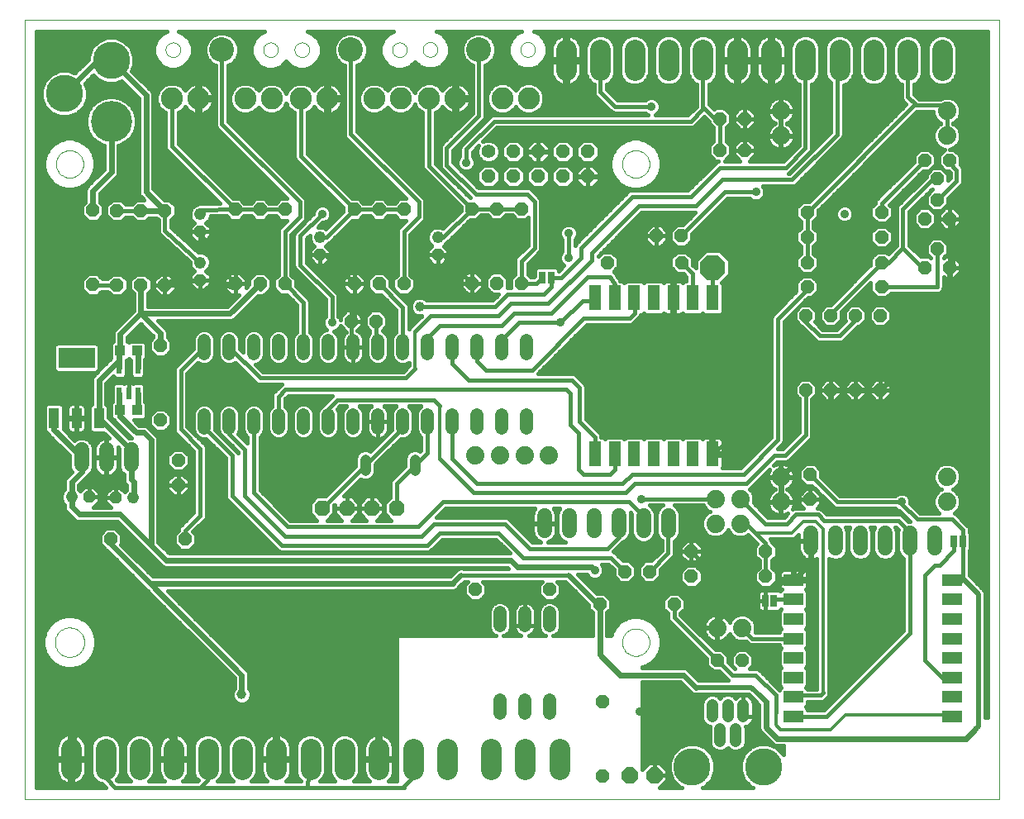
<source format=gtl>
G75*
%MOIN*%
%OFA0B0*%
%FSLAX24Y24*%
%IPPOS*%
%LPD*%
%AMOC8*
5,1,8,0,0,1.08239X$1,22.5*
%
%ADD10C,0.0000*%
%ADD11C,0.0520*%
%ADD12OC8,0.0520*%
%ADD13C,0.0440*%
%ADD14OC8,0.0630*%
%ADD15OC8,0.1000*%
%ADD16R,0.0500X0.1000*%
%ADD17C,0.1500*%
%ADD18C,0.0476*%
%ADD19C,0.1000*%
%ADD20C,0.0886*%
%ADD21OC8,0.0480*%
%ADD22C,0.0480*%
%ADD23C,0.1660*%
%ADD24C,0.1502*%
%ADD25C,0.0600*%
%ADD26C,0.0560*%
%ADD27OC8,0.0560*%
%ADD28C,0.0840*%
%ADD29R,0.0787X0.0472*%
%ADD30C,0.0740*%
%ADD31R,0.0250X0.0500*%
%ADD32OC8,0.0660*%
%ADD33R,0.0394X0.0827*%
%ADD34R,0.1457X0.0827*%
%ADD35R,0.0217X0.0472*%
%ADD36R,0.0394X0.0433*%
%ADD37R,0.0433X0.0394*%
%ADD38C,0.0220*%
%ADD39C,0.0160*%
%ADD40C,0.0357*%
%ADD41C,0.0120*%
%ADD42C,0.0396*%
%ADD43C,0.0200*%
D10*
X000180Y000984D02*
X039511Y000984D01*
X039511Y032441D01*
X000180Y032441D01*
X000180Y000984D01*
X001414Y007327D02*
X001416Y007375D01*
X001422Y007423D01*
X001432Y007470D01*
X001445Y007516D01*
X001463Y007561D01*
X001483Y007605D01*
X001508Y007647D01*
X001536Y007686D01*
X001566Y007723D01*
X001600Y007757D01*
X001637Y007789D01*
X001675Y007818D01*
X001716Y007843D01*
X001759Y007865D01*
X001804Y007883D01*
X001850Y007897D01*
X001897Y007908D01*
X001945Y007915D01*
X001993Y007918D01*
X002041Y007917D01*
X002089Y007912D01*
X002137Y007903D01*
X002183Y007891D01*
X002228Y007874D01*
X002272Y007854D01*
X002314Y007831D01*
X002354Y007804D01*
X002392Y007774D01*
X002427Y007741D01*
X002459Y007705D01*
X002489Y007667D01*
X002515Y007626D01*
X002537Y007583D01*
X002557Y007539D01*
X002572Y007494D01*
X002584Y007447D01*
X002592Y007399D01*
X002596Y007351D01*
X002596Y007303D01*
X002592Y007255D01*
X002584Y007207D01*
X002572Y007160D01*
X002557Y007115D01*
X002537Y007071D01*
X002515Y007028D01*
X002489Y006987D01*
X002459Y006949D01*
X002427Y006913D01*
X002392Y006880D01*
X002354Y006850D01*
X002314Y006823D01*
X002272Y006800D01*
X002228Y006780D01*
X002183Y006763D01*
X002137Y006751D01*
X002089Y006742D01*
X002041Y006737D01*
X001993Y006736D01*
X001945Y006739D01*
X001897Y006746D01*
X001850Y006757D01*
X001804Y006771D01*
X001759Y006789D01*
X001716Y006811D01*
X001675Y006836D01*
X001637Y006865D01*
X001600Y006897D01*
X001566Y006931D01*
X001536Y006968D01*
X001508Y007007D01*
X001483Y007049D01*
X001463Y007093D01*
X001445Y007138D01*
X001432Y007184D01*
X001422Y007231D01*
X001416Y007279D01*
X001414Y007327D01*
X001454Y026618D02*
X001456Y026665D01*
X001462Y026711D01*
X001472Y026757D01*
X001485Y026802D01*
X001503Y026845D01*
X001524Y026887D01*
X001548Y026927D01*
X001576Y026964D01*
X001607Y026999D01*
X001641Y027032D01*
X001677Y027061D01*
X001716Y027087D01*
X001757Y027110D01*
X001800Y027129D01*
X001844Y027145D01*
X001889Y027157D01*
X001935Y027165D01*
X001982Y027169D01*
X002028Y027169D01*
X002075Y027165D01*
X002121Y027157D01*
X002166Y027145D01*
X002210Y027129D01*
X002253Y027110D01*
X002294Y027087D01*
X002333Y027061D01*
X002369Y027032D01*
X002403Y026999D01*
X002434Y026964D01*
X002462Y026927D01*
X002486Y026887D01*
X002507Y026845D01*
X002525Y026802D01*
X002538Y026757D01*
X002548Y026711D01*
X002554Y026665D01*
X002556Y026618D01*
X002554Y026571D01*
X002548Y026525D01*
X002538Y026479D01*
X002525Y026434D01*
X002507Y026391D01*
X002486Y026349D01*
X002462Y026309D01*
X002434Y026272D01*
X002403Y026237D01*
X002369Y026204D01*
X002333Y026175D01*
X002294Y026149D01*
X002253Y026126D01*
X002210Y026107D01*
X002166Y026091D01*
X002121Y026079D01*
X002075Y026071D01*
X002028Y026067D01*
X001982Y026067D01*
X001935Y026071D01*
X001889Y026079D01*
X001844Y026091D01*
X001800Y026107D01*
X001757Y026126D01*
X001716Y026149D01*
X001677Y026175D01*
X001641Y026204D01*
X001607Y026237D01*
X001576Y026272D01*
X001548Y026309D01*
X001524Y026349D01*
X001503Y026391D01*
X001485Y026434D01*
X001472Y026479D01*
X001462Y026525D01*
X001456Y026571D01*
X001454Y026618D01*
X005877Y031221D02*
X005879Y031255D01*
X005885Y031289D01*
X005895Y031322D01*
X005908Y031353D01*
X005926Y031383D01*
X005946Y031411D01*
X005970Y031436D01*
X005996Y031458D01*
X006024Y031476D01*
X006055Y031492D01*
X006087Y031504D01*
X006121Y031512D01*
X006155Y031516D01*
X006189Y031516D01*
X006223Y031512D01*
X006257Y031504D01*
X006289Y031492D01*
X006319Y031476D01*
X006348Y031458D01*
X006374Y031436D01*
X006398Y031411D01*
X006418Y031383D01*
X006436Y031353D01*
X006449Y031322D01*
X006459Y031289D01*
X006465Y031255D01*
X006467Y031221D01*
X006465Y031187D01*
X006459Y031153D01*
X006449Y031120D01*
X006436Y031089D01*
X006418Y031059D01*
X006398Y031031D01*
X006374Y031006D01*
X006348Y030984D01*
X006320Y030966D01*
X006289Y030950D01*
X006257Y030938D01*
X006223Y030930D01*
X006189Y030926D01*
X006155Y030926D01*
X006121Y030930D01*
X006087Y030938D01*
X006055Y030950D01*
X006024Y030966D01*
X005996Y030984D01*
X005970Y031006D01*
X005946Y031031D01*
X005926Y031059D01*
X005908Y031089D01*
X005895Y031120D01*
X005885Y031153D01*
X005879Y031187D01*
X005877Y031221D01*
X009814Y031221D02*
X009816Y031255D01*
X009822Y031289D01*
X009832Y031322D01*
X009845Y031353D01*
X009863Y031383D01*
X009883Y031411D01*
X009907Y031436D01*
X009933Y031458D01*
X009961Y031476D01*
X009992Y031492D01*
X010024Y031504D01*
X010058Y031512D01*
X010092Y031516D01*
X010126Y031516D01*
X010160Y031512D01*
X010194Y031504D01*
X010226Y031492D01*
X010256Y031476D01*
X010285Y031458D01*
X010311Y031436D01*
X010335Y031411D01*
X010355Y031383D01*
X010373Y031353D01*
X010386Y031322D01*
X010396Y031289D01*
X010402Y031255D01*
X010404Y031221D01*
X010402Y031187D01*
X010396Y031153D01*
X010386Y031120D01*
X010373Y031089D01*
X010355Y031059D01*
X010335Y031031D01*
X010311Y031006D01*
X010285Y030984D01*
X010257Y030966D01*
X010226Y030950D01*
X010194Y030938D01*
X010160Y030930D01*
X010126Y030926D01*
X010092Y030926D01*
X010058Y030930D01*
X010024Y030938D01*
X009992Y030950D01*
X009961Y030966D01*
X009933Y030984D01*
X009907Y031006D01*
X009883Y031031D01*
X009863Y031059D01*
X009845Y031089D01*
X009832Y031120D01*
X009822Y031153D01*
X009816Y031187D01*
X009814Y031221D01*
X011077Y031221D02*
X011079Y031255D01*
X011085Y031289D01*
X011095Y031322D01*
X011108Y031353D01*
X011126Y031383D01*
X011146Y031411D01*
X011170Y031436D01*
X011196Y031458D01*
X011224Y031476D01*
X011255Y031492D01*
X011287Y031504D01*
X011321Y031512D01*
X011355Y031516D01*
X011389Y031516D01*
X011423Y031512D01*
X011457Y031504D01*
X011489Y031492D01*
X011519Y031476D01*
X011548Y031458D01*
X011574Y031436D01*
X011598Y031411D01*
X011618Y031383D01*
X011636Y031353D01*
X011649Y031322D01*
X011659Y031289D01*
X011665Y031255D01*
X011667Y031221D01*
X011665Y031187D01*
X011659Y031153D01*
X011649Y031120D01*
X011636Y031089D01*
X011618Y031059D01*
X011598Y031031D01*
X011574Y031006D01*
X011548Y030984D01*
X011520Y030966D01*
X011489Y030950D01*
X011457Y030938D01*
X011423Y030930D01*
X011389Y030926D01*
X011355Y030926D01*
X011321Y030930D01*
X011287Y030938D01*
X011255Y030950D01*
X011224Y030966D01*
X011196Y030984D01*
X011170Y031006D01*
X011146Y031031D01*
X011126Y031059D01*
X011108Y031089D01*
X011095Y031120D01*
X011085Y031153D01*
X011079Y031187D01*
X011077Y031221D01*
X015014Y031221D02*
X015016Y031255D01*
X015022Y031289D01*
X015032Y031322D01*
X015045Y031353D01*
X015063Y031383D01*
X015083Y031411D01*
X015107Y031436D01*
X015133Y031458D01*
X015161Y031476D01*
X015192Y031492D01*
X015224Y031504D01*
X015258Y031512D01*
X015292Y031516D01*
X015326Y031516D01*
X015360Y031512D01*
X015394Y031504D01*
X015426Y031492D01*
X015456Y031476D01*
X015485Y031458D01*
X015511Y031436D01*
X015535Y031411D01*
X015555Y031383D01*
X015573Y031353D01*
X015586Y031322D01*
X015596Y031289D01*
X015602Y031255D01*
X015604Y031221D01*
X015602Y031187D01*
X015596Y031153D01*
X015586Y031120D01*
X015573Y031089D01*
X015555Y031059D01*
X015535Y031031D01*
X015511Y031006D01*
X015485Y030984D01*
X015457Y030966D01*
X015426Y030950D01*
X015394Y030938D01*
X015360Y030930D01*
X015326Y030926D01*
X015292Y030926D01*
X015258Y030930D01*
X015224Y030938D01*
X015192Y030950D01*
X015161Y030966D01*
X015133Y030984D01*
X015107Y031006D01*
X015083Y031031D01*
X015063Y031059D01*
X015045Y031089D01*
X015032Y031120D01*
X015022Y031153D01*
X015016Y031187D01*
X015014Y031221D01*
X016248Y031231D02*
X016250Y031265D01*
X016256Y031299D01*
X016266Y031332D01*
X016279Y031363D01*
X016297Y031393D01*
X016317Y031421D01*
X016341Y031446D01*
X016367Y031468D01*
X016395Y031486D01*
X016426Y031502D01*
X016458Y031514D01*
X016492Y031522D01*
X016526Y031526D01*
X016560Y031526D01*
X016594Y031522D01*
X016628Y031514D01*
X016660Y031502D01*
X016690Y031486D01*
X016719Y031468D01*
X016745Y031446D01*
X016769Y031421D01*
X016789Y031393D01*
X016807Y031363D01*
X016820Y031332D01*
X016830Y031299D01*
X016836Y031265D01*
X016838Y031231D01*
X016836Y031197D01*
X016830Y031163D01*
X016820Y031130D01*
X016807Y031099D01*
X016789Y031069D01*
X016769Y031041D01*
X016745Y031016D01*
X016719Y030994D01*
X016691Y030976D01*
X016660Y030960D01*
X016628Y030948D01*
X016594Y030940D01*
X016560Y030936D01*
X016526Y030936D01*
X016492Y030940D01*
X016458Y030948D01*
X016426Y030960D01*
X016395Y030976D01*
X016367Y030994D01*
X016341Y031016D01*
X016317Y031041D01*
X016297Y031069D01*
X016279Y031099D01*
X016266Y031130D01*
X016256Y031163D01*
X016250Y031197D01*
X016248Y031231D01*
X020185Y031231D02*
X020187Y031265D01*
X020193Y031299D01*
X020203Y031332D01*
X020216Y031363D01*
X020234Y031393D01*
X020254Y031421D01*
X020278Y031446D01*
X020304Y031468D01*
X020332Y031486D01*
X020363Y031502D01*
X020395Y031514D01*
X020429Y031522D01*
X020463Y031526D01*
X020497Y031526D01*
X020531Y031522D01*
X020565Y031514D01*
X020597Y031502D01*
X020627Y031486D01*
X020656Y031468D01*
X020682Y031446D01*
X020706Y031421D01*
X020726Y031393D01*
X020744Y031363D01*
X020757Y031332D01*
X020767Y031299D01*
X020773Y031265D01*
X020775Y031231D01*
X020773Y031197D01*
X020767Y031163D01*
X020757Y031130D01*
X020744Y031099D01*
X020726Y031069D01*
X020706Y031041D01*
X020682Y031016D01*
X020656Y030994D01*
X020628Y030976D01*
X020597Y030960D01*
X020565Y030948D01*
X020531Y030940D01*
X020497Y030936D01*
X020463Y030936D01*
X020429Y030940D01*
X020395Y030948D01*
X020363Y030960D01*
X020332Y030976D01*
X020304Y030994D01*
X020278Y031016D01*
X020254Y031041D01*
X020234Y031069D01*
X020216Y031099D01*
X020203Y031130D01*
X020193Y031163D01*
X020187Y031197D01*
X020185Y031231D01*
X024288Y026618D02*
X024290Y026665D01*
X024296Y026711D01*
X024306Y026757D01*
X024319Y026802D01*
X024337Y026845D01*
X024358Y026887D01*
X024382Y026927D01*
X024410Y026964D01*
X024441Y026999D01*
X024475Y027032D01*
X024511Y027061D01*
X024550Y027087D01*
X024591Y027110D01*
X024634Y027129D01*
X024678Y027145D01*
X024723Y027157D01*
X024769Y027165D01*
X024816Y027169D01*
X024862Y027169D01*
X024909Y027165D01*
X024955Y027157D01*
X025000Y027145D01*
X025044Y027129D01*
X025087Y027110D01*
X025128Y027087D01*
X025167Y027061D01*
X025203Y027032D01*
X025237Y026999D01*
X025268Y026964D01*
X025296Y026927D01*
X025320Y026887D01*
X025341Y026845D01*
X025359Y026802D01*
X025372Y026757D01*
X025382Y026711D01*
X025388Y026665D01*
X025390Y026618D01*
X025388Y026571D01*
X025382Y026525D01*
X025372Y026479D01*
X025359Y026434D01*
X025341Y026391D01*
X025320Y026349D01*
X025296Y026309D01*
X025268Y026272D01*
X025237Y026237D01*
X025203Y026204D01*
X025167Y026175D01*
X025128Y026149D01*
X025087Y026126D01*
X025044Y026107D01*
X025000Y026091D01*
X024955Y026079D01*
X024909Y026071D01*
X024862Y026067D01*
X024816Y026067D01*
X024769Y026071D01*
X024723Y026079D01*
X024678Y026091D01*
X024634Y026107D01*
X024591Y026126D01*
X024550Y026149D01*
X024511Y026175D01*
X024475Y026204D01*
X024441Y026237D01*
X024410Y026272D01*
X024382Y026309D01*
X024358Y026349D01*
X024337Y026391D01*
X024319Y026434D01*
X024306Y026479D01*
X024296Y026525D01*
X024290Y026571D01*
X024288Y026618D01*
X024288Y007327D02*
X024290Y007374D01*
X024296Y007420D01*
X024306Y007466D01*
X024319Y007511D01*
X024337Y007554D01*
X024358Y007596D01*
X024382Y007636D01*
X024410Y007673D01*
X024441Y007708D01*
X024475Y007741D01*
X024511Y007770D01*
X024550Y007796D01*
X024591Y007819D01*
X024634Y007838D01*
X024678Y007854D01*
X024723Y007866D01*
X024769Y007874D01*
X024816Y007878D01*
X024862Y007878D01*
X024909Y007874D01*
X024955Y007866D01*
X025000Y007854D01*
X025044Y007838D01*
X025087Y007819D01*
X025128Y007796D01*
X025167Y007770D01*
X025203Y007741D01*
X025237Y007708D01*
X025268Y007673D01*
X025296Y007636D01*
X025320Y007596D01*
X025341Y007554D01*
X025359Y007511D01*
X025372Y007466D01*
X025382Y007420D01*
X025388Y007374D01*
X025390Y007327D01*
X025388Y007280D01*
X025382Y007234D01*
X025372Y007188D01*
X025359Y007143D01*
X025341Y007100D01*
X025320Y007058D01*
X025296Y007018D01*
X025268Y006981D01*
X025237Y006946D01*
X025203Y006913D01*
X025167Y006884D01*
X025128Y006858D01*
X025087Y006835D01*
X025044Y006816D01*
X025000Y006800D01*
X024955Y006788D01*
X024909Y006780D01*
X024862Y006776D01*
X024816Y006776D01*
X024769Y006780D01*
X024723Y006788D01*
X024678Y006800D01*
X024634Y006816D01*
X024591Y006835D01*
X024550Y006858D01*
X024511Y006884D01*
X024475Y006913D01*
X024441Y006946D01*
X024410Y006981D01*
X024382Y007018D01*
X024358Y007058D01*
X024337Y007100D01*
X024319Y007143D01*
X024306Y007188D01*
X024296Y007234D01*
X024290Y007280D01*
X024288Y007327D01*
D11*
X021357Y007996D02*
X021357Y008516D01*
X020357Y008516D02*
X020357Y007996D01*
X019357Y007996D02*
X019357Y008516D01*
X019357Y004996D02*
X019357Y004476D01*
X020357Y004476D02*
X020357Y004996D01*
X021357Y004996D02*
X021357Y004476D01*
X020430Y015974D02*
X020430Y016494D01*
X019430Y016494D02*
X019430Y015974D01*
X018430Y015974D02*
X018430Y016494D01*
X017430Y016494D02*
X017430Y015974D01*
X016430Y015974D02*
X016430Y016494D01*
X015430Y016494D02*
X015430Y015974D01*
X014430Y015974D02*
X014430Y016494D01*
X013430Y016494D02*
X013430Y015974D01*
X012430Y015974D02*
X012430Y016494D01*
X011430Y016494D02*
X011430Y015974D01*
X010430Y015974D02*
X010430Y016494D01*
X009430Y016494D02*
X009430Y015974D01*
X008430Y015974D02*
X008430Y016494D01*
X007430Y016494D02*
X007430Y015974D01*
X007430Y018974D02*
X007430Y019494D01*
X008430Y019494D02*
X008430Y018974D01*
X009430Y018974D02*
X009430Y019494D01*
X010430Y019494D02*
X010430Y018974D01*
X011430Y018974D02*
X011430Y019494D01*
X012430Y019494D02*
X012430Y018974D01*
X013430Y018974D02*
X013430Y019494D01*
X014430Y019494D02*
X014430Y018974D01*
X015430Y018974D02*
X015430Y019494D01*
X016430Y019494D02*
X016430Y018974D01*
X017430Y018974D02*
X017430Y019494D01*
X018430Y019494D02*
X018430Y018974D01*
X019430Y018974D02*
X019430Y019494D01*
X020430Y019494D02*
X020430Y018974D01*
D12*
X020225Y021809D03*
X019225Y021809D03*
X018225Y021809D03*
X015480Y021784D03*
X014480Y021784D03*
X013480Y021784D03*
X013361Y020276D03*
X014361Y020276D03*
X010680Y021784D03*
X009680Y021784D03*
X008680Y021784D03*
X005845Y021733D03*
X004877Y021733D03*
X003908Y021733D03*
X002936Y021750D03*
X005667Y019284D03*
X005667Y016284D03*
X006381Y014669D03*
X006381Y013669D03*
X006660Y011484D03*
X003660Y011484D03*
X018365Y009449D03*
X021365Y009449D03*
X023385Y008858D03*
X024396Y010180D03*
X025396Y010180D03*
X026385Y008858D03*
X027075Y009982D03*
X027075Y010991D03*
X030075Y010991D03*
X030075Y009982D03*
X031873Y013083D03*
X031873Y014083D03*
X031690Y017498D03*
X032690Y017498D03*
X033690Y017498D03*
X034690Y017498D03*
X034690Y020498D03*
X033690Y020498D03*
X032690Y020498D03*
X031690Y020498D03*
X031753Y021667D03*
X031751Y022638D03*
X031753Y023667D03*
X031753Y024667D03*
X034753Y024667D03*
X034753Y023667D03*
X034751Y022638D03*
X034753Y021667D03*
X036491Y022441D03*
X036991Y023191D03*
X037491Y022441D03*
X037491Y024409D03*
X036991Y025159D03*
X036491Y024409D03*
X036991Y026022D03*
X036491Y026772D03*
X037491Y026772D03*
X029223Y027165D03*
X028223Y027165D03*
X028223Y028445D03*
X029223Y028445D03*
X026664Y023720D03*
X025664Y023720D03*
X026680Y022638D03*
X023680Y022638D03*
X020225Y024809D03*
X019225Y024809D03*
X018225Y024809D03*
X015480Y024784D03*
X014480Y024784D03*
X013480Y024784D03*
X010680Y024784D03*
X009680Y024784D03*
X008680Y024784D03*
X005845Y024733D03*
X004877Y024733D03*
X003908Y024733D03*
X002936Y024750D03*
X023507Y004945D03*
X023507Y001945D03*
X028125Y006594D03*
X029125Y006594D03*
D13*
X015934Y014256D02*
X015934Y014696D01*
X013934Y014696D02*
X013934Y014256D01*
D14*
X014180Y012734D03*
X013180Y012734D03*
X012180Y012734D03*
X015180Y012734D03*
D15*
X027936Y022441D03*
D16*
X027922Y021218D03*
X027135Y021218D03*
X026347Y021218D03*
X025560Y021218D03*
X024773Y021218D03*
X023985Y021218D03*
X023198Y021218D03*
X023198Y014918D03*
X023985Y014918D03*
X024773Y014918D03*
X025560Y014918D03*
X026347Y014918D03*
X027135Y014918D03*
X027922Y014918D03*
D17*
X027110Y002299D03*
X029984Y002299D03*
D18*
X028862Y003339D02*
X028862Y003815D01*
X028547Y004327D02*
X028547Y004802D01*
X027917Y004802D02*
X027917Y004327D01*
X028232Y003815D02*
X028232Y003339D01*
X029177Y004327D02*
X029177Y004802D01*
D19*
X018512Y031231D03*
X013341Y031221D03*
X008141Y031221D03*
D20*
X009086Y029253D03*
X010149Y029253D03*
X011333Y029253D03*
X012396Y029253D03*
X014286Y029253D03*
X015349Y029253D03*
X016504Y029262D03*
X017567Y029262D03*
X019457Y029262D03*
X020520Y029262D03*
X007196Y029253D03*
X006133Y029253D03*
D21*
X007267Y023885D03*
X007267Y021943D03*
X012100Y022959D03*
X016850Y022959D03*
X003864Y013160D03*
X002781Y013182D03*
D22*
X002081Y013182D03*
X004564Y013160D03*
X007267Y022643D03*
X007267Y024585D03*
X012100Y023659D03*
X016850Y023659D03*
D23*
X003680Y028330D03*
D24*
X001790Y029452D03*
X003680Y030791D03*
D25*
X003480Y015084D02*
X003480Y014484D01*
X002480Y014484D02*
X002480Y015084D01*
X004480Y015084D02*
X004480Y014484D01*
X021149Y012427D02*
X021149Y011827D01*
X022149Y011827D02*
X022149Y012427D01*
X023149Y012427D02*
X023149Y011827D01*
X024149Y011827D02*
X024149Y012427D01*
X025149Y012427D02*
X025149Y011827D01*
X026149Y011827D02*
X026149Y012427D01*
X031893Y011717D02*
X031893Y011117D01*
X032893Y011117D02*
X032893Y011717D01*
X033893Y011717D02*
X033893Y011117D01*
X034893Y011117D02*
X034893Y011717D01*
X035893Y011717D02*
X035893Y011117D01*
X036893Y011117D02*
X036893Y011717D01*
D26*
X018902Y027118D03*
D27*
X018902Y026118D03*
X019902Y026118D03*
X020902Y026118D03*
X020902Y027118D03*
X019902Y027118D03*
X021902Y027118D03*
X022902Y027118D03*
X022902Y026118D03*
X021902Y026118D03*
D28*
X022030Y030387D02*
X022030Y031227D01*
X023408Y031227D02*
X023408Y030387D01*
X024786Y030387D02*
X024786Y031227D01*
X026164Y031227D02*
X026164Y030387D01*
X027542Y030387D02*
X027542Y031227D01*
X028920Y031227D02*
X028920Y030387D01*
X030298Y030387D02*
X030298Y031227D01*
X031676Y031227D02*
X031676Y030387D01*
X033054Y030387D02*
X033054Y031227D01*
X034432Y031227D02*
X034432Y030387D01*
X035810Y030387D02*
X035810Y031227D01*
X037188Y031227D02*
X037188Y030387D01*
X021755Y003030D02*
X021755Y002190D01*
X020377Y002190D02*
X020377Y003030D01*
X018999Y003030D02*
X018999Y002190D01*
X017227Y002190D02*
X017227Y003030D01*
X015849Y003030D02*
X015849Y002190D01*
X014471Y002190D02*
X014471Y003030D01*
X013093Y003030D02*
X013093Y002190D01*
X011715Y002190D02*
X011715Y003030D01*
X010337Y003030D02*
X010337Y002190D01*
X008960Y002198D02*
X008960Y003038D01*
X007582Y003038D02*
X007582Y002198D01*
X006204Y002198D02*
X006204Y003038D01*
X004826Y003038D02*
X004826Y002198D01*
X003448Y002198D02*
X003448Y003038D01*
X002070Y003038D02*
X002070Y002198D01*
D29*
X031204Y004331D03*
X031204Y005118D03*
X031204Y005906D03*
X031204Y006693D03*
X031204Y007480D03*
X031204Y008268D03*
X031204Y009055D03*
X031204Y009843D03*
X037582Y009843D03*
X037582Y009055D03*
X037582Y008268D03*
X037582Y007480D03*
X037582Y006693D03*
X037582Y005906D03*
X037582Y005118D03*
X037582Y004331D03*
D30*
X029119Y007905D03*
X028119Y007905D03*
X028055Y012109D03*
X029055Y012109D03*
X029055Y013109D03*
X028055Y013109D03*
X030692Y012992D03*
X030692Y013992D03*
X037385Y013992D03*
X037385Y012992D03*
X021341Y014862D03*
X020357Y014862D03*
X019357Y014862D03*
X018357Y014862D03*
X030692Y027756D03*
X030692Y028756D03*
X037385Y028756D03*
X037385Y027756D03*
D31*
X021420Y022047D03*
X021066Y022047D03*
X030057Y009007D03*
X030411Y009007D03*
X037674Y011407D03*
X038029Y011407D03*
D32*
X025582Y001969D03*
X024582Y001969D03*
D33*
X003186Y016364D03*
X002280Y016364D03*
X001374Y016364D03*
D34*
X002280Y018805D03*
D35*
X004006Y018396D03*
X004754Y018396D03*
X004754Y017372D03*
X004380Y017372D03*
X004006Y017372D03*
D36*
X004045Y016684D03*
X004715Y016684D03*
D37*
X004715Y019084D03*
X004045Y019084D03*
D38*
X004045Y019750D01*
X004877Y020581D01*
X008477Y020581D01*
X009680Y021784D01*
X009680Y021584D01*
X005667Y019791D02*
X005667Y019284D01*
X005667Y019791D02*
X004877Y020581D01*
X004877Y021733D01*
X004715Y019084D02*
X004754Y019045D01*
X004754Y018396D01*
X004006Y018396D02*
X004006Y018710D01*
X003186Y017890D01*
X003186Y016364D01*
X004480Y015069D01*
X004480Y014784D01*
X004480Y013884D01*
X004580Y013784D01*
X004580Y013076D01*
X004564Y013160D01*
X004040Y012484D02*
X002380Y012484D01*
X002080Y012784D01*
X002080Y013083D01*
X002081Y013182D01*
X002081Y013783D01*
X002080Y013784D01*
X002480Y014184D01*
X002480Y014784D01*
X001374Y015890D01*
X001374Y016364D01*
X004006Y016724D02*
X004006Y017372D01*
X004754Y017372D02*
X004754Y016724D01*
X004715Y016684D01*
X004045Y016684D02*
X004006Y016724D01*
X004045Y016684D02*
X004045Y016419D01*
X004680Y015784D01*
X004980Y015784D01*
X005280Y015484D01*
X005280Y011244D01*
X004040Y012484D01*
X003660Y011484D02*
X003660Y011284D01*
X005249Y009695D01*
X017454Y009695D01*
X019784Y010630D02*
X005894Y010630D01*
X005280Y011244D01*
X005249Y009695D02*
X008940Y006004D01*
X008940Y005217D01*
X019784Y010630D02*
X020055Y010359D01*
X023055Y010359D01*
X023385Y008858D02*
X023385Y006815D01*
X024196Y006004D01*
X026755Y006004D01*
X027247Y005512D01*
X029904Y005118D02*
X030101Y004921D01*
X030101Y003888D01*
X030544Y003445D01*
X038172Y003445D01*
X038541Y003814D01*
X031893Y010531D02*
X031204Y009843D01*
X031893Y010531D02*
X031893Y011417D01*
X030692Y012992D02*
X030692Y013992D01*
X032690Y015990D01*
X032690Y017498D01*
X033690Y017498D01*
X034690Y017498D01*
X037491Y020299D01*
X037491Y022441D01*
X037582Y022531D02*
X037582Y024213D01*
X005845Y024733D02*
X004877Y024733D01*
X005080Y025498D02*
X005080Y029391D01*
X003680Y030791D01*
X003129Y030791D01*
X001790Y029452D01*
X003680Y028330D02*
X003680Y026284D01*
X002936Y025540D01*
X002936Y024750D01*
X005080Y025498D02*
X005845Y024733D01*
X004045Y019084D02*
X004006Y019045D01*
X004006Y018710D01*
D39*
X004296Y018707D02*
X004336Y018707D01*
X004380Y018751D01*
X004424Y018707D01*
X004464Y018707D01*
X004464Y018338D01*
X004466Y018334D01*
X004466Y018085D01*
X004571Y017980D01*
X004937Y017980D01*
X005042Y018085D01*
X005042Y018334D01*
X005044Y018338D01*
X005044Y018746D01*
X005111Y018813D01*
X005111Y019356D01*
X005006Y019461D01*
X004424Y019461D01*
X004380Y019418D01*
X004336Y019461D01*
X004335Y019461D01*
X004335Y019629D01*
X004877Y020171D01*
X005377Y019670D01*
X005377Y019617D01*
X005227Y019467D01*
X005227Y019102D01*
X005485Y018844D01*
X005850Y018844D01*
X006107Y019102D01*
X006107Y019467D01*
X005957Y019617D01*
X005957Y019848D01*
X005913Y019955D01*
X005577Y020291D01*
X008535Y020291D01*
X008641Y020335D01*
X009607Y021301D01*
X009622Y021294D01*
X009738Y021294D01*
X009844Y021338D01*
X009850Y021344D01*
X009862Y021344D01*
X010120Y021602D01*
X010120Y021967D01*
X009862Y022224D01*
X009498Y022224D01*
X009240Y021967D01*
X009240Y021754D01*
X009120Y021634D01*
X009120Y021784D01*
X008680Y021784D01*
X008680Y021344D01*
X008830Y021344D01*
X008357Y020871D01*
X005167Y020871D01*
X005167Y021400D01*
X005317Y021550D01*
X005317Y021915D01*
X005059Y022173D01*
X004695Y022173D01*
X004437Y021915D01*
X004437Y021550D01*
X004587Y021400D01*
X004587Y020701D01*
X003881Y019995D01*
X003800Y019914D01*
X003755Y019807D01*
X003755Y019461D01*
X003754Y019461D01*
X003649Y019356D01*
X003649Y018813D01*
X003674Y018788D01*
X002940Y018054D01*
X002896Y017947D01*
X002896Y016939D01*
X002809Y016852D01*
X002809Y015876D01*
X002914Y015770D01*
X003369Y015770D01*
X003586Y015553D01*
X003518Y015564D01*
X003500Y015564D01*
X003500Y014804D01*
X003960Y014804D01*
X003960Y015122D01*
X003949Y015190D01*
X004000Y015139D01*
X004000Y014389D01*
X004073Y014212D01*
X004190Y014095D01*
X004190Y013827D01*
X004234Y013720D01*
X004290Y013664D01*
X004290Y013480D01*
X004214Y013404D01*
X004038Y013580D01*
X003864Y013580D01*
X003690Y013580D01*
X003444Y013334D01*
X003444Y013160D01*
X003864Y013160D01*
X003864Y013160D01*
X003864Y013580D01*
X003864Y013160D01*
X003864Y013160D01*
X003444Y013160D01*
X003444Y012986D01*
X003656Y012774D01*
X002968Y012774D01*
X003201Y013008D01*
X003201Y013182D01*
X003201Y013356D01*
X002955Y013602D01*
X002781Y013602D01*
X002607Y013602D01*
X002431Y013426D01*
X002371Y013486D01*
X002371Y013665D01*
X002726Y014020D01*
X002749Y014076D01*
X002752Y014077D01*
X002887Y014212D01*
X002960Y014389D01*
X002960Y015180D01*
X002887Y015356D01*
X002752Y015491D01*
X002575Y015564D01*
X002385Y015564D01*
X002208Y015491D01*
X002196Y015479D01*
X001751Y015923D01*
X001751Y016852D01*
X001646Y016957D01*
X001103Y016957D01*
X000998Y016852D01*
X000998Y015876D01*
X001103Y015770D01*
X001110Y015770D01*
X001129Y015725D01*
X000660Y015725D01*
X000660Y015883D02*
X000998Y015883D01*
X000998Y016042D02*
X000660Y016042D01*
X000660Y016200D02*
X000998Y016200D01*
X000998Y016359D02*
X000660Y016359D01*
X000660Y016517D02*
X000998Y016517D01*
X000998Y016676D02*
X000660Y016676D01*
X000660Y016834D02*
X000998Y016834D01*
X000660Y016993D02*
X002896Y016993D01*
X002896Y017151D02*
X000660Y017151D01*
X000660Y017310D02*
X002896Y017310D01*
X002896Y017468D02*
X000660Y017468D01*
X000660Y017627D02*
X002896Y017627D01*
X002896Y017785D02*
X000660Y017785D01*
X000660Y017944D02*
X002896Y017944D01*
X002988Y018102D02*
X000660Y018102D01*
X000660Y018261D02*
X001428Y018261D01*
X001477Y018211D02*
X003083Y018211D01*
X003188Y018317D01*
X003188Y019293D01*
X003083Y019398D01*
X001477Y019398D01*
X001372Y019293D01*
X001372Y018317D01*
X001477Y018211D01*
X001372Y018419D02*
X000660Y018419D01*
X000660Y018578D02*
X001372Y018578D01*
X001372Y018736D02*
X000660Y018736D01*
X000660Y018895D02*
X001372Y018895D01*
X001372Y019053D02*
X000660Y019053D01*
X000660Y019212D02*
X001372Y019212D01*
X001449Y019370D02*
X000660Y019370D01*
X000660Y019529D02*
X003755Y019529D01*
X003755Y019687D02*
X000660Y019687D01*
X000660Y019846D02*
X003771Y019846D01*
X003890Y020004D02*
X000660Y020004D01*
X000660Y020163D02*
X004048Y020163D01*
X004207Y020321D02*
X000660Y020321D01*
X000660Y020480D02*
X004365Y020480D01*
X004524Y020638D02*
X000660Y020638D01*
X000660Y020797D02*
X004587Y020797D01*
X004587Y020955D02*
X000660Y020955D01*
X000660Y021114D02*
X004587Y021114D01*
X004587Y021272D02*
X000660Y021272D01*
X000660Y021431D02*
X002633Y021431D01*
X002754Y021310D02*
X003118Y021310D01*
X003280Y021473D01*
X003546Y021473D01*
X003726Y021293D01*
X004091Y021293D01*
X004348Y021550D01*
X004348Y021915D01*
X004091Y022173D01*
X003726Y022173D01*
X003546Y021993D01*
X003316Y021993D01*
X003118Y022190D01*
X002754Y022190D01*
X002496Y021933D01*
X002496Y021568D01*
X002754Y021310D01*
X002496Y021589D02*
X000660Y021589D01*
X000660Y021748D02*
X002496Y021748D01*
X002496Y021906D02*
X000660Y021906D01*
X000660Y022065D02*
X002628Y022065D01*
X002936Y021750D02*
X002954Y021733D01*
X003908Y021733D01*
X003879Y021733D01*
X003822Y021676D01*
X003588Y021431D02*
X003239Y021431D01*
X003244Y022065D02*
X003618Y022065D01*
X004198Y022065D02*
X004587Y022065D01*
X004437Y021906D02*
X004348Y021906D01*
X004348Y021748D02*
X004437Y021748D01*
X004437Y021589D02*
X004348Y021589D01*
X004229Y021431D02*
X004556Y021431D01*
X005167Y021272D02*
X008758Y021272D01*
X008680Y021344D02*
X008680Y021784D01*
X008680Y021784D01*
X008240Y021784D01*
X008240Y021602D01*
X008498Y021344D01*
X008680Y021344D01*
X008680Y021431D02*
X008680Y021431D01*
X008680Y021584D02*
X007638Y021943D01*
X007267Y021943D01*
X007687Y021943D01*
X007687Y022117D01*
X007511Y022293D01*
X007623Y022405D01*
X007687Y022559D01*
X007687Y022726D01*
X007623Y022881D01*
X007505Y022999D01*
X007350Y023063D01*
X007192Y023063D01*
X006105Y024054D01*
X006105Y024370D01*
X006285Y024550D01*
X006285Y024915D01*
X006028Y025173D01*
X005815Y025173D01*
X005370Y025618D01*
X005370Y029448D01*
X005326Y029555D01*
X004513Y030368D01*
X004611Y030605D01*
X004611Y030976D01*
X004469Y031318D01*
X004207Y031580D01*
X003865Y031722D01*
X003495Y031722D01*
X003153Y031580D01*
X002891Y031318D01*
X002749Y030976D01*
X002749Y030821D01*
X002213Y030285D01*
X001975Y030383D01*
X001605Y030383D01*
X001263Y030241D01*
X001001Y029979D01*
X000859Y029637D01*
X000859Y029267D01*
X001001Y028924D01*
X001263Y028663D01*
X001605Y028521D01*
X001975Y028521D01*
X002318Y028663D01*
X002580Y028924D01*
X002721Y029267D01*
X002721Y029637D01*
X002623Y029875D01*
X002951Y030203D01*
X003153Y030001D01*
X003495Y029859D01*
X003865Y029859D01*
X004103Y029958D01*
X004790Y029270D01*
X004790Y025440D01*
X004834Y025334D01*
X004916Y025252D01*
X004995Y025173D01*
X004695Y025173D01*
X004515Y024993D01*
X004271Y024993D01*
X004091Y025173D01*
X003726Y025173D01*
X003468Y024915D01*
X003468Y024550D01*
X003726Y024293D01*
X004091Y024293D01*
X004271Y024473D01*
X004515Y024473D01*
X004695Y024293D01*
X005059Y024293D01*
X005209Y024443D01*
X005513Y024443D01*
X005585Y024370D01*
X005585Y023985D01*
X005583Y023979D01*
X005585Y023933D01*
X005585Y023887D01*
X005588Y023882D01*
X005588Y023875D01*
X005607Y023834D01*
X005625Y023792D01*
X005629Y023787D01*
X005632Y023782D01*
X005666Y023751D01*
X005698Y023719D01*
X005704Y023716D01*
X006847Y022674D01*
X006847Y022559D01*
X006911Y022405D01*
X007023Y022293D01*
X006847Y022117D01*
X006847Y021943D01*
X007267Y021943D01*
X007267Y021943D01*
X007687Y021943D01*
X007687Y021769D01*
X007441Y021523D01*
X007267Y021523D01*
X007267Y021943D01*
X007208Y021884D01*
X006055Y021884D01*
X005903Y021733D01*
X005845Y021733D01*
X005845Y021733D01*
X005405Y021733D01*
X005405Y021915D01*
X005663Y022173D01*
X005845Y022173D01*
X005845Y021733D01*
X005845Y021733D01*
X005405Y021733D01*
X005405Y021550D01*
X005663Y021293D01*
X005845Y021293D01*
X005845Y021733D01*
X005845Y022173D01*
X006028Y022173D01*
X006285Y021915D01*
X006285Y021733D01*
X005845Y021733D01*
X005845Y021719D01*
X005889Y021676D01*
X005845Y021733D02*
X005845Y021733D01*
X005845Y021733D01*
X005845Y021293D01*
X006028Y021293D01*
X006285Y021550D01*
X006285Y021733D01*
X005845Y021733D01*
X005845Y021748D02*
X005845Y021748D01*
X005845Y021906D02*
X005845Y021906D01*
X005845Y022065D02*
X005845Y022065D01*
X005555Y022065D02*
X005167Y022065D01*
X005317Y021906D02*
X005405Y021906D01*
X005405Y021748D02*
X005317Y021748D01*
X005317Y021589D02*
X005405Y021589D01*
X005525Y021431D02*
X005197Y021431D01*
X005167Y021114D02*
X008599Y021114D01*
X008441Y020955D02*
X005167Y020955D01*
X005845Y021431D02*
X005845Y021431D01*
X005845Y021589D02*
X005845Y021589D01*
X006166Y021431D02*
X008411Y021431D01*
X008253Y021589D02*
X007507Y021589D01*
X007666Y021748D02*
X008240Y021748D01*
X008240Y021784D02*
X008680Y021784D01*
X008680Y021784D01*
X008680Y021784D01*
X008680Y021584D01*
X008680Y021589D02*
X008680Y021589D01*
X008680Y021748D02*
X008680Y021748D01*
X008680Y021784D02*
X007980Y022485D01*
X007267Y023885D01*
X007687Y023885D01*
X007687Y024059D01*
X007511Y024235D01*
X007623Y024347D01*
X007687Y024501D01*
X007687Y024515D01*
X008321Y024521D01*
X008498Y024344D01*
X008862Y024344D01*
X009042Y024524D01*
X009318Y024524D01*
X009498Y024344D01*
X009862Y024344D01*
X010042Y024524D01*
X010318Y024524D01*
X010498Y024344D01*
X010772Y024344D01*
X010460Y024032D01*
X010420Y023936D01*
X010420Y022147D01*
X010240Y021967D01*
X010240Y021602D01*
X010498Y021344D01*
X010752Y021344D01*
X011170Y020927D01*
X011170Y019857D01*
X011057Y019743D01*
X010990Y019582D01*
X010990Y018887D01*
X011057Y018725D01*
X011181Y018601D01*
X011342Y018534D01*
X011518Y018534D01*
X011679Y018601D01*
X011803Y018725D01*
X011870Y018887D01*
X011870Y019582D01*
X011803Y019743D01*
X011690Y019857D01*
X011690Y021086D01*
X011650Y021182D01*
X011577Y021255D01*
X011120Y021712D01*
X011120Y021967D01*
X010940Y022147D01*
X010940Y023777D01*
X011427Y024264D01*
X011500Y024337D01*
X011540Y024433D01*
X011540Y025136D01*
X011500Y025232D01*
X011427Y025305D01*
X008401Y028331D01*
X008401Y030593D01*
X008526Y030645D01*
X008717Y030836D01*
X008821Y031086D01*
X008821Y031357D01*
X008717Y031606D01*
X008526Y031798D01*
X008276Y031901D01*
X008005Y031901D01*
X007755Y031798D01*
X007564Y031606D01*
X007461Y031357D01*
X007461Y031086D01*
X007564Y030836D01*
X007755Y030645D01*
X007881Y030593D01*
X007881Y028172D01*
X007920Y028076D01*
X007993Y028003D01*
X007993Y028003D01*
X010772Y025224D01*
X010498Y025224D01*
X010318Y025044D01*
X010042Y025044D01*
X009862Y025224D01*
X009498Y025224D01*
X009318Y025044D01*
X009042Y025044D01*
X008862Y025224D01*
X008608Y025224D01*
X006393Y027439D01*
X006393Y028686D01*
X006486Y028725D01*
X006661Y028900D01*
X006669Y028919D01*
X006721Y028847D01*
X006790Y028778D01*
X006869Y028720D01*
X006957Y028675D01*
X007050Y028645D01*
X007128Y028633D01*
X007128Y029185D01*
X007263Y029185D01*
X007263Y028633D01*
X007342Y028645D01*
X007435Y028675D01*
X007522Y028720D01*
X007602Y028778D01*
X007671Y028847D01*
X007729Y028926D01*
X007773Y029014D01*
X007803Y029107D01*
X007816Y029185D01*
X007263Y029185D01*
X007263Y029320D01*
X007128Y029320D01*
X007128Y029873D01*
X007050Y029860D01*
X006957Y029830D01*
X006869Y029786D01*
X006790Y029728D01*
X006721Y029659D01*
X006669Y029587D01*
X006661Y029606D01*
X006486Y029781D01*
X006257Y029876D01*
X006009Y029876D01*
X005780Y029781D01*
X005605Y029606D01*
X005510Y029377D01*
X005510Y029129D01*
X005605Y028900D01*
X005780Y028725D01*
X005873Y028686D01*
X005873Y027280D01*
X005912Y027184D01*
X005985Y027111D01*
X008058Y025038D01*
X007265Y025031D01*
X007215Y025031D01*
X007214Y025030D01*
X007212Y025030D01*
X007166Y025011D01*
X007119Y024991D01*
X007118Y024990D01*
X007117Y024990D01*
X007097Y024969D01*
X007029Y024941D01*
X006911Y024823D01*
X006847Y024668D01*
X006847Y024501D01*
X006911Y024347D01*
X007023Y024235D01*
X006847Y024059D01*
X006847Y023885D01*
X007267Y023885D01*
X007267Y023885D01*
X007687Y023885D01*
X007687Y023711D01*
X007441Y023465D01*
X007267Y023465D01*
X007267Y023885D01*
X007267Y023885D01*
X007267Y023885D01*
X007267Y023465D01*
X007093Y023465D01*
X006847Y023711D01*
X006847Y023885D01*
X007267Y023885D01*
X007267Y023808D02*
X007267Y023808D01*
X007267Y023650D02*
X007267Y023650D01*
X007267Y023491D02*
X007267Y023491D01*
X007467Y023491D02*
X010420Y023491D01*
X010420Y023333D02*
X006896Y023333D01*
X007066Y023491D02*
X006722Y023491D01*
X006548Y023650D02*
X006908Y023650D01*
X006847Y023808D02*
X006374Y023808D01*
X006201Y023967D02*
X006847Y023967D01*
X006913Y024125D02*
X006105Y024125D01*
X006105Y024284D02*
X006974Y024284D01*
X006871Y024442D02*
X006177Y024442D01*
X006285Y024601D02*
X006847Y024601D01*
X006884Y024759D02*
X006285Y024759D01*
X006282Y024918D02*
X007006Y024918D01*
X007267Y024771D02*
X007267Y024585D01*
X007267Y024771D02*
X008680Y024784D01*
X006133Y027331D01*
X006133Y029253D01*
X006594Y029673D02*
X006735Y029673D01*
X006961Y029831D02*
X006364Y029831D01*
X007128Y029831D02*
X007263Y029831D01*
X007263Y029873D02*
X007263Y029320D01*
X007816Y029320D01*
X007803Y029399D01*
X007773Y029492D01*
X007729Y029579D01*
X007671Y029659D01*
X007602Y029728D01*
X007522Y029786D01*
X007435Y029830D01*
X007342Y029860D01*
X007263Y029873D01*
X007431Y029831D02*
X007881Y029831D01*
X007881Y029673D02*
X007657Y029673D01*
X007762Y029514D02*
X007881Y029514D01*
X007881Y029356D02*
X007810Y029356D01*
X007881Y029197D02*
X007263Y029197D01*
X007263Y029039D02*
X007128Y029039D01*
X007128Y028880D02*
X007263Y028880D01*
X007263Y028722D02*
X007128Y028722D01*
X006867Y028722D02*
X006479Y028722D01*
X006393Y028563D02*
X007881Y028563D01*
X007881Y028405D02*
X006393Y028405D01*
X006393Y028246D02*
X007881Y028246D01*
X007915Y028088D02*
X006393Y028088D01*
X006393Y027929D02*
X008067Y027929D01*
X008226Y027771D02*
X006393Y027771D01*
X006393Y027612D02*
X008384Y027612D01*
X008543Y027454D02*
X006393Y027454D01*
X006537Y027295D02*
X008701Y027295D01*
X008860Y027137D02*
X006695Y027137D01*
X006854Y026978D02*
X009018Y026978D01*
X009177Y026820D02*
X007012Y026820D01*
X007171Y026661D02*
X009335Y026661D01*
X009494Y026503D02*
X007329Y026503D01*
X007488Y026344D02*
X009652Y026344D01*
X009811Y026186D02*
X007646Y026186D01*
X007805Y026027D02*
X009969Y026027D01*
X010128Y025869D02*
X007963Y025869D01*
X008122Y025710D02*
X010286Y025710D01*
X010445Y025552D02*
X008280Y025552D01*
X008439Y025393D02*
X010603Y025393D01*
X010762Y025235D02*
X008597Y025235D01*
X009010Y025076D02*
X009350Y025076D01*
X009680Y024784D02*
X008680Y024784D01*
X008960Y024442D02*
X009400Y024442D01*
X009680Y024784D02*
X010680Y024784D01*
X010350Y025076D02*
X010010Y025076D01*
X009960Y024442D02*
X010400Y024442D01*
X010712Y024284D02*
X007560Y024284D01*
X007620Y024125D02*
X010553Y024125D01*
X010433Y023967D02*
X007687Y023967D01*
X007687Y023808D02*
X010420Y023808D01*
X010420Y023650D02*
X007626Y023650D01*
X007463Y023016D02*
X010420Y023016D01*
X010420Y023174D02*
X007070Y023174D01*
X006646Y022857D02*
X000660Y022857D01*
X000660Y022699D02*
X006819Y022699D01*
X006854Y022540D02*
X000660Y022540D01*
X000660Y022382D02*
X006934Y022382D01*
X006953Y022223D02*
X000660Y022223D01*
X000660Y023016D02*
X006472Y023016D01*
X006298Y023174D02*
X000660Y023174D01*
X000660Y023333D02*
X006124Y023333D01*
X005950Y023491D02*
X000660Y023491D01*
X000660Y023650D02*
X005777Y023650D01*
X005618Y023808D02*
X000660Y023808D01*
X000660Y023967D02*
X005584Y023967D01*
X005585Y024125D02*
X000660Y024125D01*
X000660Y024284D02*
X005585Y024284D01*
X005513Y024442D02*
X005209Y024442D01*
X004877Y024733D02*
X003908Y024733D01*
X003468Y024759D02*
X003376Y024759D01*
X003376Y024601D02*
X003468Y024601D01*
X003376Y024568D02*
X003376Y024933D01*
X003226Y025083D01*
X003226Y025420D01*
X003926Y026120D01*
X003970Y026227D01*
X003970Y027362D01*
X004070Y027389D01*
X004300Y027522D01*
X004488Y027710D01*
X004621Y027940D01*
X004690Y028197D01*
X004690Y028463D01*
X004621Y028720D01*
X004488Y028950D01*
X004300Y029138D01*
X004070Y029271D01*
X003813Y029340D01*
X003547Y029340D01*
X003290Y029271D01*
X003060Y029138D01*
X002872Y028950D01*
X002739Y028720D01*
X002670Y028463D01*
X002670Y028197D01*
X002739Y027940D01*
X002872Y027710D01*
X003060Y027522D01*
X003290Y027389D01*
X003390Y027362D01*
X003390Y026404D01*
X002772Y025786D01*
X002690Y025704D01*
X002646Y025598D01*
X002646Y025083D01*
X002496Y024933D01*
X002496Y024568D01*
X002754Y024310D01*
X003118Y024310D01*
X003376Y024568D01*
X003250Y024442D02*
X003576Y024442D01*
X003471Y024918D02*
X003376Y024918D01*
X003232Y025076D02*
X003630Y025076D01*
X003226Y025235D02*
X004933Y025235D01*
X004809Y025393D02*
X003226Y025393D01*
X003358Y025552D02*
X004790Y025552D01*
X004790Y025710D02*
X003516Y025710D01*
X003675Y025869D02*
X004790Y025869D01*
X004790Y026027D02*
X003833Y026027D01*
X003953Y026186D02*
X004790Y026186D01*
X004790Y026344D02*
X003970Y026344D01*
X003970Y026503D02*
X004790Y026503D01*
X004790Y026661D02*
X003970Y026661D01*
X003970Y026820D02*
X004790Y026820D01*
X004790Y026978D02*
X003970Y026978D01*
X003970Y027137D02*
X004790Y027137D01*
X004790Y027295D02*
X003970Y027295D01*
X004182Y027454D02*
X004790Y027454D01*
X004790Y027612D02*
X004391Y027612D01*
X004523Y027771D02*
X004790Y027771D01*
X004790Y027929D02*
X004615Y027929D01*
X004661Y028088D02*
X004790Y028088D01*
X004790Y028246D02*
X004690Y028246D01*
X004690Y028405D02*
X004790Y028405D01*
X004790Y028563D02*
X004663Y028563D01*
X004620Y028722D02*
X004790Y028722D01*
X004790Y028880D02*
X004528Y028880D01*
X004399Y029039D02*
X004790Y029039D01*
X004790Y029197D02*
X004198Y029197D01*
X004546Y029514D02*
X002721Y029514D01*
X002721Y029356D02*
X004705Y029356D01*
X004388Y029673D02*
X002707Y029673D01*
X002641Y029831D02*
X004229Y029831D01*
X004574Y030307D02*
X007881Y030307D01*
X007881Y030465D02*
X006373Y030465D01*
X006326Y030446D02*
X006611Y030564D01*
X006829Y030782D01*
X006947Y031067D01*
X006947Y031375D01*
X006829Y031660D01*
X006611Y031879D01*
X006412Y031961D01*
X009869Y031961D01*
X009670Y031879D01*
X009452Y031660D01*
X009334Y031375D01*
X009334Y031067D01*
X009452Y030782D01*
X009670Y030564D01*
X009955Y030446D01*
X010263Y030446D01*
X010548Y030564D01*
X010741Y030756D01*
X010933Y030564D01*
X011218Y030446D01*
X011526Y030446D01*
X011811Y030564D01*
X012029Y030782D01*
X012147Y031067D01*
X012147Y031375D01*
X012029Y031660D01*
X011811Y031879D01*
X011612Y031961D01*
X015069Y031961D01*
X014870Y031879D01*
X014652Y031660D01*
X014534Y031375D01*
X014534Y031067D01*
X014652Y030782D01*
X014870Y030564D01*
X015155Y030446D01*
X015463Y030446D01*
X015748Y030564D01*
X015931Y030747D01*
X016104Y030573D01*
X016389Y030455D01*
X016698Y030455D01*
X016983Y030573D01*
X017201Y030792D01*
X017319Y031076D01*
X017319Y031385D01*
X017201Y031670D01*
X016983Y031888D01*
X016806Y031961D01*
X020217Y031961D01*
X020041Y031888D01*
X019823Y031670D01*
X019705Y031385D01*
X019705Y031076D01*
X019823Y030792D01*
X020041Y030573D01*
X020326Y030455D01*
X020635Y030455D01*
X020920Y030573D01*
X021138Y030792D01*
X021256Y031076D01*
X021256Y031385D01*
X021138Y031670D01*
X020920Y031888D01*
X020743Y031961D01*
X039031Y031961D01*
X039031Y004284D01*
X038944Y004284D01*
X038944Y009308D01*
X038902Y009411D01*
X038823Y009489D01*
X038289Y010023D01*
X038289Y011038D01*
X038334Y011083D01*
X038334Y011732D01*
X038289Y011777D01*
X038289Y011908D01*
X038249Y012003D01*
X038176Y012076D01*
X037748Y012505D01*
X037696Y012526D01*
X037851Y012681D01*
X037935Y012883D01*
X037935Y013102D01*
X037851Y013304D01*
X037696Y013458D01*
X037615Y013492D01*
X037696Y013526D01*
X037851Y013681D01*
X037935Y013883D01*
X037935Y014102D01*
X037851Y014304D01*
X037696Y014458D01*
X037494Y014542D01*
X037275Y014542D01*
X037073Y014458D01*
X036918Y014304D01*
X036835Y014102D01*
X036835Y013883D01*
X036918Y013681D01*
X037073Y013526D01*
X037155Y013492D01*
X037073Y013458D01*
X036918Y013304D01*
X036835Y013102D01*
X036835Y012883D01*
X036918Y012681D01*
X037055Y012544D01*
X036288Y012544D01*
X035913Y012919D01*
X035913Y013056D01*
X035859Y013187D01*
X035758Y013288D01*
X035626Y013343D01*
X035484Y013343D01*
X035352Y013288D01*
X035308Y013244D01*
X033079Y013244D01*
X032313Y014010D01*
X032313Y014265D01*
X032055Y014523D01*
X031691Y014523D01*
X031433Y014265D01*
X031433Y013900D01*
X031691Y013643D01*
X031945Y013643D01*
X032751Y012837D01*
X032824Y012764D01*
X032920Y012724D01*
X035308Y012724D01*
X035352Y012680D01*
X035462Y012635D01*
X035899Y012197D01*
X035835Y012197D01*
X035577Y012455D01*
X035482Y012494D01*
X032538Y012494D01*
X032327Y012705D01*
X032232Y012744D01*
X032157Y012744D01*
X032313Y012900D01*
X032313Y013083D01*
X032313Y013265D01*
X032055Y013523D01*
X031873Y013523D01*
X031873Y013083D01*
X031873Y013083D01*
X031873Y013523D01*
X031691Y013523D01*
X031433Y013265D01*
X031433Y013083D01*
X031873Y013083D01*
X032313Y013083D01*
X031873Y013083D01*
X031873Y013083D01*
X031873Y013083D01*
X031433Y013083D01*
X031433Y012900D01*
X031589Y012744D01*
X031253Y012744D01*
X031164Y012707D01*
X031202Y012781D01*
X031228Y012863D01*
X031242Y012949D01*
X031242Y012972D01*
X030712Y012972D01*
X030712Y013012D01*
X031242Y013012D01*
X031242Y013035D01*
X031228Y013121D01*
X031202Y013203D01*
X031162Y013280D01*
X031111Y013350D01*
X031050Y013412D01*
X030980Y013463D01*
X030922Y013492D01*
X030980Y013522D01*
X031050Y013573D01*
X031111Y013634D01*
X031162Y013704D01*
X031202Y013781D01*
X031228Y013863D01*
X031242Y013949D01*
X031242Y013972D01*
X030712Y013972D01*
X030712Y014012D01*
X031242Y014012D01*
X031242Y014035D01*
X031228Y014121D01*
X031202Y014203D01*
X031162Y014280D01*
X031111Y014350D01*
X031050Y014412D01*
X030980Y014463D01*
X030903Y014502D01*
X030821Y014529D01*
X030735Y014542D01*
X030712Y014542D01*
X030712Y014012D01*
X030672Y014012D01*
X030672Y014542D01*
X030649Y014542D01*
X030563Y014529D01*
X030481Y014502D01*
X030404Y014463D01*
X030394Y014456D01*
X030538Y014599D01*
X030910Y014599D01*
X031005Y014639D01*
X031079Y014712D01*
X031900Y015534D01*
X031940Y015629D01*
X031940Y017126D01*
X032130Y017316D01*
X032130Y017680D01*
X031872Y017938D01*
X031508Y017938D01*
X031250Y017680D01*
X031250Y017316D01*
X031420Y017146D01*
X031420Y015789D01*
X030750Y015119D01*
X030558Y015119D01*
X030775Y015337D01*
X030815Y015433D01*
X030815Y020252D01*
X031791Y021227D01*
X031935Y021227D01*
X032193Y021485D01*
X032193Y021850D01*
X031935Y022107D01*
X031571Y022107D01*
X031313Y021850D01*
X031313Y021485D01*
X030408Y020580D01*
X030335Y020507D01*
X030295Y020411D01*
X030295Y015592D01*
X029072Y014369D01*
X028345Y014369D01*
X028352Y014395D01*
X028352Y014873D01*
X027967Y014873D01*
X027967Y014963D01*
X028352Y014963D01*
X028352Y015442D01*
X028340Y015488D01*
X028316Y015529D01*
X028283Y015562D01*
X028242Y015586D01*
X028196Y015598D01*
X027967Y015598D01*
X027967Y014963D01*
X027877Y014963D01*
X027877Y015598D01*
X027648Y015598D01*
X027603Y015586D01*
X027562Y015562D01*
X027528Y015529D01*
X027459Y015598D01*
X026810Y015598D01*
X026741Y015529D01*
X026672Y015598D01*
X026023Y015598D01*
X025954Y015529D01*
X025884Y015598D01*
X025235Y015598D01*
X025166Y015529D01*
X025097Y015598D01*
X024448Y015598D01*
X024379Y015529D01*
X024310Y015598D01*
X023661Y015598D01*
X023591Y015529D01*
X023522Y015598D01*
X023440Y015598D01*
X023440Y015661D01*
X023400Y015757D01*
X023327Y015830D01*
X022815Y016342D01*
X022815Y017661D01*
X022775Y017757D01*
X022702Y017830D01*
X022398Y018134D01*
X022303Y018173D01*
X020886Y018173D01*
X022854Y020141D01*
X024641Y020141D01*
X024737Y020180D01*
X024810Y020253D01*
X025007Y020450D01*
X025043Y020538D01*
X025097Y020538D01*
X025166Y020607D01*
X025235Y020538D01*
X025884Y020538D01*
X025954Y020607D01*
X025987Y020573D01*
X026028Y020550D01*
X026074Y020538D01*
X026302Y020538D01*
X026302Y021173D01*
X026392Y021173D01*
X026392Y020538D01*
X026621Y020538D01*
X026667Y020550D01*
X026708Y020573D01*
X026741Y020607D01*
X026810Y020538D01*
X027459Y020538D01*
X027528Y020607D01*
X027598Y020538D01*
X028247Y020538D01*
X028352Y020643D01*
X028352Y021792D01*
X028300Y021844D01*
X028616Y022159D01*
X028616Y022723D01*
X028218Y023121D01*
X027654Y023121D01*
X027256Y022723D01*
X027256Y022430D01*
X027120Y022565D01*
X027120Y022820D01*
X026862Y023078D01*
X026498Y023078D01*
X026240Y022820D01*
X026240Y022456D01*
X026498Y022198D01*
X026752Y022198D01*
X026875Y022075D01*
X026875Y021898D01*
X026810Y021898D01*
X026741Y021828D01*
X026708Y021862D01*
X026667Y021885D01*
X026621Y021898D01*
X026392Y021898D01*
X026392Y021263D01*
X026302Y021263D01*
X026302Y021898D01*
X026074Y021898D01*
X026028Y021885D01*
X025987Y021862D01*
X025954Y021828D01*
X025884Y021898D01*
X025235Y021898D01*
X025166Y021828D01*
X025097Y021898D01*
X024448Y021898D01*
X024379Y021828D01*
X024310Y021898D01*
X024212Y021898D01*
X024206Y021913D01*
X024192Y021927D01*
X024035Y022191D01*
X024022Y022221D01*
X024009Y022235D01*
X023999Y022251D01*
X023973Y022271D01*
X023954Y022290D01*
X024120Y022456D01*
X024120Y022820D01*
X023862Y023078D01*
X023498Y023078D01*
X023315Y022895D01*
X023315Y022912D01*
X025068Y024664D01*
X027240Y024664D01*
X026737Y024160D01*
X026482Y024160D01*
X026224Y023903D01*
X026224Y023538D01*
X026482Y023280D01*
X026847Y023280D01*
X027104Y023538D01*
X027104Y023793D01*
X028536Y025224D01*
X029433Y025224D01*
X029477Y025180D01*
X029609Y025126D01*
X029751Y025126D01*
X029883Y025180D01*
X029984Y025281D01*
X030038Y025413D01*
X030038Y025556D01*
X029984Y025687D01*
X029947Y025724D01*
X031186Y025724D01*
X031282Y025764D01*
X031355Y025837D01*
X033176Y027658D01*
X033216Y027753D01*
X033216Y029805D01*
X033394Y029878D01*
X033563Y030047D01*
X033654Y030268D01*
X033654Y031346D01*
X033563Y031567D01*
X033394Y031736D01*
X033173Y031827D01*
X032935Y031827D01*
X032714Y031736D01*
X032545Y031567D01*
X032454Y031346D01*
X032454Y030268D01*
X032545Y030047D01*
X032696Y029897D01*
X032696Y027913D01*
X031027Y026244D01*
X031008Y026244D01*
X031036Y026256D01*
X031109Y026329D01*
X031896Y027117D01*
X031936Y027212D01*
X031936Y029845D01*
X032016Y029878D01*
X032185Y030047D01*
X032276Y030268D01*
X032276Y031346D01*
X032185Y031567D01*
X032016Y031736D01*
X031795Y031827D01*
X031557Y031827D01*
X031336Y031736D01*
X031167Y031567D01*
X031076Y031346D01*
X031076Y030268D01*
X031167Y030047D01*
X031336Y029878D01*
X031416Y029845D01*
X031416Y027371D01*
X030781Y026736D01*
X029417Y026736D01*
X029663Y026983D01*
X029663Y027165D01*
X029223Y027165D01*
X028783Y027165D01*
X028783Y026983D01*
X029030Y026736D01*
X028417Y026736D01*
X028663Y026983D01*
X028663Y027348D01*
X028483Y027528D01*
X028483Y028083D01*
X028663Y028263D01*
X028663Y028627D01*
X028406Y028885D01*
X028041Y028885D01*
X028002Y028845D01*
X027802Y029045D01*
X027802Y029845D01*
X027882Y029878D01*
X028051Y030047D01*
X028142Y030268D01*
X028142Y031346D01*
X028051Y031567D01*
X027882Y031736D01*
X027662Y031827D01*
X027423Y031827D01*
X027202Y031736D01*
X027034Y031567D01*
X026942Y031346D01*
X026942Y030268D01*
X027034Y030047D01*
X027202Y029878D01*
X027282Y029845D01*
X027282Y028946D01*
X026942Y028606D01*
X025614Y028606D01*
X025678Y028633D01*
X025779Y028734D01*
X025834Y028866D01*
X025834Y029008D01*
X025779Y029140D01*
X025678Y029241D01*
X025547Y029295D01*
X025404Y029295D01*
X025272Y029241D01*
X025228Y029197D01*
X024107Y029197D01*
X023668Y029635D01*
X023668Y029845D01*
X023748Y029878D01*
X023917Y030047D01*
X024008Y030268D01*
X024008Y031346D01*
X023917Y031567D01*
X023748Y031736D01*
X023528Y031827D01*
X023289Y031827D01*
X023068Y031736D01*
X022900Y031567D01*
X022808Y031346D01*
X022808Y030268D01*
X022900Y030047D01*
X023068Y029878D01*
X023148Y029845D01*
X023148Y029476D01*
X023188Y029380D01*
X023778Y028790D01*
X023852Y028717D01*
X023947Y028677D01*
X025228Y028677D01*
X025272Y028633D01*
X025337Y028606D01*
X019075Y028606D01*
X018980Y028567D01*
X017848Y027435D01*
X017775Y027362D01*
X017735Y027266D01*
X017735Y026920D01*
X017691Y026876D01*
X017637Y026745D01*
X017637Y026602D01*
X017691Y026470D01*
X017792Y026369D01*
X017924Y026315D01*
X018066Y026315D01*
X018198Y026369D01*
X018299Y026470D01*
X018353Y026602D01*
X018353Y026745D01*
X018299Y026876D01*
X018255Y026920D01*
X018255Y027107D01*
X018502Y027354D01*
X018442Y027210D01*
X018442Y027027D01*
X018512Y026858D01*
X018642Y026728D01*
X018811Y026658D01*
X018994Y026658D01*
X019163Y026728D01*
X019292Y026858D01*
X019362Y027027D01*
X019362Y027210D01*
X019292Y027379D01*
X019163Y027508D01*
X018994Y027578D01*
X018811Y027578D01*
X018666Y027518D01*
X019235Y028086D01*
X027102Y028086D01*
X027197Y028126D01*
X027591Y028520D01*
X027783Y028328D01*
X027783Y028263D01*
X027963Y028083D01*
X027963Y027528D01*
X027783Y027348D01*
X027783Y026983D01*
X028041Y026725D01*
X028153Y026725D01*
X028084Y026697D01*
X026942Y025555D01*
X024636Y025555D01*
X024541Y025516D01*
X022474Y023449D01*
X022401Y023376D01*
X022389Y023347D01*
X022389Y023572D01*
X022433Y023616D01*
X022487Y023748D01*
X022487Y023890D01*
X022433Y024022D01*
X022332Y024123D01*
X022200Y024177D01*
X022058Y024177D01*
X021926Y024123D01*
X021825Y024022D01*
X021770Y023890D01*
X021770Y023748D01*
X021825Y023616D01*
X021869Y023572D01*
X021869Y023082D01*
X021825Y023038D01*
X021770Y022906D01*
X021770Y022763D01*
X021825Y022632D01*
X021926Y022531D01*
X021942Y022524D01*
X021726Y022307D01*
X021725Y022307D01*
X021725Y022372D01*
X021620Y022477D01*
X020866Y022477D01*
X020761Y022372D01*
X020761Y022110D01*
X020720Y022069D01*
X020588Y022069D01*
X020485Y022171D01*
X020485Y022595D01*
X020898Y023008D01*
X020971Y023081D01*
X021011Y023177D01*
X021011Y025150D01*
X020971Y025246D01*
X020898Y025319D01*
X020603Y025614D01*
X020507Y025654D01*
X018496Y025654D01*
X017468Y026682D01*
X017468Y027156D01*
X018732Y028421D01*
X018772Y028516D01*
X018772Y030602D01*
X018897Y030654D01*
X019088Y030846D01*
X019192Y031095D01*
X019192Y031366D01*
X019088Y031616D01*
X018897Y031807D01*
X018647Y031911D01*
X018377Y031911D01*
X018127Y031807D01*
X017935Y031616D01*
X017832Y031366D01*
X017832Y031095D01*
X017935Y030846D01*
X018127Y030654D01*
X018252Y030602D01*
X018252Y028676D01*
X017060Y027484D01*
X016987Y027411D01*
X016948Y027315D01*
X016948Y026523D01*
X016987Y026428D01*
X018166Y025249D01*
X018153Y025249D01*
X016764Y026638D01*
X016764Y028696D01*
X016857Y028734D01*
X017032Y028909D01*
X017040Y028928D01*
X017092Y028856D01*
X017161Y028787D01*
X017241Y028729D01*
X017328Y028685D01*
X017421Y028655D01*
X017499Y028642D01*
X017499Y029195D01*
X017635Y029195D01*
X017635Y029330D01*
X018187Y029330D01*
X018175Y029408D01*
X018144Y029501D01*
X018100Y029589D01*
X018042Y029668D01*
X017973Y029737D01*
X017893Y029795D01*
X017806Y029839D01*
X017713Y029870D01*
X017635Y029882D01*
X017635Y029330D01*
X017499Y029330D01*
X017499Y029882D01*
X017421Y029870D01*
X017328Y029839D01*
X017241Y029795D01*
X017161Y029737D01*
X017092Y029668D01*
X017040Y029596D01*
X017032Y029615D01*
X016857Y029790D01*
X016628Y029885D01*
X016380Y029885D01*
X016151Y029790D01*
X015976Y029615D01*
X015924Y029490D01*
X015877Y029606D01*
X015701Y029781D01*
X015472Y029876D01*
X015225Y029876D01*
X014996Y029781D01*
X014820Y029606D01*
X014817Y029597D01*
X014814Y029606D01*
X014638Y029781D01*
X014409Y029876D01*
X014162Y029876D01*
X013933Y029781D01*
X013757Y029606D01*
X013663Y029377D01*
X013663Y029129D01*
X013757Y028900D01*
X013933Y028725D01*
X014162Y028630D01*
X014409Y028630D01*
X014638Y028725D01*
X014814Y028900D01*
X014817Y028908D01*
X014820Y028900D01*
X014996Y028725D01*
X015225Y028630D01*
X015472Y028630D01*
X015701Y028725D01*
X015877Y028900D01*
X015928Y029025D01*
X015976Y028909D01*
X016151Y028734D01*
X016244Y028696D01*
X016244Y026479D01*
X016284Y026383D01*
X017785Y024881D01*
X017785Y024737D01*
X017071Y024022D01*
X016934Y024079D01*
X016767Y024079D01*
X016612Y024015D01*
X016494Y023897D01*
X016430Y023743D01*
X016430Y023576D01*
X016494Y023421D01*
X016606Y023309D01*
X016430Y023133D01*
X016430Y022959D01*
X016430Y022785D01*
X016676Y022539D01*
X016850Y022539D01*
X016850Y022959D01*
X016430Y022959D01*
X016850Y022959D01*
X016850Y022959D01*
X016850Y022959D01*
X017075Y022959D01*
X018225Y021809D01*
X017785Y021809D01*
X017785Y021627D01*
X018043Y021369D01*
X018225Y021369D01*
X018225Y021809D01*
X018225Y021809D01*
X017785Y021809D01*
X017785Y021991D01*
X018043Y022249D01*
X018225Y022249D01*
X018225Y021809D01*
X018225Y021809D01*
X018225Y021809D01*
X018225Y021369D01*
X018408Y021369D01*
X018665Y021627D01*
X018665Y021809D01*
X018225Y021809D01*
X018225Y022249D01*
X018408Y022249D01*
X018665Y021991D01*
X018665Y021809D01*
X018225Y021809D01*
X018225Y021809D01*
X018225Y021748D02*
X018225Y021748D01*
X018225Y021906D02*
X018225Y021906D01*
X018225Y022065D02*
X018225Y022065D01*
X018225Y022223D02*
X018225Y022223D01*
X018017Y022223D02*
X015740Y022223D01*
X015740Y022147D02*
X015740Y023777D01*
X016227Y024264D01*
X016300Y024337D01*
X016340Y024433D01*
X016340Y025136D01*
X016300Y025232D01*
X013601Y027931D01*
X013601Y030593D01*
X013726Y030645D01*
X013917Y030836D01*
X014021Y031086D01*
X014021Y031357D01*
X013917Y031606D01*
X013726Y031798D01*
X013476Y031901D01*
X013205Y031901D01*
X012955Y031798D01*
X012764Y031606D01*
X012661Y031357D01*
X012661Y031086D01*
X012764Y030836D01*
X012955Y030645D01*
X013081Y030593D01*
X013081Y027772D01*
X013120Y027676D01*
X013193Y027603D01*
X015572Y025224D01*
X015298Y025224D01*
X015118Y025044D01*
X014842Y025044D01*
X014662Y025224D01*
X014298Y025224D01*
X014118Y025044D01*
X013842Y025044D01*
X013662Y025224D01*
X013408Y025224D01*
X011593Y027039D01*
X011593Y028686D01*
X011686Y028725D01*
X011861Y028900D01*
X011869Y028919D01*
X011921Y028847D01*
X011990Y028778D01*
X012069Y028720D01*
X012157Y028675D01*
X012250Y028645D01*
X012328Y028633D01*
X012328Y029185D01*
X012463Y029185D01*
X012463Y028633D01*
X012542Y028645D01*
X012635Y028675D01*
X012722Y028720D01*
X012802Y028778D01*
X012871Y028847D01*
X012929Y028926D01*
X012973Y029014D01*
X013003Y029107D01*
X013016Y029185D01*
X012463Y029185D01*
X012463Y029320D01*
X012328Y029320D01*
X012328Y029873D01*
X012250Y029860D01*
X012157Y029830D01*
X012069Y029786D01*
X011990Y029728D01*
X011921Y029659D01*
X011869Y029587D01*
X011861Y029606D01*
X011686Y029781D01*
X011457Y029876D01*
X011209Y029876D01*
X010980Y029781D01*
X010805Y029606D01*
X010741Y029451D01*
X010677Y029606D01*
X010501Y029781D01*
X010272Y029876D01*
X010025Y029876D01*
X009796Y029781D01*
X009620Y029606D01*
X009617Y029597D01*
X009614Y029606D01*
X009438Y029781D01*
X009209Y029876D01*
X008962Y029876D01*
X008733Y029781D01*
X008557Y029606D01*
X008463Y029377D01*
X008463Y029129D01*
X008557Y028900D01*
X008733Y028725D01*
X008962Y028630D01*
X009209Y028630D01*
X009438Y028725D01*
X009614Y028900D01*
X009617Y028908D01*
X009620Y028900D01*
X009796Y028725D01*
X010025Y028630D01*
X010272Y028630D01*
X010501Y028725D01*
X010677Y028900D01*
X010741Y029055D01*
X010805Y028900D01*
X010980Y028725D01*
X011073Y028686D01*
X011073Y026880D01*
X011112Y026784D01*
X011185Y026711D01*
X011185Y026711D01*
X013040Y024857D01*
X013040Y024712D01*
X012341Y024013D01*
X012338Y024015D01*
X012184Y024079D01*
X012028Y024079D01*
X012197Y024248D01*
X012259Y024248D01*
X012391Y024302D01*
X012492Y024403D01*
X012546Y024535D01*
X012546Y024678D01*
X012492Y024809D01*
X012391Y024910D01*
X012259Y024965D01*
X012117Y024965D01*
X011985Y024910D01*
X011884Y024809D01*
X011829Y024678D01*
X011829Y024616D01*
X011082Y023868D01*
X011042Y023772D01*
X011042Y022488D01*
X011082Y022392D01*
X011155Y022319D01*
X012322Y021152D01*
X012322Y020473D01*
X012278Y020429D01*
X012223Y020298D01*
X012223Y020155D01*
X012278Y020023D01*
X012367Y019934D01*
X012342Y019934D01*
X012181Y019867D01*
X012057Y019743D01*
X011990Y019582D01*
X011990Y018887D01*
X012057Y018725D01*
X012181Y018601D01*
X012342Y018534D01*
X012518Y018534D01*
X012679Y018601D01*
X012803Y018725D01*
X012870Y018887D01*
X012870Y019582D01*
X012803Y019743D01*
X012679Y019867D01*
X012665Y019873D01*
X012785Y019923D01*
X012885Y020023D01*
X012921Y020109D01*
X012921Y020093D01*
X013167Y019847D01*
X013143Y019830D01*
X013094Y019781D01*
X013054Y019725D01*
X013022Y019663D01*
X013001Y019597D01*
X012990Y019529D01*
X012990Y019234D01*
X012990Y018940D01*
X013001Y018871D01*
X013022Y018805D01*
X013054Y018744D01*
X013094Y018688D01*
X013143Y018639D01*
X013199Y018598D01*
X013261Y018566D01*
X013327Y018545D01*
X013395Y018534D01*
X013430Y018534D01*
X013465Y018534D01*
X013533Y018545D01*
X013599Y018566D01*
X013661Y018598D01*
X013717Y018639D01*
X013766Y018688D01*
X013806Y018744D01*
X013838Y018805D01*
X013859Y018871D01*
X013870Y018940D01*
X013870Y019234D01*
X013430Y019234D01*
X013430Y018534D01*
X013430Y019234D01*
X013430Y019234D01*
X013430Y019234D01*
X012990Y019234D01*
X013430Y019234D01*
X013430Y019234D01*
X013361Y019303D01*
X013361Y020276D01*
X013361Y020716D01*
X013179Y020716D01*
X012921Y020458D01*
X012921Y020343D01*
X012885Y020429D01*
X012842Y020473D01*
X012842Y021312D01*
X012802Y021407D01*
X011562Y022647D01*
X011562Y023613D01*
X011680Y023731D01*
X011680Y023576D01*
X011744Y023421D01*
X011856Y023309D01*
X011680Y023133D01*
X011680Y022959D01*
X011680Y022785D01*
X011926Y022539D01*
X012100Y022539D01*
X012100Y022959D01*
X011680Y022959D01*
X012100Y022959D01*
X012100Y022959D01*
X012100Y022959D01*
X012305Y022959D01*
X013480Y021784D01*
X013480Y021344D01*
X013662Y021344D01*
X013920Y021602D01*
X013920Y021784D01*
X013480Y021784D01*
X013480Y021784D01*
X013480Y021344D01*
X013298Y021344D01*
X013040Y021602D01*
X013040Y021784D01*
X013480Y021784D01*
X013480Y021784D01*
X013480Y021784D01*
X013480Y020394D01*
X013361Y020276D01*
X013361Y020276D01*
X013361Y020716D01*
X013543Y020716D01*
X013801Y020458D01*
X013801Y020276D01*
X013361Y020276D01*
X013361Y020276D01*
X013342Y020257D01*
X013361Y020276D02*
X013801Y020276D01*
X013801Y020093D01*
X013606Y019898D01*
X013661Y019871D01*
X013717Y019830D01*
X013766Y019781D01*
X013806Y019725D01*
X013838Y019663D01*
X013859Y019597D01*
X013870Y019529D01*
X013870Y019234D01*
X013430Y019234D01*
X013430Y019212D02*
X013430Y019212D01*
X013430Y019053D02*
X013430Y019053D01*
X013430Y018895D02*
X013430Y018895D01*
X013430Y018736D02*
X013430Y018736D01*
X013430Y018578D02*
X013430Y018578D01*
X013621Y018578D02*
X014237Y018578D01*
X014181Y018601D02*
X014342Y018534D01*
X014518Y018534D01*
X014679Y018601D01*
X014803Y018725D01*
X014870Y018887D01*
X014870Y019582D01*
X014803Y019743D01*
X014679Y019867D01*
X014621Y019891D01*
X014621Y019913D01*
X014801Y020093D01*
X014801Y020458D01*
X014543Y020716D01*
X014179Y020716D01*
X013921Y020458D01*
X013921Y020093D01*
X014101Y019913D01*
X014101Y019788D01*
X014057Y019743D01*
X013990Y019582D01*
X013990Y018887D01*
X014057Y018725D01*
X014181Y018601D01*
X014052Y018736D02*
X013801Y018736D01*
X013863Y018895D02*
X013990Y018895D01*
X013990Y019053D02*
X013870Y019053D01*
X013870Y019212D02*
X013990Y019212D01*
X013990Y019370D02*
X013870Y019370D01*
X013870Y019529D02*
X013990Y019529D01*
X014034Y019687D02*
X013825Y019687D01*
X013695Y019846D02*
X014101Y019846D01*
X014010Y020004D02*
X013712Y020004D01*
X013801Y020163D02*
X013921Y020163D01*
X013921Y020321D02*
X013801Y020321D01*
X013779Y020480D02*
X013943Y020480D01*
X014102Y020638D02*
X013621Y020638D01*
X013361Y020638D02*
X013361Y020638D01*
X013361Y020480D02*
X013361Y020480D01*
X013361Y020321D02*
X013361Y020321D01*
X013102Y020638D02*
X012842Y020638D01*
X012842Y020480D02*
X012943Y020480D01*
X012842Y020797D02*
X015100Y020797D01*
X015170Y020727D02*
X015170Y019857D01*
X015057Y019743D01*
X014990Y019582D01*
X014990Y018887D01*
X015057Y018725D01*
X015181Y018601D01*
X015342Y018534D01*
X015518Y018534D01*
X015679Y018601D01*
X015690Y018612D01*
X015690Y018487D01*
X015447Y018244D01*
X009788Y018244D01*
X009498Y018534D01*
X009518Y018534D01*
X009679Y018601D01*
X009803Y018725D01*
X009870Y018887D01*
X009870Y019582D01*
X009803Y019743D01*
X009679Y019867D01*
X009518Y019934D01*
X009342Y019934D01*
X009181Y019867D01*
X009057Y019743D01*
X008990Y019582D01*
X008990Y019042D01*
X008870Y019162D01*
X008870Y019582D01*
X008803Y019743D01*
X008679Y019867D01*
X008518Y019934D01*
X008342Y019934D01*
X008181Y019867D01*
X008057Y019743D01*
X007990Y019582D01*
X007990Y018887D01*
X008057Y018725D01*
X008181Y018601D01*
X008342Y018534D01*
X008518Y018534D01*
X008679Y018601D01*
X008687Y018609D01*
X009460Y017837D01*
X009533Y017764D01*
X009628Y017724D01*
X010548Y017724D01*
X010210Y017385D01*
X010170Y017290D01*
X010170Y016857D01*
X010057Y016743D01*
X009990Y016582D01*
X009990Y015887D01*
X010057Y015725D01*
X010181Y015601D01*
X010342Y015534D01*
X010518Y015534D01*
X010679Y015601D01*
X010803Y015725D01*
X010870Y015887D01*
X010870Y016582D01*
X010803Y016743D01*
X010690Y016857D01*
X010690Y017130D01*
X010819Y017260D01*
X012588Y017260D01*
X012585Y017257D01*
X012585Y017257D01*
X012283Y016955D01*
X012283Y016955D01*
X012210Y016882D01*
X012208Y016879D01*
X012181Y016867D01*
X012057Y016743D01*
X011990Y016582D01*
X011990Y015887D01*
X012057Y015725D01*
X012181Y015601D01*
X012342Y015534D01*
X012518Y015534D01*
X012679Y015601D01*
X012803Y015725D01*
X012870Y015887D01*
X012870Y016582D01*
X012804Y016741D01*
X012913Y016849D01*
X013163Y016849D01*
X013057Y016743D01*
X012990Y016582D01*
X012990Y015887D01*
X013057Y015725D01*
X013181Y015601D01*
X013342Y015534D01*
X013518Y015534D01*
X013679Y015601D01*
X013803Y015725D01*
X013870Y015887D01*
X013870Y016582D01*
X013803Y016743D01*
X013697Y016849D01*
X014170Y016849D01*
X014143Y016830D01*
X014094Y016781D01*
X014054Y016725D01*
X014022Y016663D01*
X014001Y016597D01*
X013990Y016529D01*
X013990Y016234D01*
X013990Y015940D01*
X014001Y015871D01*
X014022Y015805D01*
X014054Y015744D01*
X014094Y015688D01*
X014143Y015639D01*
X014199Y015598D01*
X014261Y015566D01*
X014327Y015545D01*
X014395Y015534D01*
X014430Y015534D01*
X014465Y015534D01*
X014533Y015545D01*
X014599Y015566D01*
X014661Y015598D01*
X014717Y015639D01*
X014766Y015688D01*
X014806Y015744D01*
X014838Y015805D01*
X014859Y015871D01*
X014870Y015940D01*
X014870Y016234D01*
X014430Y016234D01*
X014430Y015534D01*
X014430Y016234D01*
X014430Y016234D01*
X014430Y016234D01*
X013990Y016234D01*
X014430Y016234D01*
X014430Y016234D01*
X014870Y016234D01*
X014870Y016529D01*
X014859Y016597D01*
X014838Y016663D01*
X014806Y016725D01*
X014766Y016781D01*
X014717Y016830D01*
X014690Y016849D01*
X015163Y016849D01*
X015057Y016743D01*
X014990Y016582D01*
X014990Y015900D01*
X014136Y015046D01*
X014014Y015096D01*
X013854Y015096D01*
X013707Y015035D01*
X013595Y014923D01*
X013534Y014776D01*
X013534Y014444D01*
X012319Y013229D01*
X011975Y013229D01*
X011685Y012939D01*
X011685Y012529D01*
X011970Y012244D01*
X010913Y012244D01*
X009690Y013467D01*
X009690Y015612D01*
X009803Y015725D01*
X009870Y015887D01*
X009870Y016582D01*
X009803Y016743D01*
X009679Y016867D01*
X009518Y016934D01*
X009342Y016934D01*
X009181Y016867D01*
X009057Y016743D01*
X008990Y016582D01*
X008990Y015887D01*
X009057Y015725D01*
X009170Y015612D01*
X009170Y015362D01*
X008804Y015728D01*
X008870Y015887D01*
X008870Y016582D01*
X008803Y016743D01*
X008679Y016867D01*
X008518Y016934D01*
X008342Y016934D01*
X008181Y016867D01*
X008057Y016743D01*
X007990Y016582D01*
X007990Y015887D01*
X008057Y015725D01*
X008181Y015601D01*
X008208Y015590D01*
X008210Y015587D01*
X008795Y015002D01*
X008795Y014959D01*
X008775Y015007D01*
X007870Y015912D01*
X007870Y016582D01*
X007803Y016743D01*
X007679Y016867D01*
X007518Y016934D01*
X007342Y016934D01*
X007181Y016867D01*
X007057Y016743D01*
X006990Y016582D01*
X006990Y015887D01*
X007057Y015725D01*
X007181Y015601D01*
X007342Y015534D01*
X007512Y015534D01*
X008295Y014752D01*
X008295Y013183D01*
X008335Y013087D01*
X008408Y013014D01*
X010408Y011014D01*
X010503Y010974D01*
X016482Y010974D01*
X016577Y011014D01*
X016650Y011087D01*
X017038Y011474D01*
X019197Y011474D01*
X019752Y010920D01*
X006014Y010920D01*
X005570Y011364D01*
X005570Y015542D01*
X005526Y015649D01*
X005444Y015730D01*
X005144Y016030D01*
X005038Y016074D01*
X004800Y016074D01*
X004587Y016288D01*
X004986Y016288D01*
X005091Y016393D01*
X005091Y016975D01*
X005044Y017023D01*
X005044Y017430D01*
X005042Y017434D01*
X005042Y017683D01*
X004937Y017789D01*
X004571Y017789D01*
X004558Y017776D01*
X004512Y017789D01*
X004380Y017789D01*
X004248Y017789D01*
X004202Y017776D01*
X004202Y017776D01*
X004189Y017789D01*
X003823Y017789D01*
X003718Y017683D01*
X003718Y017434D01*
X003716Y017430D01*
X003716Y017023D01*
X003669Y016975D01*
X003669Y016393D01*
X003774Y016288D01*
X003786Y016288D01*
X003800Y016255D01*
X004434Y015620D01*
X004490Y015564D01*
X004395Y015564D01*
X003562Y016397D01*
X003562Y016852D01*
X003476Y016939D01*
X003476Y017770D01*
X003754Y018049D01*
X003823Y017980D01*
X004189Y017980D01*
X004294Y018085D01*
X004294Y018334D01*
X004296Y018338D01*
X004296Y018707D01*
X004365Y018736D02*
X004395Y018736D01*
X004464Y018578D02*
X004296Y018578D01*
X004296Y018419D02*
X004464Y018419D01*
X004466Y018261D02*
X004294Y018261D01*
X004294Y018102D02*
X004466Y018102D01*
X004524Y017785D02*
X004568Y017785D01*
X004558Y017776D02*
X004558Y017776D01*
X004380Y017785D02*
X004380Y017785D01*
X004380Y017789D02*
X004380Y017372D01*
X004380Y017372D01*
X004380Y017789D01*
X004236Y017785D02*
X004192Y017785D01*
X004380Y017627D02*
X004380Y017627D01*
X004380Y017468D02*
X004380Y017468D01*
X004940Y017785D02*
X006220Y017785D01*
X006220Y017627D02*
X005042Y017627D01*
X005042Y017468D02*
X006220Y017468D01*
X006220Y017310D02*
X005044Y017310D01*
X005044Y017151D02*
X006220Y017151D01*
X006220Y016993D02*
X005074Y016993D01*
X005091Y016834D02*
X006220Y016834D01*
X006220Y016676D02*
X005898Y016676D01*
X005850Y016724D02*
X005485Y016724D01*
X005227Y016467D01*
X005227Y016102D01*
X005485Y015844D01*
X005850Y015844D01*
X006107Y016102D01*
X006107Y016467D01*
X005850Y016724D01*
X006057Y016517D02*
X006220Y016517D01*
X006220Y016359D02*
X006107Y016359D01*
X006107Y016200D02*
X006220Y016200D01*
X006220Y016042D02*
X006047Y016042D01*
X005889Y015883D02*
X006220Y015883D01*
X006220Y015873D02*
X006260Y015777D01*
X007000Y015037D01*
X007000Y012552D01*
X006513Y012065D01*
X006440Y011992D01*
X006400Y011896D01*
X006400Y011847D01*
X006220Y011667D01*
X006220Y011302D01*
X006478Y011044D01*
X006842Y011044D01*
X007100Y011302D01*
X007100Y011667D01*
X006975Y011792D01*
X007480Y012297D01*
X007520Y012393D01*
X007520Y015196D01*
X007480Y015292D01*
X006740Y016032D01*
X006740Y018177D01*
X007173Y018609D01*
X007181Y018601D01*
X007342Y018534D01*
X007518Y018534D01*
X007679Y018601D01*
X007803Y018725D01*
X007870Y018887D01*
X007870Y019582D01*
X007803Y019743D01*
X007679Y019867D01*
X007518Y019934D01*
X007342Y019934D01*
X007181Y019867D01*
X007057Y019743D01*
X006990Y019582D01*
X006990Y019162D01*
X006333Y018505D01*
X006260Y018432D01*
X006220Y018336D01*
X006220Y015873D01*
X006312Y015725D02*
X005450Y015725D01*
X005446Y015883D02*
X005291Y015883D01*
X005288Y016042D02*
X005116Y016042D01*
X005227Y016200D02*
X004674Y016200D01*
X005057Y016359D02*
X005227Y016359D01*
X005278Y016517D02*
X005091Y016517D01*
X005091Y016676D02*
X005437Y016676D01*
X005560Y015566D02*
X006470Y015566D01*
X006629Y015408D02*
X005570Y015408D01*
X005570Y015249D02*
X006787Y015249D01*
X006946Y015091D02*
X006581Y015091D01*
X006563Y015109D02*
X006199Y015109D01*
X005941Y014851D01*
X005941Y014486D01*
X006199Y014229D01*
X006563Y014229D01*
X006821Y014486D01*
X006821Y014851D01*
X006563Y015109D01*
X006739Y014932D02*
X007000Y014932D01*
X007000Y014774D02*
X006821Y014774D01*
X006821Y014615D02*
X007000Y014615D01*
X007000Y014457D02*
X006791Y014457D01*
X006633Y014298D02*
X007000Y014298D01*
X007000Y014140D02*
X005570Y014140D01*
X005570Y014298D02*
X006129Y014298D01*
X006199Y014109D02*
X005941Y013851D01*
X005941Y013669D01*
X006381Y013669D01*
X006381Y013669D01*
X006381Y014109D01*
X006563Y014109D01*
X006821Y013851D01*
X006821Y013669D01*
X006381Y013669D01*
X006381Y014109D01*
X006199Y014109D01*
X006071Y013981D02*
X005570Y013981D01*
X005570Y013823D02*
X005941Y013823D01*
X005941Y013668D02*
X005941Y013486D01*
X006199Y013229D01*
X006381Y013229D01*
X006563Y013229D01*
X006821Y013486D01*
X006821Y013668D01*
X006381Y013668D01*
X006381Y013229D01*
X006381Y013668D01*
X006381Y013668D01*
X006381Y013669D01*
X006381Y013668D01*
X005941Y013668D01*
X005941Y013664D02*
X005570Y013664D01*
X005570Y013506D02*
X005941Y013506D01*
X006080Y013347D02*
X005570Y013347D01*
X005570Y013189D02*
X007000Y013189D01*
X007000Y013347D02*
X006682Y013347D01*
X006821Y013506D02*
X007000Y013506D01*
X007000Y013664D02*
X006821Y013664D01*
X006821Y013823D02*
X007000Y013823D01*
X007000Y013981D02*
X006690Y013981D01*
X006381Y013981D02*
X006381Y013981D01*
X006381Y013823D02*
X006381Y013823D01*
X006381Y013664D02*
X006381Y013664D01*
X006381Y013506D02*
X006381Y013506D01*
X006381Y013347D02*
X006381Y013347D01*
X007000Y013030D02*
X005570Y013030D01*
X005570Y012872D02*
X007000Y012872D01*
X007000Y012713D02*
X005570Y012713D01*
X005570Y012555D02*
X007000Y012555D01*
X006844Y012396D02*
X005570Y012396D01*
X005570Y012238D02*
X006686Y012238D01*
X006527Y012079D02*
X005570Y012079D01*
X005570Y011921D02*
X006410Y011921D01*
X006316Y011762D02*
X005570Y011762D01*
X005570Y011604D02*
X006220Y011604D01*
X006220Y011445D02*
X005570Y011445D01*
X005648Y011287D02*
X006235Y011287D01*
X006394Y011128D02*
X005806Y011128D01*
X005965Y010970D02*
X019702Y010970D01*
X019543Y011128D02*
X016692Y011128D01*
X016650Y011087D02*
X016650Y011087D01*
X016430Y011234D02*
X010555Y011234D01*
X008555Y013234D01*
X008555Y014859D01*
X007430Y015984D01*
X007430Y016234D01*
X007870Y016200D02*
X007990Y016200D01*
X007990Y016042D02*
X007870Y016042D01*
X007899Y015883D02*
X007991Y015883D01*
X008057Y015725D02*
X008057Y015725D01*
X008216Y015566D02*
X008230Y015566D01*
X008374Y015408D02*
X008389Y015408D01*
X008533Y015249D02*
X008547Y015249D01*
X008691Y015091D02*
X008706Y015091D01*
X009055Y015109D02*
X009055Y013234D01*
X010680Y011609D01*
X016180Y011609D01*
X016680Y012109D01*
X019555Y012109D01*
X020555Y011109D01*
X023680Y011109D01*
X024149Y011579D01*
X024149Y012127D01*
X024629Y012079D02*
X024669Y012079D01*
X024669Y011921D02*
X024629Y011921D01*
X024629Y011762D02*
X024669Y011762D01*
X024669Y011731D02*
X024743Y011555D01*
X024878Y011420D01*
X025054Y011347D01*
X025245Y011347D01*
X025421Y011420D01*
X025556Y011555D01*
X025629Y011731D01*
X025629Y012522D01*
X025556Y012699D01*
X025421Y012834D01*
X025384Y012849D01*
X025915Y012849D01*
X025878Y012834D01*
X025743Y012699D01*
X025669Y012522D01*
X025669Y011731D01*
X025743Y011555D01*
X025878Y011420D01*
X025886Y011417D01*
X025886Y011038D01*
X025468Y010620D01*
X025213Y010620D01*
X024956Y010362D01*
X024956Y009998D01*
X025213Y009740D01*
X025578Y009740D01*
X025836Y009998D01*
X025836Y010252D01*
X026366Y010783D01*
X026406Y010878D01*
X026406Y011413D01*
X026421Y011420D01*
X026556Y011555D01*
X026629Y011731D01*
X026629Y012522D01*
X026556Y012699D01*
X026421Y012834D01*
X026384Y012849D01*
X027567Y012849D01*
X027589Y012798D01*
X027743Y012643D01*
X027825Y012609D01*
X027743Y012576D01*
X027589Y012421D01*
X027505Y012219D01*
X027505Y012000D01*
X027589Y011798D01*
X027743Y011643D01*
X027946Y011559D01*
X028164Y011559D01*
X028367Y011643D01*
X028521Y011798D01*
X028555Y011879D01*
X028589Y011798D01*
X028743Y011643D01*
X028946Y011559D01*
X029164Y011559D01*
X029367Y011643D01*
X029376Y011653D01*
X029442Y011587D01*
X029745Y011284D01*
X029635Y011174D01*
X029635Y010809D01*
X029815Y010629D01*
X029815Y010344D01*
X029635Y010164D01*
X029635Y009800D01*
X029893Y009542D01*
X030257Y009542D01*
X030515Y009800D01*
X030515Y010164D01*
X030335Y010344D01*
X030335Y010629D01*
X030515Y010809D01*
X030515Y011174D01*
X030335Y011354D01*
X030335Y011373D01*
X030295Y011469D01*
X030270Y011494D01*
X031178Y011494D01*
X031266Y011531D01*
X031333Y011598D01*
X031333Y011598D01*
X031413Y011677D01*
X031413Y011437D01*
X031873Y011437D01*
X031873Y011397D01*
X031913Y011397D01*
X031913Y010637D01*
X031930Y010637D01*
X032005Y010649D01*
X032077Y010672D01*
X032140Y010705D01*
X032140Y005444D01*
X031762Y005444D01*
X031694Y005512D01*
X031777Y005595D01*
X031777Y006216D01*
X031694Y006299D01*
X031777Y006382D01*
X031777Y007004D01*
X031694Y007087D01*
X031777Y007170D01*
X031777Y007791D01*
X031694Y007874D01*
X031777Y007957D01*
X031777Y008578D01*
X031694Y008661D01*
X031777Y008744D01*
X031777Y009366D01*
X031691Y009452D01*
X031708Y009462D01*
X031741Y009496D01*
X031765Y009537D01*
X031777Y009583D01*
X031777Y009804D01*
X031242Y009804D01*
X031242Y009881D01*
X031166Y009881D01*
X031166Y010259D01*
X030786Y010259D01*
X030740Y010246D01*
X030699Y010223D01*
X030666Y010189D01*
X030642Y010148D01*
X030630Y010102D01*
X030630Y009881D01*
X031166Y009881D01*
X031166Y009804D01*
X030630Y009804D01*
X030630Y009583D01*
X030642Y009537D01*
X030666Y009496D01*
X030699Y009462D01*
X030716Y009452D01*
X030656Y009392D01*
X030611Y009437D01*
X030212Y009437D01*
X030211Y009436D01*
X030206Y009437D01*
X030057Y009437D01*
X029908Y009437D01*
X029863Y009425D01*
X029822Y009401D01*
X029788Y009368D01*
X029764Y009327D01*
X029752Y009281D01*
X029752Y009007D01*
X029752Y008733D01*
X029764Y008688D01*
X029788Y008647D01*
X029822Y008613D01*
X029863Y008589D01*
X029908Y008577D01*
X030057Y008577D01*
X030057Y009007D01*
X029752Y009007D01*
X030057Y009007D01*
X030057Y009007D01*
X030057Y009007D01*
X030057Y008577D01*
X030206Y008577D01*
X030211Y008578D01*
X030212Y008577D01*
X030611Y008577D01*
X030704Y008670D01*
X030713Y008661D01*
X030630Y008578D01*
X030630Y007957D01*
X030713Y007874D01*
X030630Y007791D01*
X030630Y007740D01*
X029651Y007740D01*
X029647Y007744D01*
X029669Y007796D01*
X029669Y008015D01*
X029585Y008217D01*
X029430Y008371D01*
X029228Y008455D01*
X029009Y008455D01*
X028807Y008371D01*
X028652Y008217D01*
X028619Y008135D01*
X028589Y008193D01*
X028538Y008263D01*
X028477Y008325D01*
X028407Y008376D01*
X028330Y008415D01*
X028247Y008442D01*
X028162Y008455D01*
X028139Y008455D01*
X028139Y007925D01*
X028099Y007925D01*
X028099Y008455D01*
X028075Y008455D01*
X027990Y008442D01*
X027907Y008415D01*
X027830Y008376D01*
X027760Y008325D01*
X027699Y008263D01*
X027648Y008193D01*
X027609Y008116D01*
X027582Y008034D01*
X027569Y007948D01*
X027569Y007925D01*
X028099Y007925D01*
X028099Y007885D01*
X028139Y007885D01*
X028139Y007355D01*
X028162Y007355D01*
X028247Y007369D01*
X028330Y007395D01*
X028407Y007435D01*
X028477Y007486D01*
X028538Y007547D01*
X028589Y007617D01*
X028619Y007675D01*
X028652Y007594D01*
X028807Y007439D01*
X029009Y007355D01*
X029228Y007355D01*
X029280Y007377D01*
X029361Y007296D01*
X029397Y007260D01*
X029444Y007240D01*
X029492Y007220D01*
X029492Y007220D01*
X029492Y007220D01*
X029544Y007220D01*
X030630Y007220D01*
X030630Y007170D01*
X030713Y007087D01*
X030630Y007004D01*
X030630Y006382D01*
X030713Y006299D01*
X030630Y006216D01*
X030630Y005595D01*
X030713Y005512D01*
X030630Y005429D01*
X030630Y005402D01*
X029881Y006151D01*
X029808Y006224D01*
X029712Y006264D01*
X029417Y006264D01*
X029565Y006412D01*
X029565Y006777D01*
X029307Y007034D01*
X028943Y007034D01*
X028685Y006777D01*
X028685Y006412D01*
X028833Y006264D01*
X028823Y006264D01*
X028565Y006522D01*
X028565Y006777D01*
X028307Y007034D01*
X028053Y007034D01*
X026645Y008442D01*
X026645Y008496D01*
X026825Y008676D01*
X026825Y009041D01*
X026567Y009298D01*
X026202Y009298D01*
X025945Y009041D01*
X025945Y008676D01*
X026125Y008496D01*
X026125Y008283D01*
X026164Y008187D01*
X026237Y008114D01*
X027685Y006667D01*
X027685Y006412D01*
X027943Y006154D01*
X028197Y006154D01*
X028560Y005792D01*
X027377Y005792D01*
X027001Y006168D01*
X027001Y006168D01*
X026919Y006250D01*
X026812Y006294D01*
X025080Y006294D01*
X025080Y006324D01*
X025237Y006366D01*
X025473Y006502D01*
X025665Y006694D01*
X025800Y006929D01*
X025871Y007191D01*
X025871Y007463D01*
X025800Y007725D01*
X025665Y007960D01*
X025473Y008152D01*
X025237Y008288D01*
X024975Y008358D01*
X024704Y008358D01*
X024441Y008288D01*
X024206Y008152D01*
X024014Y007960D01*
X023879Y007725D01*
X023841Y007584D01*
X023675Y007584D01*
X023675Y008526D01*
X023825Y008676D01*
X023825Y009041D01*
X023567Y009298D01*
X023266Y009298D01*
X022495Y010069D01*
X022860Y010069D01*
X022876Y010031D01*
X022977Y009930D01*
X023109Y009876D01*
X023251Y009876D01*
X023383Y009930D01*
X023484Y010031D01*
X023538Y010163D01*
X023538Y010306D01*
X023484Y010437D01*
X023447Y010474D01*
X023734Y010474D01*
X023956Y010252D01*
X023956Y009998D01*
X024213Y009740D01*
X024578Y009740D01*
X024836Y009998D01*
X024836Y010362D01*
X024578Y010620D01*
X024323Y010620D01*
X024062Y010882D01*
X023989Y010955D01*
X023921Y010983D01*
X024297Y011358D01*
X024314Y011376D01*
X024421Y011420D01*
X024556Y011555D01*
X024629Y011731D01*
X024629Y012522D01*
X024616Y012556D01*
X024669Y012502D01*
X024669Y011731D01*
X024722Y011604D02*
X024577Y011604D01*
X024447Y011445D02*
X024852Y011445D01*
X024225Y011287D02*
X025886Y011287D01*
X025886Y011128D02*
X024067Y011128D01*
X023952Y010970D02*
X025818Y010970D01*
X025659Y010811D02*
X024132Y010811D01*
X024291Y010653D02*
X025501Y010653D01*
X025087Y010494D02*
X024704Y010494D01*
X024836Y010336D02*
X024956Y010336D01*
X024956Y010177D02*
X024836Y010177D01*
X024836Y010019D02*
X024956Y010019D01*
X025093Y009860D02*
X024698Y009860D01*
X024396Y010180D02*
X023841Y010734D01*
X020305Y010734D01*
X019305Y011734D01*
X016930Y011734D01*
X016430Y011234D01*
X016850Y011287D02*
X019385Y011287D01*
X019226Y011445D02*
X017009Y011445D01*
X016055Y011984D02*
X017055Y012984D01*
X024555Y012984D01*
X025149Y012390D01*
X025149Y012127D01*
X025629Y012079D02*
X025669Y012079D01*
X025669Y011921D02*
X025629Y011921D01*
X025629Y011762D02*
X025669Y011762D01*
X025722Y011604D02*
X025577Y011604D01*
X025447Y011445D02*
X025852Y011445D01*
X026406Y011287D02*
X026748Y011287D01*
X026635Y011174D02*
X026893Y011431D01*
X027075Y011431D01*
X027257Y011431D01*
X027515Y011174D01*
X027515Y010991D01*
X027075Y010991D01*
X027075Y010551D01*
X027257Y010551D01*
X027515Y010809D01*
X027515Y010991D01*
X027075Y010991D01*
X027075Y010991D01*
X027075Y010991D01*
X027075Y010551D01*
X026893Y010551D01*
X026635Y010809D01*
X026635Y010991D01*
X027075Y010991D01*
X027075Y010991D01*
X029059Y009007D01*
X030057Y009007D01*
X030057Y009437D01*
X030057Y009007D01*
X030057Y009007D01*
X030057Y009068D02*
X030057Y009068D01*
X030057Y009226D02*
X030057Y009226D01*
X030057Y009385D02*
X030057Y009385D01*
X029891Y009543D02*
X027258Y009543D01*
X027257Y009542D02*
X027515Y009800D01*
X027515Y010164D01*
X027257Y010422D01*
X026893Y010422D01*
X026635Y010164D01*
X026635Y009800D01*
X026893Y009542D01*
X027257Y009542D01*
X027417Y009702D02*
X029733Y009702D01*
X029635Y009860D02*
X027515Y009860D01*
X027515Y010019D02*
X029635Y010019D01*
X029648Y010177D02*
X027502Y010177D01*
X027343Y010336D02*
X029806Y010336D01*
X029815Y010494D02*
X026077Y010494D01*
X025919Y010336D02*
X026806Y010336D01*
X026648Y010177D02*
X025836Y010177D01*
X025836Y010019D02*
X026635Y010019D01*
X026635Y009860D02*
X025698Y009860D01*
X025396Y010180D02*
X026146Y010930D01*
X026146Y012123D01*
X026149Y012127D01*
X025669Y012238D02*
X025629Y012238D01*
X025629Y012396D02*
X025669Y012396D01*
X025683Y012555D02*
X025616Y012555D01*
X025542Y012713D02*
X025757Y012713D01*
X025055Y013109D02*
X028055Y013109D01*
X027673Y012713D02*
X026542Y012713D01*
X026616Y012555D02*
X027723Y012555D01*
X027579Y012396D02*
X026629Y012396D01*
X026629Y012238D02*
X027513Y012238D01*
X027505Y012079D02*
X026629Y012079D01*
X026629Y011921D02*
X027538Y011921D01*
X027624Y011762D02*
X026629Y011762D01*
X026577Y011604D02*
X027838Y011604D01*
X028272Y011604D02*
X028838Y011604D01*
X028624Y011762D02*
X028486Y011762D01*
X029055Y012109D02*
X029287Y012109D01*
X029662Y011734D01*
X030075Y011322D01*
X030075Y010991D01*
X030075Y009982D01*
X030515Y010019D02*
X030630Y010019D01*
X030659Y010177D02*
X030502Y010177D01*
X030343Y010336D02*
X032140Y010336D01*
X032140Y010494D02*
X030335Y010494D01*
X030359Y010653D02*
X031769Y010653D01*
X031780Y010649D02*
X031855Y010637D01*
X031873Y010637D01*
X031873Y011397D01*
X031413Y011397D01*
X031413Y011080D01*
X031424Y011005D01*
X031448Y010933D01*
X031482Y010866D01*
X031526Y010805D01*
X031580Y010751D01*
X031641Y010707D01*
X031708Y010672D01*
X031780Y010649D01*
X031873Y010653D02*
X031913Y010653D01*
X032016Y010653D02*
X032140Y010653D01*
X031913Y010811D02*
X031873Y010811D01*
X031873Y010970D02*
X031913Y010970D01*
X031913Y011128D02*
X031873Y011128D01*
X031873Y011287D02*
X031913Y011287D01*
X031413Y011287D02*
X030402Y011287D01*
X030305Y011445D02*
X031413Y011445D01*
X031413Y011604D02*
X031339Y011604D01*
X031413Y011128D02*
X030515Y011128D01*
X030515Y010970D02*
X031436Y010970D01*
X031522Y010811D02*
X030515Y010811D01*
X029791Y010653D02*
X027359Y010653D01*
X027515Y010811D02*
X029635Y010811D01*
X029635Y010970D02*
X027515Y010970D01*
X027515Y011128D02*
X029635Y011128D01*
X029742Y011287D02*
X027402Y011287D01*
X027075Y011287D02*
X027075Y011287D01*
X027075Y011431D02*
X027075Y010991D01*
X026635Y010991D01*
X026635Y011174D01*
X026635Y011128D02*
X026406Y011128D01*
X026406Y010970D02*
X026635Y010970D01*
X026635Y010811D02*
X026378Y010811D01*
X026236Y010653D02*
X026791Y010653D01*
X027075Y010653D02*
X027075Y010653D01*
X027075Y010811D02*
X027075Y010811D01*
X027075Y010970D02*
X027075Y010970D01*
X027075Y010991D02*
X027075Y011431D01*
X027075Y011128D02*
X027075Y011128D01*
X027075Y010991D02*
X027075Y010991D01*
X026447Y011445D02*
X029584Y011445D01*
X029442Y011587D02*
X029442Y011587D01*
X029425Y011604D02*
X029272Y011604D01*
X030055Y012109D02*
X030930Y012109D01*
X031305Y012484D01*
X032180Y012484D01*
X032430Y012234D01*
X035430Y012234D01*
X035893Y011772D01*
X035893Y011417D01*
X035893Y007697D01*
X032526Y004331D01*
X031204Y004331D01*
X031694Y004724D02*
X031777Y004807D01*
X031777Y004924D01*
X032332Y004924D01*
X032427Y004964D01*
X032600Y005137D01*
X032640Y005233D01*
X032640Y005336D01*
X032620Y005384D01*
X032620Y010711D01*
X032621Y010710D01*
X032797Y010637D01*
X032988Y010637D01*
X033164Y010710D01*
X033300Y010845D01*
X033373Y011022D01*
X033373Y011813D01*
X033306Y011974D01*
X033479Y011974D01*
X033413Y011813D01*
X033413Y011022D01*
X033486Y010845D01*
X033621Y010710D01*
X033797Y010637D01*
X033988Y010637D01*
X034164Y010710D01*
X034300Y010845D01*
X034373Y011022D01*
X034373Y011813D01*
X034306Y011974D01*
X034479Y011974D01*
X034413Y011813D01*
X034413Y011022D01*
X034486Y010845D01*
X034621Y010710D01*
X034797Y010637D01*
X034988Y010637D01*
X035164Y010710D01*
X035300Y010845D01*
X035373Y011022D01*
X035373Y011813D01*
X035306Y011974D01*
X035322Y011974D01*
X035433Y011863D01*
X035413Y011813D01*
X035413Y011022D01*
X035486Y010845D01*
X035621Y010710D01*
X035633Y010705D01*
X035633Y007805D01*
X032419Y004591D01*
X031777Y004591D01*
X031777Y004641D01*
X031694Y004724D01*
X031758Y004788D02*
X032616Y004788D01*
X032458Y004630D02*
X031777Y004630D01*
X032386Y004947D02*
X032775Y004947D01*
X032933Y005105D02*
X032569Y005105D01*
X032640Y005264D02*
X033092Y005264D01*
X033250Y005422D02*
X032620Y005422D01*
X032620Y005581D02*
X033409Y005581D01*
X033567Y005739D02*
X032620Y005739D01*
X032620Y005898D02*
X033726Y005898D01*
X033884Y006056D02*
X032620Y006056D01*
X032620Y006215D02*
X034043Y006215D01*
X034201Y006373D02*
X032620Y006373D01*
X032620Y006532D02*
X034360Y006532D01*
X034518Y006690D02*
X032620Y006690D01*
X032620Y006849D02*
X034677Y006849D01*
X034835Y007007D02*
X032620Y007007D01*
X032620Y007166D02*
X034994Y007166D01*
X035152Y007324D02*
X032620Y007324D01*
X032620Y007483D02*
X035311Y007483D01*
X035469Y007641D02*
X032620Y007641D01*
X032620Y007800D02*
X035628Y007800D01*
X035633Y007958D02*
X032620Y007958D01*
X032620Y008117D02*
X035633Y008117D01*
X035633Y008275D02*
X032620Y008275D01*
X032620Y008434D02*
X035633Y008434D01*
X035633Y008592D02*
X032620Y008592D01*
X032620Y008751D02*
X035633Y008751D01*
X035633Y008909D02*
X032620Y008909D01*
X032620Y009068D02*
X035633Y009068D01*
X035633Y009226D02*
X032620Y009226D01*
X032620Y009385D02*
X035633Y009385D01*
X035633Y009543D02*
X032620Y009543D01*
X032620Y009702D02*
X035633Y009702D01*
X035633Y009860D02*
X032620Y009860D01*
X032620Y010019D02*
X035633Y010019D01*
X035633Y010177D02*
X032620Y010177D01*
X032620Y010336D02*
X035633Y010336D01*
X035633Y010494D02*
X032620Y010494D01*
X032620Y010653D02*
X032760Y010653D01*
X033025Y010653D02*
X033760Y010653D01*
X034025Y010653D02*
X034760Y010653D01*
X035025Y010653D02*
X035633Y010653D01*
X035520Y010811D02*
X035265Y010811D01*
X035351Y010970D02*
X035434Y010970D01*
X035413Y011128D02*
X035373Y011128D01*
X035373Y011287D02*
X035413Y011287D01*
X035413Y011445D02*
X035373Y011445D01*
X035373Y011604D02*
X035413Y011604D01*
X035413Y011762D02*
X035373Y011762D01*
X035376Y011921D02*
X035328Y011921D01*
X035794Y012238D02*
X035859Y012238D01*
X035700Y012396D02*
X035636Y012396D01*
X035542Y012555D02*
X032477Y012555D01*
X032307Y012713D02*
X035319Y012713D01*
X035555Y012909D02*
X035555Y012984D01*
X032971Y012984D01*
X031873Y014083D01*
X032313Y014140D02*
X036851Y014140D01*
X036835Y013981D02*
X032342Y013981D01*
X032501Y013823D02*
X036860Y013823D01*
X036935Y013664D02*
X032659Y013664D01*
X032818Y013506D02*
X037122Y013506D01*
X036962Y013347D02*
X032976Y013347D01*
X032558Y013030D02*
X032313Y013030D01*
X032313Y013189D02*
X032399Y013189D01*
X032241Y013347D02*
X032231Y013347D01*
X032082Y013506D02*
X032072Y013506D01*
X031873Y013506D02*
X031873Y013506D01*
X031873Y013347D02*
X031873Y013347D01*
X031873Y013189D02*
X031873Y013189D01*
X031674Y013506D02*
X030949Y013506D01*
X031114Y013347D02*
X031515Y013347D01*
X031433Y013189D02*
X031206Y013189D01*
X031242Y013030D02*
X031433Y013030D01*
X031462Y012872D02*
X031230Y012872D01*
X031178Y012713D02*
X031167Y012713D01*
X030969Y012516D02*
X030822Y012369D01*
X030163Y012369D01*
X029584Y012948D01*
X029605Y013000D01*
X029605Y013219D01*
X029521Y013421D01*
X029435Y013507D01*
X029452Y013514D01*
X029525Y013587D01*
X030228Y014290D01*
X030221Y014280D01*
X030182Y014203D01*
X030155Y014121D01*
X030142Y014035D01*
X030142Y014012D01*
X030672Y014012D01*
X030672Y013972D01*
X030712Y013972D01*
X030712Y013442D01*
X030712Y013012D01*
X030672Y013012D01*
X030672Y013972D01*
X030142Y013972D01*
X030142Y013949D01*
X030155Y013863D01*
X030182Y013781D01*
X030221Y013704D01*
X030272Y013634D01*
X030334Y013573D01*
X030404Y013522D01*
X030462Y013492D01*
X030404Y013463D01*
X030334Y013412D01*
X030272Y013350D01*
X030221Y013280D01*
X030182Y013203D01*
X030155Y013121D01*
X030142Y013035D01*
X030142Y013012D01*
X030672Y013012D01*
X030672Y012972D01*
X030712Y012972D01*
X030712Y012442D01*
X030735Y012442D01*
X030821Y012456D01*
X030903Y012482D01*
X030969Y012516D01*
X030849Y012396D02*
X030136Y012396D01*
X029977Y012555D02*
X030358Y012555D01*
X030334Y012573D02*
X030404Y012522D01*
X030481Y012482D01*
X030563Y012456D01*
X030649Y012442D01*
X030672Y012442D01*
X030672Y012972D01*
X030142Y012972D01*
X030142Y012949D01*
X030155Y012863D01*
X030182Y012781D01*
X030221Y012704D01*
X030272Y012634D01*
X030334Y012573D01*
X030217Y012713D02*
X029819Y012713D01*
X029660Y012872D02*
X030154Y012872D01*
X030142Y013030D02*
X029605Y013030D01*
X029605Y013189D02*
X030177Y013189D01*
X030270Y013347D02*
X029552Y013347D01*
X029436Y013506D02*
X030435Y013506D01*
X030672Y013506D02*
X030712Y013506D01*
X030712Y013664D02*
X030672Y013664D01*
X030672Y013823D02*
X030712Y013823D01*
X030712Y013981D02*
X031433Y013981D01*
X031433Y014140D02*
X031222Y014140D01*
X031149Y014298D02*
X031466Y014298D01*
X031625Y014457D02*
X030988Y014457D01*
X030949Y014615D02*
X039031Y014615D01*
X039031Y014457D02*
X037698Y014457D01*
X037853Y014298D02*
X039031Y014298D01*
X039031Y014140D02*
X037919Y014140D01*
X037935Y013981D02*
X039031Y013981D01*
X039031Y013823D02*
X037910Y013823D01*
X037835Y013664D02*
X039031Y013664D01*
X039031Y013506D02*
X037648Y013506D01*
X037807Y013347D02*
X039031Y013347D01*
X039031Y013189D02*
X037899Y013189D01*
X037935Y013030D02*
X039031Y013030D01*
X039031Y012872D02*
X037930Y012872D01*
X037865Y012713D02*
X039031Y012713D01*
X039031Y012555D02*
X037725Y012555D01*
X037856Y012396D02*
X039031Y012396D01*
X039031Y012238D02*
X038015Y012238D01*
X038173Y012079D02*
X039031Y012079D01*
X039031Y011921D02*
X038283Y011921D01*
X038303Y011762D02*
X039031Y011762D01*
X039031Y011604D02*
X038334Y011604D01*
X038334Y011445D02*
X039031Y011445D01*
X039031Y011287D02*
X038334Y011287D01*
X038334Y011128D02*
X039031Y011128D01*
X039031Y010970D02*
X038289Y010970D01*
X038289Y010811D02*
X039031Y010811D01*
X039031Y010653D02*
X038289Y010653D01*
X038289Y010494D02*
X039031Y010494D01*
X039031Y010336D02*
X038289Y010336D01*
X038289Y010177D02*
X039031Y010177D01*
X039031Y010019D02*
X038293Y010019D01*
X038452Y009860D02*
X039031Y009860D01*
X039031Y009702D02*
X038610Y009702D01*
X038769Y009543D02*
X039031Y009543D01*
X039031Y009385D02*
X038912Y009385D01*
X038944Y009226D02*
X039031Y009226D01*
X039031Y009068D02*
X038944Y009068D01*
X038944Y008909D02*
X039031Y008909D01*
X039031Y008751D02*
X038944Y008751D01*
X038944Y008592D02*
X039031Y008592D01*
X039031Y008434D02*
X038944Y008434D01*
X038944Y008275D02*
X039031Y008275D01*
X039031Y008117D02*
X038944Y008117D01*
X038944Y007958D02*
X039031Y007958D01*
X039031Y007800D02*
X038944Y007800D01*
X038944Y007641D02*
X039031Y007641D01*
X039031Y007483D02*
X038944Y007483D01*
X038944Y007324D02*
X039031Y007324D01*
X039031Y007166D02*
X038944Y007166D01*
X038944Y007007D02*
X039031Y007007D01*
X039031Y006849D02*
X038944Y006849D01*
X038944Y006690D02*
X039031Y006690D01*
X039031Y006532D02*
X038944Y006532D01*
X038944Y006373D02*
X039031Y006373D01*
X039031Y006215D02*
X038944Y006215D01*
X038944Y006056D02*
X039031Y006056D01*
X039031Y005898D02*
X038944Y005898D01*
X038944Y005739D02*
X039031Y005739D01*
X039031Y005581D02*
X038944Y005581D01*
X038944Y005422D02*
X039031Y005422D01*
X039031Y005264D02*
X038944Y005264D01*
X038944Y005105D02*
X039031Y005105D01*
X039031Y004947D02*
X038944Y004947D01*
X038944Y004788D02*
X039031Y004788D01*
X039031Y004630D02*
X038944Y004630D01*
X038944Y004471D02*
X039031Y004471D01*
X039031Y004313D02*
X038944Y004313D01*
X037582Y005906D02*
X037188Y005906D01*
X036499Y006594D01*
X036499Y010039D01*
X036893Y010433D01*
X037089Y010433D01*
X037674Y011018D01*
X037674Y011407D01*
X038029Y011407D02*
X038029Y011856D01*
X037600Y012284D01*
X036180Y012284D01*
X035555Y012909D01*
X035913Y013030D02*
X036835Y013030D01*
X036839Y012872D02*
X035960Y012872D01*
X036119Y012713D02*
X036905Y012713D01*
X037044Y012555D02*
X036277Y012555D01*
X035857Y013189D02*
X036871Y013189D01*
X036916Y014298D02*
X032280Y014298D01*
X032121Y014457D02*
X037072Y014457D01*
X039031Y014774D02*
X031140Y014774D01*
X031299Y014932D02*
X039031Y014932D01*
X039031Y015091D02*
X031457Y015091D01*
X031616Y015249D02*
X039031Y015249D01*
X039031Y015408D02*
X031774Y015408D01*
X031914Y015566D02*
X039031Y015566D01*
X039031Y015725D02*
X031940Y015725D01*
X031940Y015883D02*
X039031Y015883D01*
X039031Y016042D02*
X031940Y016042D01*
X031940Y016200D02*
X039031Y016200D01*
X039031Y016359D02*
X031940Y016359D01*
X031940Y016517D02*
X039031Y016517D01*
X039031Y016676D02*
X031940Y016676D01*
X031940Y016834D02*
X039031Y016834D01*
X039031Y016993D02*
X031940Y016993D01*
X031965Y017151D02*
X032414Y017151D01*
X032508Y017058D02*
X032250Y017316D01*
X032250Y017498D01*
X032690Y017498D01*
X032690Y017498D01*
X033130Y017498D01*
X033130Y017316D01*
X032872Y017058D01*
X032690Y017058D01*
X032690Y017498D01*
X033130Y017498D01*
X033130Y017680D01*
X032872Y017938D01*
X032690Y017938D01*
X032690Y017498D01*
X032690Y017498D01*
X032690Y017498D01*
X032690Y017058D01*
X032508Y017058D01*
X032690Y017151D02*
X032690Y017151D01*
X032690Y017310D02*
X032690Y017310D01*
X032690Y017468D02*
X032690Y017468D01*
X032690Y017498D02*
X032690Y017498D01*
X032690Y017938D01*
X032508Y017938D01*
X032250Y017680D01*
X032250Y017498D01*
X032690Y017498D01*
X032690Y017627D02*
X032690Y017627D01*
X032690Y017785D02*
X032690Y017785D01*
X033025Y017785D02*
X033355Y017785D01*
X033250Y017680D02*
X033508Y017938D01*
X033690Y017938D01*
X033690Y017498D01*
X033690Y017498D01*
X034130Y017498D01*
X034130Y017316D01*
X033872Y017058D01*
X033690Y017058D01*
X033690Y017498D01*
X034130Y017498D01*
X034130Y017680D01*
X033872Y017938D01*
X033690Y017938D01*
X033690Y017498D01*
X033690Y017498D01*
X033690Y017498D01*
X033690Y017058D01*
X033508Y017058D01*
X033250Y017316D01*
X033250Y017498D01*
X033690Y017498D01*
X033690Y017498D01*
X033250Y017498D01*
X033250Y017680D01*
X033250Y017627D02*
X033130Y017627D01*
X033130Y017468D02*
X033250Y017468D01*
X033256Y017310D02*
X033124Y017310D01*
X032965Y017151D02*
X033414Y017151D01*
X033690Y017151D02*
X033690Y017151D01*
X033690Y017310D02*
X033690Y017310D01*
X033690Y017468D02*
X033690Y017468D01*
X033690Y017627D02*
X033690Y017627D01*
X033690Y017785D02*
X033690Y017785D01*
X034025Y017785D02*
X034355Y017785D01*
X034250Y017680D02*
X034250Y017498D01*
X034250Y017316D01*
X034508Y017058D01*
X034690Y017058D01*
X034872Y017058D01*
X035130Y017316D01*
X035130Y017498D01*
X034690Y017498D01*
X034690Y017498D01*
X035130Y017498D01*
X035130Y017680D01*
X034872Y017938D01*
X034690Y017938D01*
X034690Y017498D01*
X034690Y017058D01*
X034690Y017498D01*
X034690Y017498D01*
X034690Y017498D01*
X034690Y017938D01*
X034508Y017938D01*
X034250Y017680D01*
X034250Y017627D02*
X034130Y017627D01*
X034130Y017468D02*
X034250Y017468D01*
X034250Y017498D02*
X034690Y017498D01*
X034690Y017498D01*
X034250Y017498D01*
X034256Y017310D02*
X034124Y017310D01*
X033965Y017151D02*
X034414Y017151D01*
X034690Y017151D02*
X034690Y017151D01*
X034690Y017310D02*
X034690Y017310D01*
X034690Y017468D02*
X034690Y017468D01*
X034690Y017627D02*
X034690Y017627D01*
X034690Y017785D02*
X034690Y017785D01*
X035025Y017785D02*
X039031Y017785D01*
X039031Y017627D02*
X035130Y017627D01*
X035130Y017468D02*
X039031Y017468D01*
X039031Y017310D02*
X035124Y017310D01*
X034965Y017151D02*
X039031Y017151D01*
X039031Y017944D02*
X030815Y017944D01*
X030815Y018102D02*
X039031Y018102D01*
X039031Y018261D02*
X030815Y018261D01*
X030815Y018419D02*
X039031Y018419D01*
X039031Y018578D02*
X030815Y018578D01*
X030815Y018736D02*
X039031Y018736D01*
X039031Y018895D02*
X030815Y018895D01*
X030815Y019053D02*
X039031Y019053D01*
X039031Y019212D02*
X030815Y019212D01*
X030815Y019370D02*
X039031Y019370D01*
X039031Y019529D02*
X033265Y019529D01*
X033274Y019538D02*
X033795Y020058D01*
X033872Y020058D01*
X034130Y020316D01*
X034130Y020680D01*
X033872Y020938D01*
X033508Y020938D01*
X033250Y020680D01*
X033250Y020316D01*
X033283Y020282D01*
X032946Y019945D01*
X032374Y019945D01*
X032067Y020253D01*
X032130Y020316D01*
X032130Y020680D01*
X031872Y020938D01*
X031508Y020938D01*
X031250Y020680D01*
X031250Y020316D01*
X031508Y020058D01*
X031526Y020058D01*
X031529Y020055D01*
X032119Y019465D01*
X032215Y019425D01*
X033106Y019425D01*
X033201Y019465D01*
X033274Y019538D01*
X033424Y019687D02*
X039031Y019687D01*
X039031Y019846D02*
X033582Y019846D01*
X033741Y020004D02*
X039031Y020004D01*
X039031Y020163D02*
X034977Y020163D01*
X034872Y020058D02*
X035130Y020316D01*
X035130Y020680D01*
X034872Y020938D01*
X034508Y020938D01*
X034250Y020680D01*
X034250Y020316D01*
X034508Y020058D01*
X034872Y020058D01*
X035130Y020321D02*
X039031Y020321D01*
X039031Y020480D02*
X035130Y020480D01*
X035130Y020638D02*
X039031Y020638D01*
X039031Y020797D02*
X035013Y020797D01*
X034935Y021227D02*
X034571Y021227D01*
X034313Y021485D01*
X034313Y021832D01*
X033130Y020649D01*
X033130Y020316D01*
X032872Y020058D01*
X032508Y020058D01*
X032250Y020316D01*
X032250Y020680D01*
X032508Y020938D01*
X032683Y020938D01*
X034311Y022565D01*
X034311Y022820D01*
X034569Y023078D01*
X034933Y023078D01*
X035014Y022997D01*
X035353Y023336D01*
X035353Y024855D01*
X035393Y024950D01*
X035466Y025024D01*
X036551Y026109D01*
X036551Y026204D01*
X036809Y026462D01*
X037173Y026462D01*
X037431Y026204D01*
X037431Y025967D01*
X037518Y026055D01*
X037518Y026270D01*
X037457Y026332D01*
X037309Y026332D01*
X037051Y026589D01*
X037051Y026954D01*
X037303Y027206D01*
X037275Y027206D01*
X037073Y027290D01*
X036918Y027444D01*
X036835Y027647D01*
X036835Y027865D01*
X036918Y028067D01*
X037073Y028222D01*
X037125Y028244D01*
X037125Y028268D01*
X037073Y028290D01*
X036918Y028444D01*
X036835Y028647D01*
X036835Y028722D01*
X036175Y028722D01*
X036835Y028722D01*
X036869Y028563D02*
X036017Y028563D01*
X035858Y028405D02*
X036958Y028405D01*
X037125Y028246D02*
X035700Y028246D01*
X035541Y028088D02*
X036939Y028088D01*
X036861Y027929D02*
X035383Y027929D01*
X035224Y027771D02*
X036835Y027771D01*
X036849Y027612D02*
X035065Y027612D01*
X034907Y027454D02*
X036915Y027454D01*
X037068Y027295D02*
X034748Y027295D01*
X034590Y027137D02*
X036234Y027137D01*
X036309Y027212D02*
X036051Y026954D01*
X036051Y026699D01*
X034606Y025254D01*
X034532Y025181D01*
X034493Y025085D01*
X034493Y025030D01*
X034313Y024850D01*
X034313Y024485D01*
X034571Y024227D01*
X034935Y024227D01*
X035193Y024485D01*
X035193Y024850D01*
X035065Y024978D01*
X036419Y026332D01*
X036673Y026332D01*
X036931Y026589D01*
X036931Y026954D01*
X036673Y027212D01*
X036309Y027212D01*
X036075Y026978D02*
X034431Y026978D01*
X034273Y026820D02*
X036051Y026820D01*
X036013Y026661D02*
X034114Y026661D01*
X033956Y026503D02*
X035854Y026503D01*
X035696Y026344D02*
X033797Y026344D01*
X033639Y026186D02*
X035537Y026186D01*
X035379Y026027D02*
X033480Y026027D01*
X033322Y025869D02*
X035220Y025869D01*
X035062Y025710D02*
X033163Y025710D01*
X033005Y025552D02*
X034903Y025552D01*
X034745Y025393D02*
X032846Y025393D01*
X032688Y025235D02*
X034586Y025235D01*
X034493Y025076D02*
X032529Y025076D01*
X032371Y024918D02*
X033066Y024918D01*
X033048Y024910D02*
X032947Y024809D01*
X032892Y024678D01*
X032892Y024535D01*
X032947Y024403D01*
X033048Y024302D01*
X033180Y024248D01*
X033322Y024248D01*
X033454Y024302D01*
X033555Y024403D01*
X033609Y024535D01*
X033609Y024678D01*
X033555Y024809D01*
X033454Y024910D01*
X033322Y024965D01*
X033180Y024965D01*
X033048Y024910D01*
X032926Y024759D02*
X032212Y024759D01*
X032193Y024740D02*
X036175Y028722D01*
X036154Y028982D02*
X035810Y029327D01*
X035810Y030807D01*
X036410Y030782D02*
X036588Y030782D01*
X036588Y030624D02*
X036410Y030624D01*
X036410Y030465D02*
X036588Y030465D01*
X036588Y030307D02*
X036410Y030307D01*
X036410Y030268D02*
X036410Y031346D01*
X036319Y031567D01*
X036150Y031736D01*
X035929Y031827D01*
X035691Y031827D01*
X035470Y031736D01*
X035301Y031567D01*
X035210Y031346D01*
X035210Y030268D01*
X035301Y030047D01*
X035470Y029878D01*
X035550Y029845D01*
X035550Y029275D01*
X035590Y029179D01*
X035743Y029026D01*
X031825Y025107D01*
X031571Y025107D01*
X031313Y024850D01*
X031313Y024485D01*
X031493Y024305D01*
X031493Y024030D01*
X031313Y023850D01*
X031313Y023485D01*
X031491Y023307D01*
X031491Y023000D01*
X031311Y022820D01*
X031311Y022456D01*
X031569Y022198D01*
X031933Y022198D01*
X032191Y022456D01*
X032191Y022820D01*
X032011Y023000D01*
X032011Y023303D01*
X032193Y023485D01*
X032193Y023850D01*
X032013Y024030D01*
X032013Y024305D01*
X032193Y024485D01*
X032193Y024740D01*
X032193Y024601D02*
X032892Y024601D01*
X032931Y024442D02*
X032150Y024442D01*
X032013Y024284D02*
X033093Y024284D01*
X033409Y024284D02*
X034514Y024284D01*
X034571Y024107D02*
X034313Y023850D01*
X034313Y023485D01*
X034571Y023227D01*
X034935Y023227D01*
X035193Y023485D01*
X035193Y023850D01*
X034935Y024107D01*
X034571Y024107D01*
X034430Y023967D02*
X032076Y023967D01*
X032013Y024125D02*
X035353Y024125D01*
X035353Y023967D02*
X035076Y023967D01*
X035193Y023808D02*
X035353Y023808D01*
X035353Y023650D02*
X035193Y023650D01*
X035193Y023491D02*
X035353Y023491D01*
X035350Y023333D02*
X035041Y023333D01*
X035191Y023174D02*
X032011Y023174D01*
X032011Y023016D02*
X034507Y023016D01*
X034348Y022857D02*
X032154Y022857D01*
X032191Y022699D02*
X034311Y022699D01*
X034286Y022540D02*
X032191Y022540D01*
X032117Y022382D02*
X034127Y022382D01*
X033969Y022223D02*
X031959Y022223D01*
X031978Y022065D02*
X033810Y022065D01*
X033652Y021906D02*
X032136Y021906D01*
X032193Y021748D02*
X033493Y021748D01*
X033335Y021589D02*
X032193Y021589D01*
X032139Y021431D02*
X033176Y021431D01*
X033018Y021272D02*
X031980Y021272D01*
X031677Y021114D02*
X032859Y021114D01*
X032701Y020955D02*
X031519Y020955D01*
X031366Y020797D02*
X031360Y020797D01*
X031250Y020638D02*
X031202Y020638D01*
X031250Y020480D02*
X031043Y020480D01*
X030885Y020321D02*
X031250Y020321D01*
X031403Y020163D02*
X030815Y020163D01*
X030815Y020004D02*
X031580Y020004D01*
X031738Y019846D02*
X030815Y019846D01*
X030815Y019687D02*
X031897Y019687D01*
X032055Y019529D02*
X030815Y019529D01*
X030295Y019529D02*
X022242Y019529D01*
X022400Y019687D02*
X030295Y019687D01*
X030295Y019846D02*
X022559Y019846D01*
X022717Y020004D02*
X030295Y020004D01*
X030295Y020163D02*
X024695Y020163D01*
X024878Y020321D02*
X030295Y020321D01*
X030324Y020480D02*
X025019Y020480D01*
X024786Y020597D02*
X024589Y020401D01*
X022746Y020401D01*
X020652Y018307D01*
X018782Y018307D01*
X018430Y018659D01*
X018430Y019234D01*
X019430Y019234D02*
X019430Y019545D01*
X020119Y020234D01*
X021805Y020234D01*
X022680Y021109D01*
X023181Y021109D01*
X023198Y021218D01*
X023985Y021218D02*
X023985Y021766D01*
X023802Y022074D01*
X022895Y022074D01*
X021430Y020609D01*
X019930Y020609D01*
X019430Y020109D01*
X016930Y020109D01*
X016430Y019609D01*
X016430Y019234D01*
X015930Y019859D02*
X016555Y020484D01*
X019305Y020484D01*
X019805Y020984D01*
X021305Y020984D01*
X023055Y022734D01*
X023055Y023019D01*
X024960Y024924D01*
X027270Y024924D01*
X028330Y025984D01*
X031135Y025984D01*
X032956Y027805D01*
X032956Y030467D01*
X033054Y030565D01*
X033054Y030807D01*
X033654Y030782D02*
X033832Y030782D01*
X033832Y030624D02*
X033654Y030624D01*
X033654Y030465D02*
X033832Y030465D01*
X033832Y030307D02*
X033654Y030307D01*
X033605Y030148D02*
X033881Y030148D01*
X033923Y030047D02*
X033832Y030268D01*
X033832Y031346D01*
X033923Y031567D01*
X034092Y031736D01*
X034313Y031827D01*
X034551Y031827D01*
X034772Y031736D01*
X034941Y031567D01*
X035032Y031346D01*
X035032Y030268D01*
X034941Y030047D01*
X034772Y029878D01*
X034551Y029787D01*
X034313Y029787D01*
X034092Y029878D01*
X033923Y030047D01*
X033981Y029990D02*
X033505Y029990D01*
X033280Y029831D02*
X034206Y029831D01*
X034658Y029831D02*
X035550Y029831D01*
X035550Y029673D02*
X033216Y029673D01*
X033216Y029514D02*
X035550Y029514D01*
X035550Y029356D02*
X033216Y029356D01*
X033216Y029197D02*
X035582Y029197D01*
X035730Y029039D02*
X033216Y029039D01*
X033216Y028880D02*
X035598Y028880D01*
X035440Y028722D02*
X033216Y028722D01*
X033216Y028563D02*
X035281Y028563D01*
X035123Y028405D02*
X033216Y028405D01*
X033216Y028246D02*
X034964Y028246D01*
X034806Y028088D02*
X033216Y028088D01*
X033216Y027929D02*
X034647Y027929D01*
X034489Y027771D02*
X033216Y027771D01*
X033130Y027612D02*
X034330Y027612D01*
X034172Y027454D02*
X032972Y027454D01*
X032813Y027295D02*
X034013Y027295D01*
X033855Y027137D02*
X032655Y027137D01*
X032496Y026978D02*
X033696Y026978D01*
X033538Y026820D02*
X032338Y026820D01*
X032179Y026661D02*
X033379Y026661D01*
X033221Y026503D02*
X032021Y026503D01*
X031862Y026344D02*
X033062Y026344D01*
X032904Y026186D02*
X031704Y026186D01*
X031545Y026027D02*
X032745Y026027D01*
X032587Y025869D02*
X031387Y025869D01*
X031355Y025837D02*
X031355Y025837D01*
X032111Y025393D02*
X030030Y025393D01*
X030038Y025552D02*
X032270Y025552D01*
X032428Y025710D02*
X029961Y025710D01*
X029680Y025514D02*
X029680Y025484D01*
X028428Y025484D01*
X026664Y023720D01*
X026224Y023650D02*
X026104Y023650D01*
X026104Y023720D02*
X025664Y023720D01*
X025664Y023720D01*
X025664Y023280D01*
X025482Y023280D01*
X025224Y023538D01*
X025224Y023720D01*
X025664Y023720D01*
X025664Y023720D01*
X025664Y023280D01*
X025847Y023280D01*
X026104Y023538D01*
X026104Y023720D01*
X026104Y023903D01*
X025847Y024160D01*
X025664Y024160D01*
X025482Y024160D01*
X025224Y023903D01*
X025224Y023720D01*
X025664Y023720D01*
X025664Y023720D01*
X025664Y022449D01*
X026347Y021766D01*
X026347Y021218D01*
X026347Y020777D01*
X026305Y020734D01*
X026305Y020609D01*
X026555Y020359D01*
X028305Y020359D01*
X028680Y019984D01*
X028680Y015551D01*
X027922Y014918D01*
X027967Y014932D02*
X029635Y014932D01*
X029477Y014774D02*
X028352Y014774D01*
X028352Y014615D02*
X029318Y014615D01*
X029160Y014457D02*
X028352Y014457D01*
X028352Y015091D02*
X029794Y015091D01*
X029952Y015249D02*
X028352Y015249D01*
X028352Y015408D02*
X030111Y015408D01*
X030269Y015566D02*
X028276Y015566D01*
X027967Y015566D02*
X027877Y015566D01*
X027877Y015408D02*
X027967Y015408D01*
X027967Y015249D02*
X027877Y015249D01*
X027877Y015091D02*
X027967Y015091D01*
X027568Y015566D02*
X027491Y015566D01*
X026778Y015566D02*
X026704Y015566D01*
X025991Y015566D02*
X025917Y015566D01*
X025203Y015566D02*
X025129Y015566D01*
X024416Y015566D02*
X024342Y015566D01*
X023629Y015566D02*
X023554Y015566D01*
X023414Y015725D02*
X030295Y015725D01*
X030295Y015883D02*
X023274Y015883D01*
X023115Y016042D02*
X030295Y016042D01*
X030295Y016200D02*
X022957Y016200D01*
X022815Y016359D02*
X030295Y016359D01*
X030295Y016517D02*
X022815Y016517D01*
X022815Y016676D02*
X030295Y016676D01*
X030295Y016834D02*
X022815Y016834D01*
X022815Y016993D02*
X030295Y016993D01*
X030295Y017151D02*
X022815Y017151D01*
X022815Y017310D02*
X030295Y017310D01*
X030295Y017468D02*
X022815Y017468D01*
X022815Y017627D02*
X030295Y017627D01*
X030295Y017785D02*
X022747Y017785D01*
X022588Y017944D02*
X030295Y017944D01*
X030295Y018102D02*
X022430Y018102D01*
X022251Y017913D02*
X022555Y017609D01*
X022555Y016234D01*
X023180Y015609D01*
X023180Y014811D01*
X023198Y014918D01*
X023198Y015368D01*
X022523Y015767D02*
X022180Y016109D01*
X022180Y017359D01*
X022020Y017520D01*
X010711Y017520D01*
X010430Y017238D01*
X010430Y016234D01*
X010870Y016200D02*
X010990Y016200D01*
X010990Y016042D02*
X010870Y016042D01*
X010869Y015883D02*
X010991Y015883D01*
X010990Y015887D02*
X011057Y015725D01*
X011181Y015601D01*
X011342Y015534D01*
X011518Y015534D01*
X011679Y015601D01*
X011803Y015725D01*
X011870Y015887D01*
X011870Y016582D01*
X011803Y016743D01*
X011679Y016867D01*
X011518Y016934D01*
X011342Y016934D01*
X011181Y016867D01*
X011057Y016743D01*
X010990Y016582D01*
X010990Y015887D01*
X011057Y015725D02*
X010803Y015725D01*
X010595Y015566D02*
X011265Y015566D01*
X011595Y015566D02*
X012265Y015566D01*
X012057Y015725D02*
X011803Y015725D01*
X011869Y015883D02*
X011991Y015883D01*
X011990Y016042D02*
X011870Y016042D01*
X011870Y016200D02*
X011990Y016200D01*
X011990Y016359D02*
X011870Y016359D01*
X011870Y016517D02*
X011990Y016517D01*
X012029Y016676D02*
X011831Y016676D01*
X011712Y016834D02*
X012148Y016834D01*
X012321Y016993D02*
X010690Y016993D01*
X010711Y017151D02*
X012479Y017151D01*
X012805Y017109D02*
X016680Y017109D01*
X016930Y016859D01*
X016163Y016849D02*
X016057Y016743D01*
X015990Y016582D01*
X015990Y015887D01*
X016057Y015725D01*
X016170Y015612D01*
X016170Y015080D01*
X016136Y015046D01*
X016014Y015096D01*
X015854Y015096D01*
X015707Y015035D01*
X015595Y014923D01*
X015534Y014776D01*
X015534Y014444D01*
X014960Y013870D01*
X014920Y013774D01*
X014920Y013174D01*
X014685Y012939D01*
X014685Y012529D01*
X014970Y012244D01*
X014390Y012244D01*
X014675Y012529D01*
X014675Y012734D01*
X014180Y012734D01*
X013685Y012734D01*
X013685Y012529D01*
X013970Y012244D01*
X013390Y012244D01*
X013675Y012529D01*
X013675Y012734D01*
X013180Y012734D01*
X012685Y012734D01*
X012685Y012529D01*
X012970Y012244D01*
X012390Y012244D01*
X012675Y012529D01*
X012675Y012850D01*
X012685Y012860D01*
X012685Y012734D01*
X013180Y012734D01*
X013180Y012734D01*
X013180Y012734D01*
X014180Y012734D01*
X014180Y012734D01*
X014180Y012734D01*
X013685Y012734D01*
X013685Y012939D01*
X013975Y013229D01*
X014180Y013229D01*
X014180Y012734D01*
X014675Y012734D01*
X014675Y012939D01*
X014385Y013229D01*
X014180Y013229D01*
X014180Y012734D01*
X014180Y012734D01*
X014180Y012872D02*
X014180Y012872D01*
X014180Y013030D02*
X014180Y013030D01*
X014180Y013189D02*
X014180Y013189D01*
X014426Y013189D02*
X014920Y013189D01*
X014920Y013347D02*
X013173Y013347D01*
X013180Y013229D02*
X013055Y013229D01*
X013732Y013907D01*
X013854Y013856D01*
X014014Y013856D01*
X014161Y013917D01*
X014273Y014030D01*
X014334Y014177D01*
X014334Y014509D01*
X014406Y014581D01*
X015360Y015534D01*
X015518Y015534D01*
X015679Y015601D01*
X015803Y015725D01*
X015870Y015887D01*
X015870Y016582D01*
X015803Y016743D01*
X015697Y016849D01*
X016163Y016849D01*
X016148Y016834D02*
X015712Y016834D01*
X015831Y016676D02*
X016029Y016676D01*
X015990Y016517D02*
X015870Y016517D01*
X015870Y016359D02*
X015990Y016359D01*
X015990Y016200D02*
X015870Y016200D01*
X015870Y016042D02*
X015990Y016042D01*
X015991Y015883D02*
X015869Y015883D01*
X015803Y015725D02*
X016057Y015725D01*
X016170Y015566D02*
X015595Y015566D01*
X015233Y015408D02*
X016170Y015408D01*
X016170Y015249D02*
X015075Y015249D01*
X014916Y015091D02*
X015841Y015091D01*
X016027Y015091D02*
X016170Y015091D01*
X016430Y014972D02*
X015934Y014476D01*
X015180Y013722D01*
X015180Y012734D01*
X014818Y012396D02*
X014542Y012396D01*
X014675Y012555D02*
X014685Y012555D01*
X014675Y012713D02*
X014685Y012713D01*
X014675Y012872D02*
X014685Y012872D01*
X014776Y013030D02*
X014584Y013030D01*
X014920Y013506D02*
X013331Y013506D01*
X013490Y013664D02*
X014920Y013664D01*
X014940Y013823D02*
X013648Y013823D01*
X013230Y014140D02*
X009690Y014140D01*
X009690Y014298D02*
X013388Y014298D01*
X013534Y014457D02*
X009690Y014457D01*
X009690Y014615D02*
X013534Y014615D01*
X013534Y014774D02*
X009690Y014774D01*
X009690Y014932D02*
X013604Y014932D01*
X013841Y015091D02*
X009690Y015091D01*
X009690Y015249D02*
X014339Y015249D01*
X014181Y015091D02*
X014027Y015091D01*
X014186Y014728D02*
X013934Y014476D01*
X012192Y012734D01*
X012180Y012734D01*
X012542Y012396D02*
X012818Y012396D01*
X012685Y012555D02*
X012675Y012555D01*
X012675Y012713D02*
X012685Y012713D01*
X011934Y013189D02*
X009968Y013189D01*
X009810Y013347D02*
X012437Y013347D01*
X012596Y013506D02*
X009690Y013506D01*
X009690Y013664D02*
X012754Y013664D01*
X012913Y013823D02*
X009690Y013823D01*
X009690Y013981D02*
X013071Y013981D01*
X013180Y013229D02*
X013180Y012734D01*
X013675Y012734D01*
X013675Y012939D01*
X013385Y013229D01*
X013180Y013229D01*
X013180Y012734D01*
X013180Y012734D01*
X013180Y012872D02*
X013180Y012872D01*
X013180Y013030D02*
X013180Y013030D01*
X013180Y013189D02*
X013180Y013189D01*
X013426Y013189D02*
X013934Y013189D01*
X013776Y013030D02*
X013584Y013030D01*
X013675Y012872D02*
X013685Y012872D01*
X013675Y012713D02*
X013685Y012713D01*
X013675Y012555D02*
X013685Y012555D01*
X013818Y012396D02*
X013542Y012396D01*
X014225Y013981D02*
X015071Y013981D01*
X015230Y014140D02*
X014319Y014140D01*
X014334Y014298D02*
X015388Y014298D01*
X015534Y014457D02*
X014334Y014457D01*
X014441Y014615D02*
X015534Y014615D01*
X015534Y014774D02*
X014599Y014774D01*
X014758Y014932D02*
X015604Y014932D01*
X016430Y014972D02*
X016430Y016234D01*
X017430Y016234D02*
X017430Y014734D01*
X018430Y013734D01*
X024305Y013734D01*
X024680Y014109D01*
X029180Y014109D01*
X030555Y015484D01*
X030555Y020359D01*
X031753Y021557D01*
X031753Y021667D01*
X031767Y021654D01*
X031873Y021654D01*
X031528Y022065D02*
X028521Y022065D01*
X028616Y022223D02*
X031543Y022223D01*
X031385Y022382D02*
X028616Y022382D01*
X028616Y022540D02*
X031311Y022540D01*
X031311Y022699D02*
X028616Y022699D01*
X028481Y022857D02*
X031348Y022857D01*
X031491Y023016D02*
X028323Y023016D01*
X027936Y022441D02*
X027922Y022427D01*
X027922Y021218D01*
X028352Y021272D02*
X031100Y021272D01*
X030942Y021114D02*
X028352Y021114D01*
X028352Y020955D02*
X030783Y020955D01*
X030625Y020797D02*
X028352Y020797D01*
X028347Y020638D02*
X030466Y020638D01*
X031259Y021431D02*
X028352Y021431D01*
X028352Y021589D02*
X031313Y021589D01*
X031313Y021485D02*
X031313Y021485D01*
X031313Y021748D02*
X028352Y021748D01*
X028363Y021906D02*
X031370Y021906D01*
X031751Y022638D02*
X031751Y023665D01*
X031753Y023667D01*
X031753Y024667D01*
X036068Y028982D01*
X036154Y028982D01*
X037158Y028982D01*
X037385Y028756D01*
X037385Y027756D01*
X037935Y027771D02*
X039031Y027771D01*
X039031Y027929D02*
X037908Y027929D01*
X037935Y027865D02*
X037851Y028067D01*
X037696Y028222D01*
X037645Y028244D01*
X037645Y028268D01*
X037696Y028290D01*
X037851Y028444D01*
X037935Y028647D01*
X037935Y028865D01*
X037851Y029067D01*
X037696Y029222D01*
X037494Y029306D01*
X037275Y029306D01*
X037122Y029242D01*
X036262Y029242D01*
X036070Y029434D01*
X036070Y029845D01*
X036150Y029878D01*
X036319Y030047D01*
X036410Y030268D01*
X036360Y030148D02*
X036637Y030148D01*
X036679Y030047D02*
X036588Y030268D01*
X036588Y031346D01*
X036679Y031567D01*
X036848Y031736D01*
X037069Y031827D01*
X037307Y031827D01*
X037528Y031736D01*
X037697Y031567D01*
X037788Y031346D01*
X037788Y030268D01*
X037697Y030047D01*
X037528Y029878D01*
X037307Y029787D01*
X037069Y029787D01*
X036848Y029878D01*
X036679Y030047D01*
X036737Y029990D02*
X036261Y029990D01*
X036070Y029831D02*
X036962Y029831D01*
X037414Y029831D02*
X039031Y029831D01*
X039031Y029673D02*
X036070Y029673D01*
X036070Y029514D02*
X039031Y029514D01*
X039031Y029356D02*
X036149Y029356D01*
X035359Y029990D02*
X034883Y029990D01*
X034982Y030148D02*
X035259Y030148D01*
X035210Y030307D02*
X035032Y030307D01*
X035032Y030465D02*
X035210Y030465D01*
X035210Y030624D02*
X035032Y030624D01*
X035032Y030782D02*
X035210Y030782D01*
X035210Y030941D02*
X035032Y030941D01*
X035032Y031099D02*
X035210Y031099D01*
X035210Y031258D02*
X035032Y031258D01*
X035003Y031416D02*
X035239Y031416D01*
X035309Y031575D02*
X034933Y031575D01*
X034774Y031733D02*
X035468Y031733D01*
X036152Y031733D02*
X036846Y031733D01*
X036687Y031575D02*
X036311Y031575D01*
X036381Y031416D02*
X036617Y031416D01*
X036588Y031258D02*
X036410Y031258D01*
X036410Y031099D02*
X036588Y031099D01*
X036588Y030941D02*
X036410Y030941D01*
X037530Y031733D02*
X039031Y031733D01*
X039031Y031575D02*
X037689Y031575D01*
X037759Y031416D02*
X039031Y031416D01*
X039031Y031258D02*
X037788Y031258D01*
X037788Y031099D02*
X039031Y031099D01*
X039031Y030941D02*
X037788Y030941D01*
X037788Y030782D02*
X039031Y030782D01*
X039031Y030624D02*
X037788Y030624D01*
X037788Y030465D02*
X039031Y030465D01*
X039031Y030307D02*
X037788Y030307D01*
X037738Y030148D02*
X039031Y030148D01*
X039031Y029990D02*
X037639Y029990D01*
X037721Y029197D02*
X039031Y029197D01*
X039031Y029039D02*
X037863Y029039D01*
X037929Y028880D02*
X039031Y028880D01*
X039031Y028722D02*
X037935Y028722D01*
X037900Y028563D02*
X039031Y028563D01*
X039031Y028405D02*
X037811Y028405D01*
X037645Y028246D02*
X039031Y028246D01*
X039031Y028088D02*
X037831Y028088D01*
X037935Y027865D02*
X037935Y027647D01*
X037851Y027444D01*
X037696Y027290D01*
X037508Y027212D01*
X037673Y027212D01*
X037931Y026954D01*
X037931Y026593D01*
X037999Y026525D01*
X038038Y026430D01*
X038038Y025895D01*
X037999Y025800D01*
X037431Y025232D01*
X037431Y024977D01*
X037173Y024719D01*
X036809Y024719D01*
X036551Y024977D01*
X036551Y025342D01*
X036800Y025591D01*
X036784Y025606D01*
X035873Y024695D01*
X035873Y023336D01*
X036328Y022881D01*
X036673Y022881D01*
X036731Y022823D01*
X036731Y022829D01*
X036551Y023009D01*
X036551Y023373D01*
X036809Y023631D01*
X037173Y023631D01*
X037431Y023373D01*
X037431Y023009D01*
X037251Y022829D01*
X037251Y022823D01*
X037309Y022881D01*
X037491Y022881D01*
X037491Y022441D01*
X037491Y022441D01*
X037491Y022881D01*
X037673Y022881D01*
X037931Y022623D01*
X037931Y022441D01*
X037491Y022441D01*
X037582Y022531D01*
X037491Y022540D02*
X037491Y022540D01*
X037491Y022441D02*
X037491Y022441D01*
X037491Y022441D01*
X037491Y022001D01*
X037309Y022001D01*
X037251Y022059D01*
X037251Y021602D01*
X037211Y021506D01*
X037138Y021433D01*
X037043Y021394D01*
X036939Y021394D01*
X036906Y021407D01*
X035115Y021407D01*
X034935Y021227D01*
X034980Y021272D02*
X039031Y021272D01*
X039031Y021114D02*
X033595Y021114D01*
X033753Y021272D02*
X034526Y021272D01*
X034367Y021431D02*
X033912Y021431D01*
X034070Y021589D02*
X034313Y021589D01*
X034313Y021748D02*
X034229Y021748D01*
X034753Y021667D02*
X036977Y021667D01*
X036991Y021654D01*
X036991Y023191D01*
X036669Y023491D02*
X035873Y023491D01*
X035876Y023333D02*
X036551Y023333D01*
X036551Y023174D02*
X036035Y023174D01*
X036193Y023016D02*
X036551Y023016D01*
X036697Y022857D02*
X036702Y022857D01*
X036491Y022441D02*
X036400Y022441D01*
X035613Y023228D01*
X035023Y022638D01*
X034751Y022638D01*
X032690Y020577D01*
X032690Y020498D01*
X033130Y020480D02*
X033250Y020480D01*
X033250Y020638D02*
X033130Y020638D01*
X033278Y020797D02*
X033366Y020797D01*
X033436Y020955D02*
X039031Y020955D01*
X039031Y021431D02*
X037133Y021431D01*
X037246Y021589D02*
X039031Y021589D01*
X039031Y021748D02*
X037251Y021748D01*
X037251Y021906D02*
X039031Y021906D01*
X039031Y022065D02*
X037737Y022065D01*
X037673Y022001D02*
X037931Y022259D01*
X037931Y022441D01*
X037491Y022441D01*
X037491Y022001D01*
X037673Y022001D01*
X037491Y022065D02*
X037491Y022065D01*
X037491Y022223D02*
X037491Y022223D01*
X037491Y022382D02*
X037491Y022382D01*
X037491Y022699D02*
X037491Y022699D01*
X037491Y022857D02*
X037491Y022857D01*
X037431Y023016D02*
X039031Y023016D01*
X039031Y023174D02*
X037431Y023174D01*
X037431Y023333D02*
X039031Y023333D01*
X039031Y023491D02*
X037313Y023491D01*
X037309Y023969D02*
X037051Y024227D01*
X037051Y024409D01*
X037491Y024409D01*
X037491Y023969D01*
X037673Y023969D01*
X037931Y024227D01*
X037931Y024409D01*
X037491Y024409D01*
X037491Y024409D01*
X037491Y023969D01*
X037309Y023969D01*
X037153Y024125D02*
X036829Y024125D01*
X036931Y024227D02*
X036673Y023969D01*
X036309Y023969D01*
X036051Y024227D01*
X036051Y024592D01*
X036309Y024849D01*
X036673Y024849D01*
X036931Y024592D01*
X036931Y024227D01*
X036931Y024284D02*
X037051Y024284D01*
X037051Y024409D02*
X037491Y024409D01*
X037491Y024409D01*
X037491Y024409D01*
X037491Y024303D01*
X037582Y024213D01*
X037491Y024284D02*
X037491Y024284D01*
X037491Y024409D02*
X037931Y024409D01*
X037931Y024592D01*
X037673Y024849D01*
X037491Y024849D01*
X037491Y024409D01*
X037491Y024849D01*
X037309Y024849D01*
X037051Y024592D01*
X037051Y024409D01*
X037051Y024442D02*
X036931Y024442D01*
X036922Y024601D02*
X037060Y024601D01*
X037213Y024759D02*
X037219Y024759D01*
X037372Y024918D02*
X039031Y024918D01*
X039031Y025076D02*
X037431Y025076D01*
X037434Y025235D02*
X039031Y025235D01*
X039031Y025393D02*
X037593Y025393D01*
X037751Y025552D02*
X039031Y025552D01*
X039031Y025710D02*
X037910Y025710D01*
X038028Y025869D02*
X039031Y025869D01*
X039031Y026027D02*
X038038Y026027D01*
X038038Y026186D02*
X039031Y026186D01*
X039031Y026344D02*
X038038Y026344D01*
X038008Y026503D02*
X039031Y026503D01*
X039031Y026661D02*
X037931Y026661D01*
X037931Y026820D02*
X039031Y026820D01*
X039031Y026978D02*
X037907Y026978D01*
X037748Y027137D02*
X039031Y027137D01*
X039031Y027295D02*
X037702Y027295D01*
X037855Y027454D02*
X039031Y027454D01*
X039031Y027612D02*
X037921Y027612D01*
X037234Y027137D02*
X036748Y027137D01*
X036907Y026978D02*
X037075Y026978D01*
X037051Y026820D02*
X036931Y026820D01*
X036931Y026661D02*
X037051Y026661D01*
X037138Y026503D02*
X036844Y026503D01*
X036691Y026344D02*
X036686Y026344D01*
X036551Y026186D02*
X036273Y026186D01*
X036114Y026027D02*
X036470Y026027D01*
X036311Y025869D02*
X035956Y025869D01*
X035797Y025710D02*
X036153Y025710D01*
X035994Y025552D02*
X035639Y025552D01*
X035480Y025393D02*
X035836Y025393D01*
X035677Y025235D02*
X035322Y025235D01*
X035163Y025076D02*
X035519Y025076D01*
X035379Y024918D02*
X035125Y024918D01*
X035193Y024759D02*
X035353Y024759D01*
X035353Y024601D02*
X035193Y024601D01*
X035150Y024442D02*
X035353Y024442D01*
X035353Y024284D02*
X034992Y024284D01*
X034753Y024667D02*
X034753Y025033D01*
X036491Y026772D01*
X036794Y025984D02*
X035613Y024803D01*
X035613Y023228D01*
X035033Y023016D02*
X034995Y023016D01*
X034465Y023333D02*
X032041Y023333D01*
X032193Y023491D02*
X034313Y023491D01*
X034313Y023650D02*
X032193Y023650D01*
X032193Y023808D02*
X034313Y023808D01*
X034356Y024442D02*
X033571Y024442D01*
X033609Y024601D02*
X034313Y024601D01*
X034313Y024759D02*
X033575Y024759D01*
X033435Y024918D02*
X034381Y024918D01*
X035873Y024601D02*
X036060Y024601D01*
X036051Y024442D02*
X035873Y024442D01*
X035873Y024284D02*
X036051Y024284D01*
X036153Y024125D02*
X035873Y024125D01*
X035873Y023967D02*
X039031Y023967D01*
X039031Y024125D02*
X037829Y024125D01*
X037931Y024284D02*
X039031Y024284D01*
X039031Y024442D02*
X037931Y024442D01*
X037922Y024601D02*
X039031Y024601D01*
X039031Y024759D02*
X037763Y024759D01*
X037491Y024759D02*
X037491Y024759D01*
X037491Y024601D02*
X037491Y024601D01*
X037491Y024442D02*
X037491Y024442D01*
X037491Y024409D02*
X037491Y024409D01*
X037491Y024125D02*
X037491Y024125D01*
X036769Y024759D02*
X036763Y024759D01*
X036610Y024918D02*
X036095Y024918D01*
X036219Y024759D02*
X035937Y024759D01*
X036254Y025076D02*
X036551Y025076D01*
X036551Y025235D02*
X036412Y025235D01*
X036571Y025393D02*
X036603Y025393D01*
X036729Y025552D02*
X036761Y025552D01*
X036991Y025159D02*
X037778Y025947D01*
X037778Y026378D01*
X037491Y026665D01*
X037491Y026772D01*
X037296Y026344D02*
X037291Y026344D01*
X037431Y026186D02*
X037518Y026186D01*
X037491Y026027D02*
X037431Y026027D01*
X036991Y026022D02*
X036991Y025984D01*
X036794Y025984D01*
X035873Y023808D02*
X039031Y023808D01*
X039031Y023650D02*
X035873Y023650D01*
X037280Y022857D02*
X037285Y022857D01*
X037697Y022857D02*
X039031Y022857D01*
X039031Y022699D02*
X037855Y022699D01*
X037931Y022540D02*
X039031Y022540D01*
X039031Y022382D02*
X037931Y022382D01*
X037896Y022223D02*
X039031Y022223D01*
X034366Y020797D02*
X034013Y020797D01*
X034130Y020638D02*
X034250Y020638D01*
X034250Y020480D02*
X034130Y020480D01*
X034130Y020321D02*
X034250Y020321D01*
X034403Y020163D02*
X033977Y020163D01*
X033645Y020276D02*
X033054Y019685D01*
X032267Y019685D01*
X031676Y020276D01*
X031676Y020484D01*
X031690Y020498D01*
X032013Y020797D02*
X032366Y020797D01*
X032250Y020638D02*
X032130Y020638D01*
X032130Y020480D02*
X032250Y020480D01*
X032250Y020321D02*
X032130Y020321D01*
X032157Y020163D02*
X032403Y020163D01*
X032315Y020004D02*
X033006Y020004D01*
X032977Y020163D02*
X033164Y020163D01*
X033130Y020321D02*
X033250Y020321D01*
X033645Y020276D02*
X033645Y020453D01*
X033690Y020498D01*
X032355Y017785D02*
X032025Y017785D01*
X032130Y017627D02*
X032250Y017627D01*
X032250Y017468D02*
X032130Y017468D01*
X032124Y017310D02*
X032256Y017310D01*
X031690Y017498D02*
X031680Y017488D01*
X031680Y015681D01*
X030858Y014859D01*
X030430Y014859D01*
X029305Y013734D01*
X024805Y013734D01*
X024430Y013359D01*
X018305Y013359D01*
X016930Y014734D01*
X015430Y015972D02*
X015430Y016234D01*
X015430Y015972D02*
X014186Y014728D01*
X014498Y015408D02*
X009690Y015408D01*
X009690Y015566D02*
X010265Y015566D01*
X010057Y015725D02*
X009803Y015725D01*
X009869Y015883D02*
X009991Y015883D01*
X009990Y016042D02*
X009870Y016042D01*
X009870Y016200D02*
X009990Y016200D01*
X009990Y016359D02*
X009870Y016359D01*
X009870Y016517D02*
X009990Y016517D01*
X010029Y016676D02*
X009831Y016676D01*
X009712Y016834D02*
X010148Y016834D01*
X010170Y016993D02*
X006740Y016993D01*
X006740Y017151D02*
X010170Y017151D01*
X010178Y017310D02*
X006740Y017310D01*
X006740Y017468D02*
X010292Y017468D01*
X010451Y017627D02*
X006740Y017627D01*
X006740Y017785D02*
X009511Y017785D01*
X009353Y017944D02*
X006740Y017944D01*
X006740Y018102D02*
X009194Y018102D01*
X009036Y018261D02*
X006824Y018261D01*
X006983Y018419D02*
X008877Y018419D01*
X008719Y018578D02*
X008623Y018578D01*
X008237Y018578D02*
X007623Y018578D01*
X007808Y018736D02*
X008052Y018736D01*
X007990Y018895D02*
X007870Y018895D01*
X007870Y019053D02*
X007990Y019053D01*
X007990Y019212D02*
X007870Y019212D01*
X007870Y019370D02*
X007990Y019370D01*
X007990Y019529D02*
X007870Y019529D01*
X007826Y019687D02*
X008034Y019687D01*
X008159Y019846D02*
X007701Y019846D01*
X007159Y019846D02*
X005957Y019846D01*
X005957Y019687D02*
X007034Y019687D01*
X006990Y019529D02*
X006045Y019529D01*
X006107Y019370D02*
X006990Y019370D01*
X006990Y019212D02*
X006107Y019212D01*
X006059Y019053D02*
X006881Y019053D01*
X006723Y018895D02*
X005900Y018895D01*
X005435Y018895D02*
X005111Y018895D01*
X005111Y019053D02*
X005276Y019053D01*
X005227Y019212D02*
X005111Y019212D01*
X005097Y019370D02*
X005227Y019370D01*
X005290Y019529D02*
X004335Y019529D01*
X004393Y019687D02*
X005361Y019687D01*
X005202Y019846D02*
X004552Y019846D01*
X004710Y020004D02*
X005044Y020004D01*
X004885Y020163D02*
X004869Y020163D01*
X005705Y020163D02*
X011170Y020163D01*
X011170Y020321D02*
X008607Y020321D01*
X008786Y020480D02*
X011170Y020480D01*
X011170Y020638D02*
X008944Y020638D01*
X009103Y020797D02*
X011170Y020797D01*
X011141Y020955D02*
X009261Y020955D01*
X009420Y021114D02*
X010983Y021114D01*
X010824Y021272D02*
X009578Y021272D01*
X009949Y021431D02*
X010411Y021431D01*
X010253Y021589D02*
X010107Y021589D01*
X010120Y021748D02*
X010240Y021748D01*
X010240Y021906D02*
X010120Y021906D01*
X010022Y022065D02*
X010338Y022065D01*
X010420Y022223D02*
X009863Y022223D01*
X009497Y022223D02*
X008863Y022223D01*
X008862Y022224D02*
X008680Y022224D01*
X008498Y022224D01*
X008240Y021967D01*
X008240Y021784D01*
X008240Y021906D02*
X007687Y021906D01*
X007687Y022065D02*
X008338Y022065D01*
X008497Y022223D02*
X007580Y022223D01*
X007600Y022382D02*
X010420Y022382D01*
X010420Y022540D02*
X007679Y022540D01*
X007687Y022699D02*
X010420Y022699D01*
X010420Y022857D02*
X007632Y022857D01*
X007267Y022643D02*
X005845Y023939D01*
X005845Y024733D01*
X006124Y025076D02*
X008020Y025076D01*
X007862Y025235D02*
X005753Y025235D01*
X005595Y025393D02*
X007703Y025393D01*
X007545Y025552D02*
X005436Y025552D01*
X005370Y025710D02*
X007386Y025710D01*
X007228Y025869D02*
X005370Y025869D01*
X005370Y026027D02*
X007069Y026027D01*
X006911Y026186D02*
X005370Y026186D01*
X005370Y026344D02*
X006752Y026344D01*
X006594Y026503D02*
X005370Y026503D01*
X005370Y026661D02*
X006435Y026661D01*
X006277Y026820D02*
X005370Y026820D01*
X005370Y026978D02*
X006118Y026978D01*
X005960Y027137D02*
X005370Y027137D01*
X005370Y027295D02*
X005873Y027295D01*
X005873Y027454D02*
X005370Y027454D01*
X005370Y027612D02*
X005873Y027612D01*
X005873Y027771D02*
X005370Y027771D01*
X005370Y027929D02*
X005873Y027929D01*
X005873Y028088D02*
X005370Y028088D01*
X005370Y028246D02*
X005873Y028246D01*
X005873Y028405D02*
X005370Y028405D01*
X005370Y028563D02*
X005873Y028563D01*
X005787Y028722D02*
X005370Y028722D01*
X005370Y028880D02*
X005624Y028880D01*
X005547Y029039D02*
X005370Y029039D01*
X005370Y029197D02*
X005510Y029197D01*
X005510Y029356D02*
X005370Y029356D01*
X005343Y029514D02*
X005567Y029514D01*
X005672Y029673D02*
X005208Y029673D01*
X005049Y029831D02*
X005902Y029831D01*
X006018Y030446D02*
X005733Y030564D01*
X005515Y030782D01*
X005397Y031067D01*
X005397Y031375D01*
X005515Y031660D01*
X005733Y031879D01*
X005932Y031961D01*
X000660Y031961D01*
X000660Y001464D01*
X003472Y001464D01*
X003338Y001598D01*
X003328Y001598D01*
X003108Y001689D01*
X002939Y001858D01*
X002848Y002079D01*
X002848Y003157D01*
X002939Y003378D01*
X003108Y003547D01*
X003328Y003638D01*
X003567Y003638D01*
X003788Y003547D01*
X003956Y003378D01*
X004048Y003157D01*
X004048Y002079D01*
X003956Y001858D01*
X003885Y001787D01*
X003948Y001724D01*
X004451Y001724D01*
X004317Y001858D01*
X004226Y002079D01*
X004226Y003157D01*
X004317Y003378D01*
X004486Y003547D01*
X004706Y003638D01*
X004945Y003638D01*
X005166Y003547D01*
X005334Y003378D01*
X005426Y003157D01*
X005426Y002079D01*
X005334Y001858D01*
X005200Y001724D01*
X005835Y001724D01*
X005813Y001740D01*
X005746Y001807D01*
X005690Y001884D01*
X005648Y001968D01*
X005618Y002058D01*
X005604Y002151D01*
X005604Y002558D01*
X006144Y002558D01*
X006144Y002678D01*
X006144Y003636D01*
X006063Y003623D01*
X005973Y003594D01*
X005889Y003551D01*
X005813Y003496D01*
X005746Y003429D01*
X005690Y003353D01*
X005648Y003268D01*
X005618Y003179D01*
X005604Y003085D01*
X005604Y002678D01*
X006144Y002678D01*
X006264Y002678D01*
X006804Y002678D01*
X006804Y003085D01*
X006789Y003179D01*
X006760Y003268D01*
X006717Y003353D01*
X006661Y003429D01*
X006594Y003496D01*
X006518Y003551D01*
X006434Y003594D01*
X006344Y003623D01*
X006264Y003636D01*
X006264Y002678D01*
X006264Y002558D01*
X006804Y002558D01*
X006804Y002151D01*
X006789Y002058D01*
X006760Y001968D01*
X006717Y001884D01*
X006661Y001807D01*
X006594Y001740D01*
X006572Y001724D01*
X007152Y001724D01*
X007180Y001752D01*
X007073Y001858D01*
X006982Y002079D01*
X006982Y003157D01*
X007073Y003378D01*
X007242Y003547D01*
X007462Y003638D01*
X007701Y003638D01*
X007921Y003547D01*
X008090Y003378D01*
X008182Y003157D01*
X008182Y002079D01*
X008090Y001858D01*
X007956Y001724D01*
X008585Y001724D01*
X008451Y001858D01*
X008360Y002079D01*
X008360Y003157D01*
X008451Y003378D01*
X008620Y003547D01*
X008840Y003638D01*
X009079Y003638D01*
X009299Y003547D01*
X009468Y003378D01*
X009560Y003157D01*
X009560Y002079D01*
X009468Y001858D01*
X009334Y001724D01*
X009958Y001724D01*
X009947Y001733D01*
X009880Y001799D01*
X009824Y001876D01*
X009781Y001960D01*
X009752Y002050D01*
X009737Y002143D01*
X009737Y002550D01*
X010277Y002550D01*
X010277Y002670D01*
X009737Y002670D01*
X009737Y003077D01*
X009752Y003171D01*
X009781Y003261D01*
X009824Y003345D01*
X009880Y003421D01*
X009947Y003488D01*
X010023Y003543D01*
X010107Y003586D01*
X010197Y003615D01*
X010277Y003628D01*
X010277Y002670D01*
X010397Y002670D01*
X010397Y003628D01*
X010478Y003615D01*
X010568Y003586D01*
X010652Y003543D01*
X010728Y003488D01*
X010795Y003421D01*
X010851Y003345D01*
X010894Y003261D01*
X010923Y003171D01*
X010937Y003077D01*
X010937Y002670D01*
X010397Y002670D01*
X010397Y002550D01*
X010937Y002550D01*
X010937Y002143D01*
X010923Y002050D01*
X010894Y001960D01*
X010851Y001876D01*
X010795Y001799D01*
X010728Y001733D01*
X010717Y001724D01*
X011320Y001724D01*
X011320Y001737D01*
X011207Y001850D01*
X011115Y002071D01*
X011115Y003150D01*
X011207Y003370D01*
X011376Y003539D01*
X011596Y003630D01*
X011835Y003630D01*
X012055Y003539D01*
X012224Y003370D01*
X012315Y003150D01*
X012315Y002071D01*
X012224Y001850D01*
X012098Y001724D01*
X012711Y001724D01*
X012585Y001850D01*
X012493Y002071D01*
X012493Y003150D01*
X012585Y003370D01*
X012754Y003539D01*
X012974Y003630D01*
X013213Y003630D01*
X013433Y003539D01*
X013602Y003370D01*
X013693Y003150D01*
X013693Y002071D01*
X013602Y001850D01*
X013476Y001724D01*
X014092Y001724D01*
X014080Y001733D01*
X014014Y001799D01*
X013958Y001876D01*
X013915Y001960D01*
X013886Y002050D01*
X013871Y002143D01*
X013871Y002550D01*
X014411Y002550D01*
X014411Y002670D01*
X013871Y002670D01*
X013871Y003077D01*
X013886Y003171D01*
X013915Y003261D01*
X013958Y003345D01*
X014014Y003421D01*
X014080Y003488D01*
X014157Y003543D01*
X014241Y003586D01*
X014331Y003615D01*
X014411Y003628D01*
X014411Y002670D01*
X014531Y002670D01*
X014531Y003628D01*
X014612Y003615D01*
X014702Y003586D01*
X014786Y003543D01*
X014862Y003488D01*
X014929Y003421D01*
X014985Y003345D01*
X015027Y003261D01*
X015057Y003171D01*
X015071Y003077D01*
X015071Y002670D01*
X014531Y002670D01*
X014531Y002550D01*
X015071Y002550D01*
X015071Y002143D01*
X015057Y002050D01*
X015027Y001960D01*
X014985Y001876D01*
X014929Y001799D01*
X014862Y001733D01*
X014851Y001724D01*
X015180Y001724D01*
X015180Y007584D01*
X019202Y007584D01*
X019108Y007623D01*
X018984Y007747D01*
X018917Y007909D01*
X018917Y008604D01*
X018984Y008765D01*
X019108Y008889D01*
X019270Y008956D01*
X019445Y008956D01*
X019606Y008889D01*
X019730Y008765D01*
X019797Y008604D01*
X019797Y007909D01*
X019730Y007747D01*
X019606Y007623D01*
X019513Y007584D01*
X020201Y007584D01*
X020188Y007588D01*
X020127Y007620D01*
X020071Y007660D01*
X020022Y007709D01*
X019981Y007765D01*
X019949Y007827D01*
X019928Y007893D01*
X019917Y007961D01*
X019917Y007996D01*
X020357Y007996D01*
X020357Y007996D01*
X019917Y007996D01*
X019917Y008551D01*
X019928Y008619D01*
X019949Y008685D01*
X019981Y008747D01*
X020022Y008803D01*
X020071Y008852D01*
X020127Y008892D01*
X020188Y008924D01*
X020254Y008945D01*
X020323Y008956D01*
X020357Y008956D01*
X020357Y007996D01*
X020357Y007996D01*
X020357Y008956D01*
X020392Y008956D01*
X020460Y008945D01*
X020526Y008924D01*
X020588Y008892D01*
X020644Y008852D01*
X020693Y008803D01*
X020733Y008747D01*
X020765Y008685D01*
X020786Y008619D01*
X020797Y008551D01*
X020797Y007996D01*
X020357Y007996D01*
X020357Y007996D01*
X020797Y007996D01*
X020797Y007961D01*
X020786Y007893D01*
X020765Y007827D01*
X020733Y007765D01*
X020693Y007709D01*
X020644Y007660D01*
X020588Y007620D01*
X020526Y007588D01*
X020514Y007584D01*
X021202Y007584D01*
X021108Y007623D01*
X020984Y007747D01*
X020917Y007909D01*
X020917Y008604D01*
X020984Y008765D01*
X021108Y008889D01*
X021270Y008956D01*
X021445Y008956D01*
X021606Y008889D01*
X021730Y008765D01*
X021797Y008604D01*
X021797Y007909D01*
X021730Y007747D01*
X021606Y007623D01*
X021513Y007584D01*
X023095Y007584D01*
X023095Y008526D01*
X022945Y008676D01*
X022945Y008827D01*
X021993Y009779D01*
X021657Y009779D01*
X021805Y009631D01*
X021805Y009267D01*
X021547Y009009D01*
X021183Y009009D01*
X020925Y009267D01*
X020925Y009631D01*
X021073Y009779D01*
X018657Y009779D01*
X018805Y009631D01*
X018805Y009267D01*
X018547Y009009D01*
X018183Y009009D01*
X017925Y009267D01*
X017925Y009631D01*
X018073Y009779D01*
X017934Y009779D01*
X017709Y009555D01*
X017699Y009531D01*
X017618Y009449D01*
X017511Y009405D01*
X005949Y009405D01*
X009104Y006250D01*
X009186Y006168D01*
X009230Y006062D01*
X009230Y005461D01*
X009260Y005431D01*
X009318Y005292D01*
X009318Y005141D01*
X009260Y005002D01*
X009154Y004896D01*
X009015Y004838D01*
X008865Y004838D01*
X008726Y004896D01*
X008619Y005002D01*
X008562Y005141D01*
X008562Y005292D01*
X008619Y005431D01*
X008650Y005461D01*
X008650Y005884D01*
X005003Y009531D01*
X003496Y011038D01*
X003489Y011044D01*
X003478Y011044D01*
X003220Y011302D01*
X003220Y011667D01*
X003478Y011924D01*
X003842Y011924D01*
X004100Y011667D01*
X004100Y011302D01*
X004076Y011278D01*
X005369Y009985D01*
X017348Y009985D01*
X017640Y010277D01*
X017742Y010319D01*
X017854Y010319D01*
X017902Y010299D01*
X019705Y010299D01*
X019664Y010340D01*
X005837Y010340D01*
X005730Y010384D01*
X005116Y010998D01*
X005116Y010998D01*
X003920Y012194D01*
X002322Y012194D01*
X002216Y012238D01*
X002134Y012320D01*
X001834Y012620D01*
X001790Y012727D01*
X001790Y012879D01*
X001725Y012944D01*
X001661Y013098D01*
X001661Y013265D01*
X001725Y013419D01*
X001791Y013486D01*
X001791Y013724D01*
X001790Y013727D01*
X001790Y013842D01*
X001834Y013949D01*
X001916Y014030D01*
X002086Y014200D01*
X002073Y014212D01*
X002000Y014389D01*
X002000Y014854D01*
X001210Y015644D01*
X001129Y015725D01*
X001288Y015566D02*
X000660Y015566D01*
X000660Y015408D02*
X001446Y015408D01*
X001605Y015249D02*
X000660Y015249D01*
X000660Y015091D02*
X001763Y015091D01*
X001922Y014932D02*
X000660Y014932D01*
X000660Y014774D02*
X002000Y014774D01*
X002000Y014615D02*
X000660Y014615D01*
X000660Y014457D02*
X002000Y014457D01*
X002037Y014298D02*
X000660Y014298D01*
X000660Y014140D02*
X002025Y014140D01*
X001867Y013981D02*
X000660Y013981D01*
X000660Y013823D02*
X001790Y013823D01*
X001791Y013664D02*
X000660Y013664D01*
X000660Y013506D02*
X001791Y013506D01*
X001695Y013347D02*
X000660Y013347D01*
X000660Y013189D02*
X001661Y013189D01*
X001689Y013030D02*
X000660Y013030D01*
X000660Y012872D02*
X001790Y012872D01*
X001796Y012713D02*
X000660Y012713D01*
X000660Y012555D02*
X001899Y012555D01*
X002058Y012396D02*
X000660Y012396D01*
X000660Y012238D02*
X002217Y012238D01*
X003065Y012872D02*
X003558Y012872D01*
X003444Y013030D02*
X003201Y013030D01*
X003201Y013182D02*
X002781Y013182D01*
X002781Y013602D01*
X002781Y013182D01*
X002781Y013182D01*
X003201Y013182D01*
X003201Y013189D02*
X003444Y013189D01*
X003458Y013347D02*
X003201Y013347D01*
X003051Y013506D02*
X003616Y013506D01*
X003864Y013506D02*
X003864Y013506D01*
X003864Y013347D02*
X003864Y013347D01*
X003864Y013189D02*
X003864Y013189D01*
X004112Y013506D02*
X004290Y013506D01*
X004290Y013664D02*
X002371Y013664D01*
X002371Y013506D02*
X002511Y013506D01*
X002781Y013506D02*
X002781Y013506D01*
X002781Y013347D02*
X002781Y013347D01*
X002781Y013189D02*
X002781Y013189D01*
X002781Y013182D02*
X002781Y013182D01*
X002529Y013823D02*
X004192Y013823D01*
X004190Y013981D02*
X002687Y013981D01*
X002814Y014140D02*
X003146Y014140D01*
X003167Y014118D02*
X003228Y014074D01*
X003296Y014039D01*
X003368Y014016D01*
X003442Y014004D01*
X003460Y014004D01*
X003460Y014764D01*
X003500Y014764D01*
X003500Y014004D01*
X003518Y014004D01*
X003592Y014016D01*
X003664Y014039D01*
X003732Y014074D01*
X003793Y014118D01*
X003846Y014172D01*
X003891Y014233D01*
X003925Y014300D01*
X003948Y014372D01*
X003960Y014446D01*
X003960Y014764D01*
X003500Y014764D01*
X003500Y014804D01*
X003460Y014804D01*
X003460Y014764D01*
X003000Y014764D01*
X003000Y014446D01*
X003012Y014372D01*
X003035Y014300D01*
X003069Y014233D01*
X003114Y014172D01*
X003167Y014118D01*
X003036Y014298D02*
X002923Y014298D01*
X002960Y014457D02*
X003000Y014457D01*
X003000Y014615D02*
X002960Y014615D01*
X002960Y014774D02*
X003460Y014774D01*
X003460Y014804D02*
X003000Y014804D01*
X003000Y015122D01*
X003012Y015197D01*
X003035Y015269D01*
X003069Y015336D01*
X003114Y015397D01*
X003167Y015450D01*
X003228Y015495D01*
X003296Y015529D01*
X003368Y015552D01*
X003442Y015564D01*
X003460Y015564D01*
X003460Y014804D01*
X003500Y014774D02*
X004000Y014774D01*
X004000Y014932D02*
X003960Y014932D01*
X003960Y015091D02*
X004000Y015091D01*
X004393Y015566D02*
X004488Y015566D01*
X004329Y015725D02*
X004235Y015725D01*
X004171Y015883D02*
X004076Y015883D01*
X004012Y016042D02*
X003918Y016042D01*
X003854Y016200D02*
X003759Y016200D01*
X003703Y016359D02*
X003601Y016359D01*
X003562Y016517D02*
X003669Y016517D01*
X003669Y016676D02*
X003562Y016676D01*
X003562Y016834D02*
X003669Y016834D01*
X003686Y016993D02*
X003476Y016993D01*
X003476Y017151D02*
X003716Y017151D01*
X003716Y017310D02*
X003476Y017310D01*
X003476Y017468D02*
X003718Y017468D01*
X003718Y017627D02*
X003476Y017627D01*
X003491Y017785D02*
X003820Y017785D01*
X003650Y017944D02*
X006220Y017944D01*
X006220Y018102D02*
X005042Y018102D01*
X005042Y018261D02*
X006220Y018261D01*
X006255Y018419D02*
X005044Y018419D01*
X005044Y018578D02*
X006406Y018578D01*
X006564Y018736D02*
X005044Y018736D01*
X003649Y018895D02*
X003188Y018895D01*
X003188Y019053D02*
X003649Y019053D01*
X003649Y019212D02*
X003188Y019212D01*
X003111Y019370D02*
X003663Y019370D01*
X003622Y018736D02*
X003188Y018736D01*
X003188Y018578D02*
X003463Y018578D01*
X003305Y018419D02*
X003188Y018419D01*
X003146Y018261D02*
X003132Y018261D01*
X002546Y016945D02*
X002501Y016957D01*
X002298Y016957D01*
X002298Y016382D01*
X002262Y016382D01*
X002262Y016957D01*
X002059Y016957D01*
X002014Y016945D01*
X001973Y016921D01*
X001939Y016888D01*
X001915Y016847D01*
X001903Y016801D01*
X001903Y016382D01*
X002262Y016382D01*
X002262Y016345D01*
X002298Y016345D01*
X002298Y015770D01*
X002501Y015770D01*
X002546Y015783D01*
X002587Y015806D01*
X002621Y015840D01*
X002645Y015881D01*
X002657Y015927D01*
X002657Y016345D01*
X002298Y016345D01*
X002298Y016382D01*
X002657Y016382D01*
X002657Y016801D01*
X002645Y016847D01*
X002621Y016888D01*
X002587Y016921D01*
X002546Y016945D01*
X002648Y016834D02*
X002809Y016834D01*
X002809Y016676D02*
X002657Y016676D01*
X002657Y016517D02*
X002809Y016517D01*
X002809Y016359D02*
X002298Y016359D01*
X002262Y016359D02*
X001751Y016359D01*
X001903Y016345D02*
X001903Y015927D01*
X001915Y015881D01*
X001939Y015840D01*
X001973Y015806D01*
X002014Y015783D01*
X002059Y015770D01*
X002262Y015770D01*
X002262Y016345D01*
X001903Y016345D01*
X001903Y016200D02*
X001751Y016200D01*
X001751Y016042D02*
X001903Y016042D01*
X001915Y015883D02*
X001791Y015883D01*
X001950Y015725D02*
X003414Y015725D01*
X003573Y015566D02*
X002108Y015566D01*
X002262Y015883D02*
X002298Y015883D01*
X002298Y016042D02*
X002262Y016042D01*
X002262Y016200D02*
X002298Y016200D01*
X002298Y016517D02*
X002262Y016517D01*
X002262Y016676D02*
X002298Y016676D01*
X002298Y016834D02*
X002262Y016834D01*
X001912Y016834D02*
X001751Y016834D01*
X001751Y016676D02*
X001903Y016676D01*
X001903Y016517D02*
X001751Y016517D01*
X002657Y016200D02*
X002809Y016200D01*
X002809Y016042D02*
X002657Y016042D01*
X002645Y015883D02*
X002809Y015883D01*
X002835Y015408D02*
X003125Y015408D01*
X003029Y015249D02*
X002931Y015249D01*
X002960Y015091D02*
X003000Y015091D01*
X003000Y014932D02*
X002960Y014932D01*
X003460Y014932D02*
X003500Y014932D01*
X003500Y015091D02*
X003460Y015091D01*
X003460Y015249D02*
X003500Y015249D01*
X003500Y015408D02*
X003460Y015408D01*
X003460Y014615D02*
X003500Y014615D01*
X003500Y014457D02*
X003460Y014457D01*
X003460Y014298D02*
X003500Y014298D01*
X003500Y014140D02*
X003460Y014140D01*
X003814Y014140D02*
X004146Y014140D01*
X004037Y014298D02*
X003924Y014298D01*
X003960Y014457D02*
X004000Y014457D01*
X004000Y014615D02*
X003960Y014615D01*
X005570Y014615D02*
X005941Y014615D01*
X005941Y014774D02*
X005570Y014774D01*
X005570Y014932D02*
X006022Y014932D01*
X006181Y015091D02*
X005570Y015091D01*
X005570Y014457D02*
X005970Y014457D01*
X007260Y015144D02*
X006480Y015924D01*
X006480Y018284D01*
X007430Y019234D01*
X007237Y018578D02*
X007141Y018578D01*
X008430Y019234D02*
X009680Y017984D01*
X015555Y017984D01*
X015930Y018359D01*
X015622Y018419D02*
X009613Y018419D01*
X009623Y018578D02*
X010237Y018578D01*
X010181Y018601D02*
X010342Y018534D01*
X010518Y018534D01*
X010679Y018601D01*
X010803Y018725D01*
X010870Y018887D01*
X010870Y019582D01*
X010803Y019743D01*
X010679Y019867D01*
X010518Y019934D01*
X010342Y019934D01*
X010181Y019867D01*
X010057Y019743D01*
X009990Y019582D01*
X009990Y018887D01*
X010057Y018725D01*
X010181Y018601D01*
X010052Y018736D02*
X009808Y018736D01*
X009870Y018895D02*
X009990Y018895D01*
X009990Y019053D02*
X009870Y019053D01*
X009870Y019212D02*
X009990Y019212D01*
X009990Y019370D02*
X009870Y019370D01*
X009870Y019529D02*
X009990Y019529D01*
X010034Y019687D02*
X009826Y019687D01*
X009701Y019846D02*
X010159Y019846D01*
X010701Y019846D02*
X011159Y019846D01*
X011170Y020004D02*
X005864Y020004D01*
X007093Y021523D02*
X007267Y021523D01*
X007267Y021943D01*
X007267Y021943D01*
X007267Y021943D01*
X006847Y021943D01*
X006847Y021769D01*
X007093Y021523D01*
X007026Y021589D02*
X006285Y021589D01*
X006285Y021748D02*
X006868Y021748D01*
X006847Y021906D02*
X006285Y021906D01*
X006135Y022065D02*
X006847Y022065D01*
X007267Y021906D02*
X007267Y021906D01*
X007267Y021748D02*
X007267Y021748D01*
X007267Y021589D02*
X007267Y021589D01*
X008680Y021784D02*
X008680Y022224D01*
X008680Y021784D01*
X009120Y021784D01*
X009120Y021967D01*
X008862Y022224D01*
X008680Y022223D02*
X008680Y022223D01*
X008680Y022065D02*
X008680Y022065D01*
X008680Y021906D02*
X008680Y021906D01*
X008680Y021784D02*
X008680Y021784D01*
X009120Y021748D02*
X009233Y021748D01*
X009240Y021906D02*
X009120Y021906D01*
X009022Y022065D02*
X009338Y022065D01*
X010680Y021784D02*
X011430Y021034D01*
X011430Y019234D01*
X011870Y019212D02*
X011990Y019212D01*
X011990Y019370D02*
X011870Y019370D01*
X011870Y019529D02*
X011990Y019529D01*
X012034Y019687D02*
X011826Y019687D01*
X011701Y019846D02*
X012159Y019846D01*
X012297Y020004D02*
X011690Y020004D01*
X011690Y020163D02*
X012223Y020163D01*
X012233Y020321D02*
X011690Y020321D01*
X011690Y020480D02*
X012322Y020480D01*
X012322Y020638D02*
X011690Y020638D01*
X011690Y020797D02*
X012322Y020797D01*
X012322Y020955D02*
X011690Y020955D01*
X011678Y021114D02*
X012322Y021114D01*
X012201Y021272D02*
X011560Y021272D01*
X011577Y021255D02*
X011577Y021255D01*
X011401Y021431D02*
X012043Y021431D01*
X011884Y021589D02*
X011243Y021589D01*
X011120Y021748D02*
X011726Y021748D01*
X011567Y021906D02*
X011120Y021906D01*
X011022Y022065D02*
X011409Y022065D01*
X011250Y022223D02*
X010940Y022223D01*
X010940Y022382D02*
X011092Y022382D01*
X011042Y022540D02*
X010940Y022540D01*
X010940Y022699D02*
X011042Y022699D01*
X011042Y022857D02*
X010940Y022857D01*
X010940Y023016D02*
X011042Y023016D01*
X011042Y023174D02*
X010940Y023174D01*
X010940Y023333D02*
X011042Y023333D01*
X011042Y023491D02*
X010940Y023491D01*
X010940Y023650D02*
X011042Y023650D01*
X011057Y023808D02*
X010972Y023808D01*
X011130Y023967D02*
X011181Y023967D01*
X011289Y024125D02*
X011339Y024125D01*
X011447Y024284D02*
X011498Y024284D01*
X011540Y024442D02*
X011656Y024442D01*
X011540Y024601D02*
X011815Y024601D01*
X011863Y024759D02*
X011540Y024759D01*
X011540Y024918D02*
X012003Y024918D01*
X012188Y024606D02*
X011302Y023720D01*
X011302Y022539D01*
X012582Y021260D01*
X012582Y020226D01*
X012866Y020004D02*
X013010Y020004D01*
X013165Y019846D02*
X012701Y019846D01*
X012826Y019687D02*
X013035Y019687D01*
X012990Y019529D02*
X012870Y019529D01*
X012870Y019370D02*
X012990Y019370D01*
X012990Y019212D02*
X012870Y019212D01*
X012870Y019053D02*
X012990Y019053D01*
X012997Y018895D02*
X012870Y018895D01*
X012808Y018736D02*
X013059Y018736D01*
X013239Y018578D02*
X012623Y018578D01*
X012237Y018578D02*
X011623Y018578D01*
X011808Y018736D02*
X012052Y018736D01*
X011990Y018895D02*
X011870Y018895D01*
X011870Y019053D02*
X011990Y019053D01*
X011237Y018578D02*
X010623Y018578D01*
X010808Y018736D02*
X011052Y018736D01*
X010990Y018895D02*
X010870Y018895D01*
X010870Y019053D02*
X010990Y019053D01*
X010990Y019212D02*
X010870Y019212D01*
X010870Y019370D02*
X010990Y019370D01*
X010990Y019529D02*
X010870Y019529D01*
X010826Y019687D02*
X011034Y019687D01*
X009159Y019846D02*
X008701Y019846D01*
X008826Y019687D02*
X009034Y019687D01*
X008990Y019529D02*
X008870Y019529D01*
X008870Y019370D02*
X008990Y019370D01*
X008990Y019212D02*
X008870Y019212D01*
X008979Y019053D02*
X008990Y019053D01*
X009771Y018261D02*
X015464Y018261D01*
X015623Y018578D02*
X015690Y018578D01*
X015237Y018578D02*
X014623Y018578D01*
X014808Y018736D02*
X015052Y018736D01*
X014990Y018895D02*
X014870Y018895D01*
X014870Y019053D02*
X014990Y019053D01*
X014990Y019212D02*
X014870Y019212D01*
X014870Y019370D02*
X014990Y019370D01*
X014990Y019529D02*
X014870Y019529D01*
X014826Y019687D02*
X015034Y019687D01*
X015159Y019846D02*
X014701Y019846D01*
X014712Y020004D02*
X015170Y020004D01*
X015170Y020163D02*
X014801Y020163D01*
X014801Y020321D02*
X015170Y020321D01*
X015170Y020480D02*
X014779Y020480D01*
X014621Y020638D02*
X015170Y020638D01*
X015170Y020727D02*
X014552Y021344D01*
X014298Y021344D01*
X014040Y021602D01*
X014040Y021967D01*
X014298Y022224D01*
X014662Y022224D01*
X014920Y021967D01*
X014920Y021712D01*
X015577Y021055D01*
X015577Y021055D01*
X015650Y020982D01*
X015690Y020886D01*
X015690Y019959D01*
X015710Y020007D01*
X016191Y020488D01*
X016050Y020488D01*
X015911Y020546D01*
X015804Y020652D01*
X015747Y020791D01*
X015747Y020941D01*
X015804Y021080D01*
X015911Y021187D01*
X016050Y021244D01*
X016200Y021244D01*
X016339Y021187D01*
X016400Y021126D01*
X019068Y021126D01*
X019311Y021369D01*
X019043Y021369D01*
X018785Y021627D01*
X018785Y021991D01*
X019043Y022249D01*
X019408Y022249D01*
X019665Y021991D01*
X019665Y021627D01*
X019657Y021618D01*
X019794Y021618D01*
X019785Y021627D01*
X019785Y021991D01*
X019965Y022171D01*
X019965Y022754D01*
X020005Y022850D01*
X020491Y023336D01*
X020491Y024452D01*
X020408Y024369D01*
X020043Y024369D01*
X019863Y024549D01*
X019588Y024549D01*
X019408Y024369D01*
X019043Y024369D01*
X018863Y024549D01*
X018588Y024549D01*
X018408Y024369D01*
X018153Y024369D01*
X017296Y023512D01*
X017223Y023439D01*
X017212Y023434D01*
X017206Y023421D01*
X017094Y023309D01*
X017270Y023133D01*
X017270Y022959D01*
X016850Y022959D01*
X016850Y022539D01*
X017024Y022539D01*
X017270Y022785D01*
X017270Y022959D01*
X016850Y022959D01*
X016850Y022959D01*
X016850Y022857D02*
X016850Y022857D01*
X016850Y022699D02*
X016850Y022699D01*
X016850Y022540D02*
X016850Y022540D01*
X016675Y022540D02*
X015740Y022540D01*
X015740Y022382D02*
X019965Y022382D01*
X019965Y022540D02*
X017025Y022540D01*
X017184Y022699D02*
X019965Y022699D01*
X020012Y022857D02*
X017270Y022857D01*
X017270Y023016D02*
X020171Y023016D01*
X020329Y023174D02*
X017229Y023174D01*
X017118Y023333D02*
X020488Y023333D01*
X020491Y023491D02*
X017275Y023491D01*
X017434Y023650D02*
X020491Y023650D01*
X020491Y023808D02*
X017592Y023808D01*
X017751Y023967D02*
X020491Y023967D01*
X020491Y024125D02*
X017909Y024125D01*
X018068Y024284D02*
X020491Y024284D01*
X020481Y024442D02*
X020491Y024442D01*
X020225Y024809D02*
X019225Y024809D01*
X018225Y024809D01*
X016504Y026530D01*
X016504Y029262D01*
X015934Y029514D02*
X015914Y029514D01*
X015809Y029673D02*
X016034Y029673D01*
X016250Y029831D02*
X015580Y029831D01*
X015117Y029831D02*
X014517Y029831D01*
X014746Y029673D02*
X014888Y029673D01*
X014840Y028880D02*
X014794Y028880D01*
X014631Y028722D02*
X015003Y028722D01*
X015694Y028722D02*
X016181Y028722D01*
X016244Y028563D02*
X013601Y028563D01*
X013601Y028405D02*
X016244Y028405D01*
X016244Y028246D02*
X013601Y028246D01*
X013601Y028088D02*
X016244Y028088D01*
X016244Y027929D02*
X013603Y027929D01*
X013761Y027771D02*
X016244Y027771D01*
X016244Y027612D02*
X013920Y027612D01*
X014078Y027454D02*
X016244Y027454D01*
X016244Y027295D02*
X014237Y027295D01*
X014395Y027137D02*
X016244Y027137D01*
X016244Y026978D02*
X014554Y026978D01*
X014712Y026820D02*
X016244Y026820D01*
X016244Y026661D02*
X014871Y026661D01*
X015029Y026503D02*
X016244Y026503D01*
X016322Y026344D02*
X015188Y026344D01*
X015346Y026186D02*
X016481Y026186D01*
X016639Y026027D02*
X015505Y026027D01*
X015663Y025869D02*
X016798Y025869D01*
X016956Y025710D02*
X015822Y025710D01*
X015980Y025552D02*
X017115Y025552D01*
X017273Y025393D02*
X016139Y025393D01*
X016297Y025235D02*
X017432Y025235D01*
X017590Y025076D02*
X016340Y025076D01*
X016340Y024918D02*
X017749Y024918D01*
X017785Y024759D02*
X016340Y024759D01*
X016340Y024601D02*
X017649Y024601D01*
X017491Y024442D02*
X016340Y024442D01*
X016247Y024284D02*
X017332Y024284D01*
X017174Y024125D02*
X016089Y024125D01*
X015930Y023967D02*
X016564Y023967D01*
X016457Y023808D02*
X015772Y023808D01*
X015740Y023650D02*
X016430Y023650D01*
X016465Y023491D02*
X015740Y023491D01*
X015740Y023333D02*
X016583Y023333D01*
X016472Y023174D02*
X015740Y023174D01*
X015740Y023016D02*
X016430Y023016D01*
X016430Y022857D02*
X015740Y022857D01*
X015740Y022699D02*
X016517Y022699D01*
X015822Y022065D02*
X017859Y022065D01*
X017785Y021906D02*
X015920Y021906D01*
X015920Y021967D02*
X015740Y022147D01*
X015920Y021967D02*
X015920Y021602D01*
X015662Y021344D01*
X015298Y021344D01*
X015040Y021602D01*
X015040Y021967D01*
X015220Y022147D01*
X015220Y023936D01*
X015260Y024032D01*
X015572Y024344D01*
X015298Y024344D01*
X015118Y024524D01*
X014842Y024524D01*
X014662Y024344D01*
X014298Y024344D01*
X014118Y024524D01*
X013842Y024524D01*
X013662Y024344D01*
X013408Y024344D01*
X012502Y023439D01*
X012454Y023419D01*
X012344Y023309D01*
X012520Y023133D01*
X012520Y022959D01*
X012100Y022959D01*
X012100Y022539D01*
X012274Y022539D01*
X012520Y022785D01*
X012520Y022959D01*
X012100Y022959D01*
X012100Y022959D01*
X012100Y022857D02*
X012100Y022857D01*
X012100Y022699D02*
X012100Y022699D01*
X012100Y022540D02*
X012100Y022540D01*
X011925Y022540D02*
X011669Y022540D01*
X011767Y022699D02*
X011562Y022699D01*
X011562Y022857D02*
X011680Y022857D01*
X011680Y023016D02*
X011562Y023016D01*
X011562Y023174D02*
X011722Y023174D01*
X011833Y023333D02*
X011562Y023333D01*
X011562Y023491D02*
X011715Y023491D01*
X011680Y023650D02*
X011599Y023650D01*
X012100Y023659D02*
X012355Y023659D01*
X013480Y024784D01*
X011333Y026931D01*
X011333Y029253D01*
X011794Y029673D02*
X011935Y029673D01*
X012161Y029831D02*
X011564Y029831D01*
X011102Y029831D02*
X010380Y029831D01*
X010609Y029673D02*
X010872Y029673D01*
X010767Y029514D02*
X010714Y029514D01*
X010734Y029039D02*
X010747Y029039D01*
X010824Y028880D02*
X010657Y028880D01*
X010494Y028722D02*
X010987Y028722D01*
X011073Y028563D02*
X008401Y028563D01*
X008401Y028405D02*
X011073Y028405D01*
X011073Y028246D02*
X008486Y028246D01*
X008644Y028088D02*
X011073Y028088D01*
X011073Y027929D02*
X008803Y027929D01*
X008961Y027771D02*
X011073Y027771D01*
X011073Y027612D02*
X009120Y027612D01*
X009278Y027454D02*
X011073Y027454D01*
X011073Y027295D02*
X009437Y027295D01*
X009595Y027137D02*
X011073Y027137D01*
X011073Y026978D02*
X009754Y026978D01*
X009912Y026820D02*
X011098Y026820D01*
X011235Y026661D02*
X010071Y026661D01*
X010229Y026503D02*
X011394Y026503D01*
X011552Y026344D02*
X010388Y026344D01*
X010546Y026186D02*
X011711Y026186D01*
X011869Y026027D02*
X010705Y026027D01*
X010863Y025869D02*
X012028Y025869D01*
X012186Y025710D02*
X011022Y025710D01*
X011180Y025552D02*
X012345Y025552D01*
X012503Y025393D02*
X011339Y025393D01*
X011427Y025305D02*
X011427Y025305D01*
X011497Y025235D02*
X012662Y025235D01*
X012820Y025076D02*
X011540Y025076D01*
X011280Y025084D02*
X008141Y028224D01*
X008141Y031221D01*
X008590Y031733D02*
X009525Y031733D01*
X009416Y031575D02*
X008730Y031575D01*
X008796Y031416D02*
X009351Y031416D01*
X009334Y031258D02*
X008821Y031258D01*
X008821Y031099D02*
X009334Y031099D01*
X009386Y030941D02*
X008760Y030941D01*
X008663Y030782D02*
X009452Y030782D01*
X009610Y030624D02*
X008475Y030624D01*
X008401Y030465D02*
X009908Y030465D01*
X010310Y030465D02*
X011171Y030465D01*
X010873Y030624D02*
X010608Y030624D01*
X009917Y029831D02*
X009317Y029831D01*
X009546Y029673D02*
X009688Y029673D01*
X009640Y028880D02*
X009594Y028880D01*
X009431Y028722D02*
X009803Y028722D01*
X008740Y028722D02*
X008401Y028722D01*
X008401Y028880D02*
X008577Y028880D01*
X008500Y029039D02*
X008401Y029039D01*
X008401Y029197D02*
X008463Y029197D01*
X008463Y029356D02*
X008401Y029356D01*
X008401Y029514D02*
X008520Y029514D01*
X008625Y029673D02*
X008401Y029673D01*
X008401Y029831D02*
X008854Y029831D01*
X008401Y029990D02*
X013081Y029990D01*
X013081Y030148D02*
X008401Y030148D01*
X008401Y030307D02*
X013081Y030307D01*
X013081Y030465D02*
X011573Y030465D01*
X011871Y030624D02*
X013006Y030624D01*
X012818Y030782D02*
X012029Y030782D01*
X012095Y030941D02*
X012721Y030941D01*
X012661Y031099D02*
X012147Y031099D01*
X012147Y031258D02*
X012661Y031258D01*
X012685Y031416D02*
X012130Y031416D01*
X012065Y031575D02*
X012751Y031575D01*
X012891Y031733D02*
X011956Y031733D01*
X011779Y031892D02*
X013183Y031892D01*
X013499Y031892D02*
X014902Y031892D01*
X014725Y031733D02*
X013790Y031733D01*
X013930Y031575D02*
X014616Y031575D01*
X014551Y031416D02*
X013996Y031416D01*
X014021Y031258D02*
X014534Y031258D01*
X014534Y031099D02*
X014021Y031099D01*
X013960Y030941D02*
X014586Y030941D01*
X014652Y030782D02*
X013863Y030782D01*
X013675Y030624D02*
X014810Y030624D01*
X015108Y030465D02*
X013601Y030465D01*
X013601Y030307D02*
X018252Y030307D01*
X018252Y030465D02*
X016721Y030465D01*
X017033Y030624D02*
X018200Y030624D01*
X017999Y030782D02*
X017191Y030782D01*
X017262Y030941D02*
X017896Y030941D01*
X017832Y031099D02*
X017319Y031099D01*
X017319Y031258D02*
X017832Y031258D01*
X017853Y031416D02*
X017306Y031416D01*
X017240Y031575D02*
X017918Y031575D01*
X018053Y031733D02*
X017137Y031733D01*
X016973Y031892D02*
X018331Y031892D01*
X018693Y031892D02*
X020051Y031892D01*
X019887Y031733D02*
X018971Y031733D01*
X019105Y031575D02*
X019784Y031575D01*
X019718Y031416D02*
X019171Y031416D01*
X019192Y031258D02*
X019705Y031258D01*
X019705Y031099D02*
X019192Y031099D01*
X019128Y030941D02*
X019761Y030941D01*
X019832Y030782D02*
X019025Y030782D01*
X018824Y030624D02*
X019991Y030624D01*
X020302Y030465D02*
X018772Y030465D01*
X018772Y030307D02*
X021436Y030307D01*
X021430Y030340D02*
X021445Y030247D01*
X021474Y030157D01*
X021517Y030073D01*
X021573Y029996D01*
X021640Y029929D01*
X021716Y029874D01*
X021800Y029831D01*
X021890Y029802D01*
X021970Y029789D01*
X021970Y030747D01*
X021430Y030747D01*
X021430Y030340D01*
X021430Y030465D02*
X020658Y030465D01*
X020970Y030624D02*
X021430Y030624D01*
X021430Y030867D02*
X021970Y030867D01*
X021970Y030747D01*
X022090Y030747D01*
X022090Y029789D01*
X022171Y029802D01*
X022261Y029831D01*
X022345Y029874D01*
X022421Y029929D01*
X022488Y029996D01*
X022544Y030073D01*
X022586Y030157D01*
X022616Y030247D01*
X022630Y030340D01*
X022630Y030747D01*
X022090Y030747D01*
X022090Y030867D01*
X021970Y030867D01*
X021970Y031825D01*
X021890Y031812D01*
X021800Y031783D01*
X021716Y031740D01*
X021640Y031685D01*
X021573Y031618D01*
X021517Y031542D01*
X021474Y031457D01*
X021445Y031368D01*
X021430Y031274D01*
X021430Y030867D01*
X021430Y030941D02*
X021199Y030941D01*
X021256Y031099D02*
X021430Y031099D01*
X021430Y031258D02*
X021256Y031258D01*
X021243Y031416D02*
X021461Y031416D01*
X021541Y031575D02*
X021177Y031575D01*
X021074Y031733D02*
X021706Y031733D01*
X021970Y031733D02*
X022090Y031733D01*
X022090Y031825D02*
X022090Y030867D01*
X022630Y030867D01*
X022630Y031274D01*
X022616Y031368D01*
X022586Y031457D01*
X022544Y031542D01*
X022488Y031618D01*
X022421Y031685D01*
X022345Y031740D01*
X022261Y031783D01*
X022171Y031812D01*
X022090Y031825D01*
X022090Y031575D02*
X021970Y031575D01*
X021970Y031416D02*
X022090Y031416D01*
X022090Y031258D02*
X021970Y031258D01*
X021970Y031099D02*
X022090Y031099D01*
X022090Y030941D02*
X021970Y030941D01*
X021970Y030782D02*
X021128Y030782D01*
X021479Y030148D02*
X018772Y030148D01*
X018772Y029990D02*
X021579Y029990D01*
X021800Y029831D02*
X020774Y029831D01*
X020873Y029790D02*
X020644Y029885D01*
X020396Y029885D01*
X020167Y029790D01*
X019992Y029615D01*
X019988Y029607D01*
X019985Y029615D01*
X019810Y029790D01*
X019581Y029885D01*
X019333Y029885D01*
X019104Y029790D01*
X018929Y029615D01*
X018834Y029386D01*
X018834Y029138D01*
X018929Y028909D01*
X019104Y028734D01*
X019333Y028639D01*
X019581Y028639D01*
X019810Y028734D01*
X019985Y028909D01*
X019988Y028918D01*
X019992Y028909D01*
X020167Y028734D01*
X020396Y028639D01*
X020644Y028639D01*
X020873Y028734D01*
X021048Y028909D01*
X021143Y029138D01*
X021143Y029386D01*
X021048Y029615D01*
X020873Y029790D01*
X020990Y029673D02*
X023148Y029673D01*
X023148Y029831D02*
X022261Y029831D01*
X022090Y029831D02*
X021970Y029831D01*
X021970Y029990D02*
X022090Y029990D01*
X022090Y030148D02*
X021970Y030148D01*
X021970Y030307D02*
X022090Y030307D01*
X022090Y030465D02*
X021970Y030465D01*
X021970Y030624D02*
X022090Y030624D01*
X022090Y030782D02*
X022808Y030782D01*
X022808Y030624D02*
X022630Y030624D01*
X022630Y030465D02*
X022808Y030465D01*
X022808Y030307D02*
X022625Y030307D01*
X022582Y030148D02*
X022858Y030148D01*
X022957Y029990D02*
X022482Y029990D01*
X023148Y029514D02*
X021090Y029514D01*
X021143Y029356D02*
X023212Y029356D01*
X023371Y029197D02*
X021143Y029197D01*
X021101Y029039D02*
X023529Y029039D01*
X023688Y028880D02*
X021019Y028880D01*
X020843Y028722D02*
X023846Y028722D01*
X023999Y028937D02*
X025475Y028937D01*
X025229Y029197D02*
X024106Y029197D01*
X023948Y029356D02*
X027282Y029356D01*
X027282Y029514D02*
X023789Y029514D01*
X023668Y029673D02*
X027282Y029673D01*
X027282Y029831D02*
X026390Y029831D01*
X026284Y029787D02*
X026504Y029878D01*
X026673Y030047D01*
X026764Y030268D01*
X026764Y031346D01*
X026673Y031567D01*
X026504Y031736D01*
X026284Y031827D01*
X026045Y031827D01*
X025824Y031736D01*
X025656Y031567D01*
X025564Y031346D01*
X025564Y030268D01*
X025656Y030047D01*
X025824Y029878D01*
X026045Y029787D01*
X026284Y029787D01*
X025938Y029831D02*
X025012Y029831D01*
X024906Y029787D02*
X025126Y029878D01*
X025295Y030047D01*
X025386Y030268D01*
X025386Y031346D01*
X025295Y031567D01*
X025126Y031736D01*
X024906Y031827D01*
X024667Y031827D01*
X024446Y031736D01*
X024278Y031567D01*
X024186Y031346D01*
X024186Y030268D01*
X024278Y030047D01*
X024446Y029878D01*
X024667Y029787D01*
X024906Y029787D01*
X024560Y029831D02*
X023668Y029831D01*
X023860Y029990D02*
X024335Y029990D01*
X024236Y030148D02*
X023959Y030148D01*
X024008Y030307D02*
X024186Y030307D01*
X024186Y030465D02*
X024008Y030465D01*
X024008Y030624D02*
X024186Y030624D01*
X024186Y030782D02*
X024008Y030782D01*
X024008Y030941D02*
X024186Y030941D01*
X024186Y031099D02*
X024008Y031099D01*
X024008Y031258D02*
X024186Y031258D01*
X024215Y031416D02*
X023979Y031416D01*
X023909Y031575D02*
X024285Y031575D01*
X024444Y031733D02*
X023751Y031733D01*
X023066Y031733D02*
X022354Y031733D01*
X022519Y031575D02*
X022908Y031575D01*
X022837Y031416D02*
X022600Y031416D01*
X022630Y031258D02*
X022808Y031258D01*
X022808Y031099D02*
X022630Y031099D01*
X022630Y030941D02*
X022808Y030941D01*
X023408Y030807D02*
X023408Y029528D01*
X023999Y028937D01*
X023310Y027854D02*
X023704Y027461D01*
X023704Y026496D01*
X023296Y026089D01*
X022932Y026089D01*
X022902Y026118D01*
X022892Y026108D02*
X022912Y026108D01*
X022912Y025658D01*
X023093Y025658D01*
X023362Y025928D01*
X023362Y026108D01*
X022912Y026108D01*
X022912Y026128D01*
X022892Y026128D01*
X022892Y026108D01*
X022442Y026108D01*
X022442Y025928D01*
X022712Y025658D01*
X022892Y025658D01*
X022892Y026108D01*
X022892Y026128D02*
X022442Y026128D01*
X022442Y026309D01*
X022712Y026578D01*
X022892Y026578D01*
X022892Y026128D01*
X022912Y026128D02*
X022912Y026578D01*
X023093Y026578D01*
X023362Y026309D01*
X023362Y026128D01*
X022912Y026128D01*
X022912Y026186D02*
X022892Y026186D01*
X022892Y026344D02*
X022912Y026344D01*
X022912Y026503D02*
X022892Y026503D01*
X022712Y026658D02*
X023093Y026658D01*
X023362Y026928D01*
X023362Y027309D01*
X023093Y027578D01*
X022712Y027578D01*
X022442Y027309D01*
X022442Y026928D01*
X022712Y026658D01*
X022709Y026661D02*
X022096Y026661D01*
X022093Y026658D02*
X022362Y026928D01*
X022362Y027309D01*
X022093Y027578D01*
X021712Y027578D01*
X021442Y027309D01*
X021442Y026928D01*
X021712Y026658D01*
X022093Y026658D01*
X022093Y026578D02*
X021712Y026578D01*
X021442Y026309D01*
X021442Y025928D01*
X021712Y025658D01*
X022093Y025658D01*
X022362Y025928D01*
X022362Y026309D01*
X022093Y026578D01*
X022168Y026503D02*
X022637Y026503D01*
X022478Y026344D02*
X022327Y026344D01*
X022362Y026186D02*
X022442Y026186D01*
X022442Y026027D02*
X022362Y026027D01*
X022304Y025869D02*
X022501Y025869D01*
X022660Y025710D02*
X022145Y025710D01*
X021660Y025710D02*
X021145Y025710D01*
X021093Y025658D02*
X021362Y025928D01*
X021362Y026309D01*
X021093Y026578D01*
X020712Y026578D01*
X020442Y026309D01*
X020442Y025928D01*
X020712Y025658D01*
X021093Y025658D01*
X021304Y025869D02*
X021501Y025869D01*
X021442Y026027D02*
X021362Y026027D01*
X021362Y026186D02*
X021442Y026186D01*
X021478Y026344D02*
X021327Y026344D01*
X021168Y026503D02*
X021637Y026503D01*
X021709Y026661D02*
X021096Y026661D01*
X021093Y026658D02*
X021362Y026928D01*
X021362Y027108D01*
X020912Y027108D01*
X020912Y026658D01*
X021093Y026658D01*
X020912Y026661D02*
X020892Y026661D01*
X020892Y026658D02*
X020892Y027108D01*
X020442Y027108D01*
X020442Y026928D01*
X020712Y026658D01*
X020892Y026658D01*
X020892Y026820D02*
X020912Y026820D01*
X020912Y026978D02*
X020892Y026978D01*
X020892Y027108D02*
X020912Y027108D01*
X020912Y027128D01*
X020892Y027128D01*
X020892Y027108D01*
X020902Y027118D02*
X020902Y027493D01*
X021264Y027854D01*
X023310Y027854D01*
X023217Y027454D02*
X024225Y027454D01*
X024206Y027443D02*
X024014Y027251D01*
X023879Y027016D01*
X023808Y026754D01*
X023808Y026482D01*
X023879Y026220D01*
X024014Y025985D01*
X024206Y025793D01*
X024441Y025657D01*
X024704Y025587D01*
X024975Y025587D01*
X025237Y025657D01*
X025473Y025793D01*
X025665Y025985D01*
X025800Y026220D01*
X025871Y026482D01*
X025871Y026754D01*
X025800Y027016D01*
X025665Y027251D01*
X025473Y027443D01*
X025237Y027579D01*
X024975Y027649D01*
X024704Y027649D01*
X024441Y027579D01*
X024206Y027443D01*
X024058Y027295D02*
X023362Y027295D01*
X023362Y027137D02*
X023948Y027137D01*
X023868Y026978D02*
X023362Y026978D01*
X023255Y026820D02*
X023826Y026820D01*
X023808Y026661D02*
X023096Y026661D01*
X023168Y026503D02*
X023808Y026503D01*
X023845Y026344D02*
X023327Y026344D01*
X023362Y026186D02*
X023898Y026186D01*
X023990Y026027D02*
X023362Y026027D01*
X023304Y025869D02*
X024130Y025869D01*
X024349Y025710D02*
X023145Y025710D01*
X022912Y025710D02*
X022892Y025710D01*
X022892Y025869D02*
X022912Y025869D01*
X022912Y026027D02*
X022892Y026027D01*
X022550Y026820D02*
X022255Y026820D01*
X022362Y026978D02*
X022442Y026978D01*
X022442Y027137D02*
X022362Y027137D01*
X022362Y027295D02*
X022442Y027295D01*
X022588Y027454D02*
X022217Y027454D01*
X021588Y027454D02*
X021217Y027454D01*
X021093Y027578D02*
X020912Y027578D01*
X020912Y027128D01*
X021362Y027128D01*
X021362Y027309D01*
X021093Y027578D01*
X020892Y027578D02*
X020892Y027128D01*
X020442Y027128D01*
X020442Y027309D01*
X020712Y027578D01*
X020892Y027578D01*
X020892Y027454D02*
X020912Y027454D01*
X020912Y027295D02*
X020892Y027295D01*
X020892Y027137D02*
X020912Y027137D01*
X021362Y027137D02*
X021442Y027137D01*
X021442Y027295D02*
X021362Y027295D01*
X021362Y026978D02*
X021442Y026978D01*
X021550Y026820D02*
X021255Y026820D01*
X020709Y026661D02*
X020096Y026661D01*
X020093Y026658D02*
X020362Y026928D01*
X020362Y027309D01*
X020093Y027578D01*
X019712Y027578D01*
X019442Y027309D01*
X019442Y026928D01*
X019712Y026658D01*
X020093Y026658D01*
X020093Y026578D02*
X019712Y026578D01*
X019442Y026309D01*
X019442Y025928D01*
X019712Y025658D01*
X020093Y025658D01*
X020362Y025928D01*
X020362Y026309D01*
X020093Y026578D01*
X020168Y026503D02*
X020637Y026503D01*
X020478Y026344D02*
X020327Y026344D01*
X020362Y026186D02*
X020442Y026186D01*
X020442Y026027D02*
X020362Y026027D01*
X020304Y025869D02*
X020501Y025869D01*
X020660Y025710D02*
X020145Y025710D01*
X020456Y025394D02*
X020751Y025098D01*
X020751Y023228D01*
X020225Y022703D01*
X020225Y021809D01*
X020828Y021809D01*
X021066Y022047D01*
X020761Y022223D02*
X020485Y022223D01*
X020485Y022382D02*
X020771Y022382D01*
X020485Y022540D02*
X021916Y022540D01*
X021800Y022382D02*
X021715Y022382D01*
X021797Y022699D02*
X020589Y022699D01*
X020748Y022857D02*
X021770Y022857D01*
X021816Y023016D02*
X020906Y023016D01*
X021010Y023174D02*
X021869Y023174D01*
X021869Y023333D02*
X021011Y023333D01*
X021011Y023491D02*
X021869Y023491D01*
X021811Y023650D02*
X021011Y023650D01*
X021011Y023808D02*
X021770Y023808D01*
X021802Y023967D02*
X021011Y023967D01*
X021011Y024125D02*
X021932Y024125D01*
X022129Y023819D02*
X022129Y022835D01*
X022621Y022835D02*
X021834Y022047D01*
X021420Y022047D01*
X021440Y022028D01*
X021440Y021654D01*
X021145Y021358D01*
X019668Y021358D01*
X019169Y020859D01*
X019162Y020866D01*
X016125Y020866D01*
X015838Y021114D02*
X015518Y021114D01*
X015661Y020955D02*
X015753Y020955D01*
X015747Y020797D02*
X015690Y020797D01*
X015690Y020638D02*
X015818Y020638D01*
X015690Y020480D02*
X016183Y020480D01*
X016024Y020321D02*
X015690Y020321D01*
X015690Y020163D02*
X015866Y020163D01*
X015709Y020004D02*
X015690Y020004D01*
X015430Y019234D02*
X015430Y020834D01*
X014480Y021784D01*
X014920Y021748D02*
X015040Y021748D01*
X015040Y021906D02*
X014920Y021906D01*
X014822Y022065D02*
X015138Y022065D01*
X015220Y022223D02*
X014663Y022223D01*
X014297Y022223D02*
X013663Y022223D01*
X013662Y022224D02*
X013480Y022224D01*
X013298Y022224D01*
X013040Y021967D01*
X013040Y021784D01*
X013480Y021784D01*
X013920Y021784D01*
X013920Y021967D01*
X013662Y022224D01*
X013480Y022224D02*
X013480Y021784D01*
X013480Y022224D01*
X013480Y022223D02*
X013480Y022223D01*
X013480Y022065D02*
X013480Y022065D01*
X013480Y021906D02*
X013480Y021906D01*
X013480Y021784D02*
X013480Y021784D01*
X013480Y021748D02*
X013480Y021748D01*
X013480Y021589D02*
X013480Y021589D01*
X013480Y021431D02*
X013480Y021431D01*
X013749Y021431D02*
X014211Y021431D01*
X014053Y021589D02*
X013907Y021589D01*
X013920Y021748D02*
X014040Y021748D01*
X014040Y021906D02*
X013920Y021906D01*
X013822Y022065D02*
X014138Y022065D01*
X013297Y022223D02*
X011986Y022223D01*
X012144Y022065D02*
X013138Y022065D01*
X013040Y021906D02*
X012303Y021906D01*
X012461Y021748D02*
X013040Y021748D01*
X013053Y021589D02*
X012620Y021589D01*
X012778Y021431D02*
X013211Y021431D01*
X012842Y021272D02*
X014624Y021272D01*
X014783Y021114D02*
X012842Y021114D01*
X012842Y020955D02*
X014941Y020955D01*
X015360Y021272D02*
X019215Y021272D01*
X018981Y021431D02*
X018469Y021431D01*
X018628Y021589D02*
X018823Y021589D01*
X018785Y021748D02*
X018665Y021748D01*
X018665Y021906D02*
X018785Y021906D01*
X018859Y022065D02*
X018592Y022065D01*
X018433Y022223D02*
X019017Y022223D01*
X019433Y022223D02*
X019965Y022223D01*
X019859Y022065D02*
X019592Y022065D01*
X019665Y021906D02*
X019785Y021906D01*
X019785Y021748D02*
X019665Y021748D01*
X018225Y021589D02*
X018225Y021589D01*
X018225Y021431D02*
X018225Y021431D01*
X017981Y021431D02*
X015749Y021431D01*
X015907Y021589D02*
X017823Y021589D01*
X017785Y021748D02*
X015920Y021748D01*
X015480Y021784D02*
X015480Y023884D01*
X016080Y024484D01*
X016080Y025084D01*
X013341Y027824D01*
X013341Y031221D01*
X013601Y030148D02*
X018252Y030148D01*
X018252Y029990D02*
X013601Y029990D01*
X013601Y029831D02*
X014054Y029831D01*
X013825Y029673D02*
X013601Y029673D01*
X013601Y029514D02*
X013720Y029514D01*
X013663Y029356D02*
X013601Y029356D01*
X013601Y029197D02*
X013663Y029197D01*
X013700Y029039D02*
X013601Y029039D01*
X013601Y028880D02*
X013777Y028880D01*
X013940Y028722D02*
X013601Y028722D01*
X013081Y028722D02*
X012725Y028722D01*
X012895Y028880D02*
X013081Y028880D01*
X013081Y029039D02*
X012981Y029039D01*
X013081Y029197D02*
X012463Y029197D01*
X012463Y029320D02*
X013016Y029320D01*
X013003Y029399D01*
X012973Y029492D01*
X012929Y029579D01*
X012871Y029659D01*
X012802Y029728D01*
X012722Y029786D01*
X012635Y029830D01*
X012542Y029860D01*
X012463Y029873D01*
X012463Y029320D01*
X012463Y029356D02*
X012328Y029356D01*
X012328Y029514D02*
X012463Y029514D01*
X012463Y029673D02*
X012328Y029673D01*
X012328Y029831D02*
X012463Y029831D01*
X012631Y029831D02*
X013081Y029831D01*
X013081Y029673D02*
X012857Y029673D01*
X012962Y029514D02*
X013081Y029514D01*
X013081Y029356D02*
X013010Y029356D01*
X012463Y029039D02*
X012328Y029039D01*
X012328Y028880D02*
X012463Y028880D01*
X012463Y028722D02*
X012328Y028722D01*
X012067Y028722D02*
X011679Y028722D01*
X011593Y028563D02*
X013081Y028563D01*
X013081Y028405D02*
X011593Y028405D01*
X011593Y028246D02*
X013081Y028246D01*
X013081Y028088D02*
X011593Y028088D01*
X011593Y027929D02*
X013081Y027929D01*
X013081Y027771D02*
X011593Y027771D01*
X011593Y027612D02*
X013184Y027612D01*
X013343Y027454D02*
X011593Y027454D01*
X011593Y027295D02*
X013501Y027295D01*
X013660Y027137D02*
X011593Y027137D01*
X011654Y026978D02*
X013818Y026978D01*
X013977Y026820D02*
X011812Y026820D01*
X011971Y026661D02*
X014135Y026661D01*
X014294Y026503D02*
X012129Y026503D01*
X012288Y026344D02*
X014452Y026344D01*
X014611Y026186D02*
X012446Y026186D01*
X012605Y026027D02*
X014769Y026027D01*
X014928Y025869D02*
X012763Y025869D01*
X012922Y025710D02*
X015086Y025710D01*
X015245Y025552D02*
X013080Y025552D01*
X013239Y025393D02*
X015403Y025393D01*
X015562Y025235D02*
X013397Y025235D01*
X013810Y025076D02*
X014150Y025076D01*
X014480Y024784D02*
X015480Y024784D01*
X015150Y025076D02*
X014810Y025076D01*
X014480Y024784D02*
X013480Y024784D01*
X013040Y024759D02*
X012512Y024759D01*
X012546Y024601D02*
X012929Y024601D01*
X012770Y024442D02*
X012508Y024442D01*
X012612Y024284D02*
X012346Y024284D01*
X012453Y024125D02*
X012075Y024125D01*
X012555Y023491D02*
X015220Y023491D01*
X015220Y023333D02*
X012368Y023333D01*
X012479Y023174D02*
X015220Y023174D01*
X015220Y023016D02*
X012520Y023016D01*
X012520Y022857D02*
X015220Y022857D01*
X015220Y022699D02*
X012434Y022699D01*
X012275Y022540D02*
X015220Y022540D01*
X015220Y022382D02*
X011827Y022382D01*
X010680Y021784D02*
X010680Y023884D01*
X011280Y024484D01*
X011280Y025084D01*
X012372Y024918D02*
X012979Y024918D01*
X013347Y024284D02*
X015512Y024284D01*
X015353Y024125D02*
X013189Y024125D01*
X013030Y023967D02*
X015233Y023967D01*
X015220Y023808D02*
X012872Y023808D01*
X012713Y023650D02*
X015220Y023650D01*
X015200Y024442D02*
X014760Y024442D01*
X014200Y024442D02*
X013760Y024442D01*
X015043Y021589D02*
X015053Y021589D01*
X015201Y021431D02*
X015211Y021431D01*
X014361Y020276D02*
X014361Y019303D01*
X014430Y019234D01*
X014342Y020257D02*
X014361Y020276D01*
X017430Y019234D02*
X017430Y018577D01*
X018093Y017913D01*
X022251Y017913D01*
X021449Y018736D02*
X030295Y018736D01*
X030295Y018578D02*
X021291Y018578D01*
X021132Y018419D02*
X030295Y018419D01*
X030295Y018261D02*
X020974Y018261D01*
X021608Y018895D02*
X030295Y018895D01*
X030295Y019053D02*
X021766Y019053D01*
X021925Y019212D02*
X030295Y019212D01*
X030295Y019370D02*
X022083Y019370D01*
X024786Y020597D02*
X024786Y021079D01*
X024773Y021218D01*
X024208Y021906D02*
X026875Y021906D01*
X026875Y022065D02*
X024110Y022065D01*
X024020Y022223D02*
X026472Y022223D01*
X026314Y022382D02*
X024046Y022382D01*
X024120Y022540D02*
X026240Y022540D01*
X026240Y022699D02*
X024120Y022699D01*
X024083Y022857D02*
X026277Y022857D01*
X026436Y023016D02*
X023924Y023016D01*
X023736Y023333D02*
X025430Y023333D01*
X025271Y023491D02*
X023895Y023491D01*
X024053Y023650D02*
X025224Y023650D01*
X025224Y023808D02*
X024212Y023808D01*
X024370Y023967D02*
X025288Y023967D01*
X025447Y024125D02*
X024529Y024125D01*
X024687Y024284D02*
X026860Y024284D01*
X027018Y024442D02*
X024846Y024442D01*
X025004Y024601D02*
X027177Y024601D01*
X027595Y024284D02*
X031493Y024284D01*
X031493Y024125D02*
X027437Y024125D01*
X027278Y023967D02*
X031430Y023967D01*
X031313Y023808D02*
X027120Y023808D01*
X027104Y023650D02*
X031313Y023650D01*
X031313Y023491D02*
X027057Y023491D01*
X026899Y023333D02*
X031465Y023333D01*
X031491Y023174D02*
X023578Y023174D01*
X023436Y023016D02*
X023419Y023016D01*
X022621Y022835D02*
X022621Y023228D01*
X024688Y025295D01*
X027050Y025295D01*
X028231Y026476D01*
X030889Y026476D01*
X031676Y027264D01*
X031676Y030807D01*
X031076Y030782D02*
X030358Y030782D01*
X030358Y030747D02*
X030358Y030867D01*
X030238Y030867D01*
X030238Y030747D01*
X029698Y030747D01*
X029698Y030340D01*
X029713Y030247D01*
X029742Y030157D01*
X029785Y030073D01*
X029840Y029996D01*
X029907Y029929D01*
X029984Y029874D01*
X030068Y029831D01*
X030158Y029802D01*
X030238Y029789D01*
X030238Y030747D01*
X030358Y030747D01*
X030358Y029789D01*
X030439Y029802D01*
X030528Y029831D01*
X030613Y029874D01*
X030689Y029929D01*
X030756Y029996D01*
X030811Y030073D01*
X030854Y030157D01*
X030883Y030247D01*
X030898Y030340D01*
X030898Y030747D01*
X030358Y030747D01*
X030358Y030867D02*
X030898Y030867D01*
X030898Y031274D01*
X030883Y031368D01*
X030854Y031457D01*
X030811Y031542D01*
X030756Y031618D01*
X030689Y031685D01*
X030613Y031740D01*
X030528Y031783D01*
X030439Y031812D01*
X030358Y031825D01*
X030358Y030867D01*
X030358Y030941D02*
X030238Y030941D01*
X030238Y030867D02*
X030238Y031825D01*
X030158Y031812D01*
X030068Y031783D01*
X029984Y031740D01*
X029907Y031685D01*
X029840Y031618D01*
X029785Y031542D01*
X029742Y031457D01*
X029713Y031368D01*
X029698Y031274D01*
X029698Y030867D01*
X030238Y030867D01*
X030238Y030782D02*
X028980Y030782D01*
X028980Y030747D02*
X028980Y030867D01*
X028860Y030867D01*
X028860Y030747D01*
X028320Y030747D01*
X028320Y030340D01*
X028335Y030247D01*
X028364Y030157D01*
X028407Y030073D01*
X028463Y029996D01*
X028529Y029929D01*
X028606Y029874D01*
X028690Y029831D01*
X028780Y029802D01*
X028860Y029789D01*
X028860Y030747D01*
X028980Y030747D01*
X028980Y029789D01*
X029061Y029802D01*
X029150Y029831D01*
X029235Y029874D01*
X029311Y029929D01*
X029378Y029996D01*
X029433Y030073D01*
X029476Y030157D01*
X029505Y030247D01*
X029520Y030340D01*
X029520Y030747D01*
X028980Y030747D01*
X028980Y030867D02*
X029520Y030867D01*
X029520Y031274D01*
X029505Y031368D01*
X029476Y031457D01*
X029433Y031542D01*
X029378Y031618D01*
X029311Y031685D01*
X029235Y031740D01*
X029150Y031783D01*
X029061Y031812D01*
X028980Y031825D01*
X028980Y030867D01*
X028980Y030941D02*
X028860Y030941D01*
X028860Y030867D02*
X028860Y031825D01*
X028780Y031812D01*
X028690Y031783D01*
X028606Y031740D01*
X028529Y031685D01*
X028463Y031618D01*
X028407Y031542D01*
X028364Y031457D01*
X028335Y031368D01*
X028320Y031274D01*
X028320Y030867D01*
X028860Y030867D01*
X028860Y030782D02*
X028142Y030782D01*
X028142Y030624D02*
X028320Y030624D01*
X028320Y030465D02*
X028142Y030465D01*
X028142Y030307D02*
X028325Y030307D01*
X028368Y030148D02*
X028093Y030148D01*
X027993Y029990D02*
X028469Y029990D01*
X028689Y029831D02*
X027802Y029831D01*
X027802Y029673D02*
X031416Y029673D01*
X031416Y029831D02*
X030529Y029831D01*
X030358Y029831D02*
X030238Y029831D01*
X030238Y029990D02*
X030358Y029990D01*
X030358Y030148D02*
X030238Y030148D01*
X030238Y030307D02*
X030358Y030307D01*
X030358Y030465D02*
X030238Y030465D01*
X030238Y030624D02*
X030358Y030624D01*
X030358Y031099D02*
X030238Y031099D01*
X030238Y031258D02*
X030358Y031258D01*
X030358Y031416D02*
X030238Y031416D01*
X030238Y031575D02*
X030358Y031575D01*
X030358Y031733D02*
X030238Y031733D01*
X029974Y031733D02*
X029244Y031733D01*
X029409Y031575D02*
X029809Y031575D01*
X029729Y031416D02*
X029490Y031416D01*
X029520Y031258D02*
X029698Y031258D01*
X029698Y031099D02*
X029520Y031099D01*
X029520Y030941D02*
X029698Y030941D01*
X029698Y030624D02*
X029520Y030624D01*
X029520Y030465D02*
X029698Y030465D01*
X029703Y030307D02*
X029515Y030307D01*
X029472Y030148D02*
X029746Y030148D01*
X029847Y029990D02*
X029371Y029990D01*
X029151Y029831D02*
X030067Y029831D01*
X030404Y029226D02*
X030334Y029175D01*
X030272Y029114D01*
X030221Y029044D01*
X030182Y028967D01*
X030155Y028885D01*
X030142Y028799D01*
X030142Y028776D01*
X030672Y028776D01*
X030672Y029306D01*
X030649Y029306D01*
X030563Y029292D01*
X030481Y029266D01*
X030404Y029226D01*
X030364Y029197D02*
X027802Y029197D01*
X027808Y029039D02*
X030219Y029039D01*
X030155Y028880D02*
X029410Y028880D01*
X029406Y028885D02*
X029223Y028885D01*
X029041Y028885D01*
X028783Y028627D01*
X028783Y028445D01*
X029223Y028445D01*
X029223Y028445D01*
X029223Y028885D01*
X029223Y028445D01*
X029223Y028445D01*
X028783Y028445D01*
X028783Y028263D01*
X029041Y028005D01*
X029223Y028005D01*
X029223Y028445D01*
X029223Y028445D01*
X029663Y028445D01*
X029663Y028627D01*
X029406Y028885D01*
X029223Y028880D02*
X029223Y028880D01*
X029223Y028722D02*
X029223Y028722D01*
X029223Y028563D02*
X029223Y028563D01*
X029223Y028445D02*
X029223Y028445D01*
X029223Y028005D01*
X029406Y028005D01*
X029663Y028263D01*
X029663Y028445D01*
X029223Y028445D01*
X029223Y028405D02*
X029223Y028405D01*
X029223Y028246D02*
X029223Y028246D01*
X029223Y028088D02*
X029223Y028088D01*
X028958Y028088D02*
X028488Y028088D01*
X028483Y027929D02*
X030170Y027929D01*
X030182Y027967D02*
X030155Y027885D01*
X030142Y027799D01*
X030142Y027776D01*
X030672Y027776D01*
X030672Y028736D01*
X030712Y028736D01*
X030712Y028776D01*
X031242Y028776D01*
X031242Y028799D01*
X031228Y028885D01*
X031202Y028967D01*
X031162Y029044D01*
X031111Y029114D01*
X031050Y029175D01*
X030980Y029226D01*
X030903Y029266D01*
X030821Y029292D01*
X030735Y029306D01*
X030712Y029306D01*
X030712Y028776D01*
X030672Y028776D01*
X030672Y028736D01*
X030142Y028736D01*
X030142Y028713D01*
X030155Y028627D01*
X030182Y028545D01*
X030221Y028468D01*
X030272Y028398D01*
X030334Y028336D01*
X030404Y028286D01*
X030462Y028256D01*
X030404Y028226D01*
X030334Y028175D01*
X030272Y028114D01*
X030221Y028044D01*
X030182Y027967D01*
X030253Y028088D02*
X029488Y028088D01*
X029647Y028246D02*
X030443Y028246D01*
X030672Y028246D02*
X030712Y028246D01*
X030712Y028206D02*
X030712Y028736D01*
X031242Y028736D01*
X031242Y028713D01*
X031228Y028627D01*
X031202Y028545D01*
X031162Y028468D01*
X031111Y028398D01*
X031050Y028336D01*
X030980Y028286D01*
X030922Y028256D01*
X030980Y028226D01*
X031050Y028175D01*
X031111Y028114D01*
X031162Y028044D01*
X031202Y027967D01*
X031228Y027885D01*
X031242Y027799D01*
X031242Y027776D01*
X030712Y027776D01*
X030712Y027736D01*
X031242Y027736D01*
X031242Y027713D01*
X031228Y027627D01*
X031202Y027545D01*
X031162Y027468D01*
X031111Y027398D01*
X031050Y027336D01*
X030980Y027286D01*
X030903Y027246D01*
X030821Y027219D01*
X030735Y027206D01*
X030712Y027206D01*
X030712Y027736D01*
X030672Y027736D01*
X030672Y027206D01*
X030649Y027206D01*
X030563Y027219D01*
X030481Y027246D01*
X030404Y027286D01*
X030334Y027336D01*
X030272Y027398D01*
X030221Y027468D01*
X030182Y027545D01*
X030155Y027627D01*
X030142Y027713D01*
X030142Y027736D01*
X030672Y027736D01*
X030672Y027776D01*
X030712Y027776D01*
X030712Y028206D01*
X030712Y028088D02*
X030672Y028088D01*
X030672Y027929D02*
X030712Y027929D01*
X030712Y027771D02*
X031416Y027771D01*
X031416Y027929D02*
X031214Y027929D01*
X031131Y028088D02*
X031416Y028088D01*
X031416Y028246D02*
X030941Y028246D01*
X031117Y028405D02*
X031416Y028405D01*
X031416Y028563D02*
X031208Y028563D01*
X031242Y028722D02*
X031416Y028722D01*
X031416Y028880D02*
X031229Y028880D01*
X031165Y029039D02*
X031416Y029039D01*
X031416Y029197D02*
X031020Y029197D01*
X030712Y029197D02*
X030672Y029197D01*
X030672Y029039D02*
X030712Y029039D01*
X030712Y028880D02*
X030672Y028880D01*
X030672Y028722D02*
X030712Y028722D01*
X030712Y028563D02*
X030672Y028563D01*
X030672Y028405D02*
X030712Y028405D01*
X030267Y028405D02*
X029663Y028405D01*
X029663Y028563D02*
X030176Y028563D01*
X030142Y028722D02*
X029569Y028722D01*
X029036Y028880D02*
X028410Y028880D01*
X028569Y028722D02*
X028878Y028722D01*
X028783Y028563D02*
X028663Y028563D01*
X028663Y028405D02*
X028783Y028405D01*
X028800Y028246D02*
X028647Y028246D01*
X028223Y028445D02*
X028034Y028445D01*
X027542Y028937D01*
X027542Y030807D01*
X028142Y030941D02*
X028320Y030941D01*
X028320Y031099D02*
X028142Y031099D01*
X028142Y031258D02*
X028320Y031258D01*
X028351Y031416D02*
X028113Y031416D01*
X028043Y031575D02*
X028431Y031575D01*
X028596Y031733D02*
X027885Y031733D01*
X027200Y031733D02*
X026507Y031733D01*
X026665Y031575D02*
X027041Y031575D01*
X026971Y031416D02*
X026735Y031416D01*
X026764Y031258D02*
X026942Y031258D01*
X026942Y031099D02*
X026764Y031099D01*
X026764Y030941D02*
X026942Y030941D01*
X026942Y030782D02*
X026764Y030782D01*
X026764Y030624D02*
X026942Y030624D01*
X026942Y030465D02*
X026764Y030465D01*
X026764Y030307D02*
X026942Y030307D01*
X026992Y030148D02*
X026715Y030148D01*
X026615Y029990D02*
X027091Y029990D01*
X027282Y029197D02*
X025722Y029197D01*
X025821Y029039D02*
X027282Y029039D01*
X027216Y028880D02*
X025834Y028880D01*
X025767Y028722D02*
X027058Y028722D01*
X027050Y028346D02*
X027542Y028839D01*
X027542Y028937D01*
X027967Y028880D02*
X028036Y028880D01*
X028223Y028445D02*
X028223Y027165D01*
X027783Y027137D02*
X025731Y027137D01*
X025810Y026978D02*
X027788Y026978D01*
X027947Y026820D02*
X025853Y026820D01*
X025871Y026661D02*
X028048Y026661D01*
X027890Y026503D02*
X025871Y026503D01*
X025834Y026344D02*
X027731Y026344D01*
X027573Y026186D02*
X025781Y026186D01*
X025689Y026027D02*
X027414Y026027D01*
X027256Y025869D02*
X025548Y025869D01*
X025329Y025710D02*
X027097Y025710D01*
X028071Y024759D02*
X031313Y024759D01*
X031313Y024601D02*
X027912Y024601D01*
X027754Y024442D02*
X031356Y024442D01*
X031381Y024918D02*
X028229Y024918D01*
X028388Y025076D02*
X031540Y025076D01*
X031953Y025235D02*
X029937Y025235D01*
X031124Y026344D02*
X031127Y026344D01*
X031283Y026503D02*
X031286Y026503D01*
X031441Y026661D02*
X031444Y026661D01*
X031600Y026820D02*
X031603Y026820D01*
X031758Y026978D02*
X031761Y026978D01*
X031905Y027137D02*
X031920Y027137D01*
X031936Y027295D02*
X032078Y027295D01*
X031936Y027454D02*
X032237Y027454D01*
X032395Y027612D02*
X031936Y027612D01*
X031936Y027771D02*
X032554Y027771D01*
X032696Y027929D02*
X031936Y027929D01*
X031936Y028088D02*
X032696Y028088D01*
X032696Y028246D02*
X031936Y028246D01*
X031936Y028405D02*
X032696Y028405D01*
X032696Y028563D02*
X031936Y028563D01*
X031936Y028722D02*
X032696Y028722D01*
X032696Y028880D02*
X031936Y028880D01*
X031936Y029039D02*
X032696Y029039D01*
X032696Y029197D02*
X031936Y029197D01*
X031936Y029356D02*
X032696Y029356D01*
X032696Y029514D02*
X031936Y029514D01*
X031936Y029673D02*
X032696Y029673D01*
X032696Y029831D02*
X031936Y029831D01*
X032127Y029990D02*
X032603Y029990D01*
X032503Y030148D02*
X032227Y030148D01*
X032276Y030307D02*
X032454Y030307D01*
X032454Y030465D02*
X032276Y030465D01*
X032276Y030624D02*
X032454Y030624D01*
X032454Y030782D02*
X032276Y030782D01*
X032276Y030941D02*
X032454Y030941D01*
X032454Y031099D02*
X032276Y031099D01*
X032276Y031258D02*
X032454Y031258D01*
X032483Y031416D02*
X032247Y031416D01*
X032177Y031575D02*
X032553Y031575D01*
X032712Y031733D02*
X032018Y031733D01*
X031334Y031733D02*
X030622Y031733D01*
X030787Y031575D02*
X031175Y031575D01*
X031105Y031416D02*
X030868Y031416D01*
X030898Y031258D02*
X031076Y031258D01*
X031076Y031099D02*
X030898Y031099D01*
X030898Y030941D02*
X031076Y030941D01*
X031076Y030624D02*
X030898Y030624D01*
X030898Y030465D02*
X031076Y030465D01*
X031076Y030307D02*
X030893Y030307D01*
X030850Y030148D02*
X031126Y030148D01*
X031225Y029990D02*
X030749Y029990D01*
X031416Y029514D02*
X027802Y029514D01*
X027802Y029356D02*
X031416Y029356D01*
X030672Y027771D02*
X028483Y027771D01*
X028483Y027612D02*
X030160Y027612D01*
X030231Y027454D02*
X029557Y027454D01*
X029663Y027348D02*
X029406Y027605D01*
X029223Y027605D01*
X029041Y027605D01*
X028783Y027348D01*
X028783Y027165D01*
X029223Y027165D01*
X029223Y027165D01*
X029223Y027165D01*
X029223Y027605D01*
X029223Y027165D01*
X029223Y027165D01*
X029663Y027165D01*
X029663Y027348D01*
X029663Y027295D02*
X030390Y027295D01*
X030672Y027295D02*
X030712Y027295D01*
X030712Y027454D02*
X030672Y027454D01*
X030672Y027612D02*
X030712Y027612D01*
X030680Y027744D02*
X030692Y027756D01*
X031152Y027454D02*
X031416Y027454D01*
X031416Y027612D02*
X031223Y027612D01*
X031340Y027295D02*
X030994Y027295D01*
X031181Y027137D02*
X029663Y027137D01*
X029658Y026978D02*
X031023Y026978D01*
X030864Y026820D02*
X029500Y026820D01*
X029223Y027295D02*
X029223Y027295D01*
X029223Y027454D02*
X029223Y027454D01*
X028889Y027454D02*
X028557Y027454D01*
X028663Y027295D02*
X028783Y027295D01*
X028783Y027137D02*
X028663Y027137D01*
X028658Y026978D02*
X028788Y026978D01*
X028947Y026820D02*
X028500Y026820D01*
X027783Y027295D02*
X025621Y027295D01*
X025454Y027454D02*
X027889Y027454D01*
X027963Y027612D02*
X025113Y027612D01*
X024566Y027612D02*
X018760Y027612D01*
X018919Y027771D02*
X027963Y027771D01*
X027963Y027929D02*
X019077Y027929D01*
X019127Y028346D02*
X017995Y027215D01*
X017995Y026673D01*
X018137Y026344D02*
X018478Y026344D01*
X018442Y026309D02*
X018442Y025928D01*
X018712Y025658D01*
X019093Y025658D01*
X019362Y025928D01*
X019362Y026309D01*
X019093Y026578D01*
X018712Y026578D01*
X018442Y026309D01*
X018442Y026186D02*
X017964Y026186D01*
X017852Y026344D02*
X017806Y026344D01*
X017678Y026503D02*
X017647Y026503D01*
X017637Y026661D02*
X017489Y026661D01*
X017468Y026820D02*
X017668Y026820D01*
X017735Y026978D02*
X017468Y026978D01*
X017468Y027137D02*
X017735Y027137D01*
X017747Y027295D02*
X017607Y027295D01*
X017765Y027454D02*
X017866Y027454D01*
X017924Y027612D02*
X018025Y027612D01*
X018082Y027771D02*
X018183Y027771D01*
X018241Y027929D02*
X018342Y027929D01*
X018399Y028088D02*
X018500Y028088D01*
X018558Y028246D02*
X018659Y028246D01*
X018716Y028405D02*
X018817Y028405D01*
X018772Y028563D02*
X018976Y028563D01*
X019134Y028722D02*
X018772Y028722D01*
X018772Y028880D02*
X018958Y028880D01*
X018875Y029039D02*
X018772Y029039D01*
X018772Y029197D02*
X018834Y029197D01*
X018834Y029356D02*
X018772Y029356D01*
X018772Y029514D02*
X018887Y029514D01*
X018986Y029673D02*
X018772Y029673D01*
X018772Y029831D02*
X019203Y029831D01*
X019711Y029831D02*
X020266Y029831D01*
X020049Y029673D02*
X019927Y029673D01*
X019956Y028880D02*
X020021Y028880D01*
X020197Y028722D02*
X019780Y028722D01*
X019127Y028346D02*
X027050Y028346D01*
X027105Y028088D02*
X027958Y028088D01*
X027800Y028246D02*
X027318Y028246D01*
X027476Y028405D02*
X027707Y028405D01*
X028860Y029831D02*
X028980Y029831D01*
X028980Y029990D02*
X028860Y029990D01*
X028860Y030148D02*
X028980Y030148D01*
X028980Y030307D02*
X028860Y030307D01*
X028860Y030465D02*
X028980Y030465D01*
X028980Y030624D02*
X028860Y030624D01*
X028860Y031099D02*
X028980Y031099D01*
X028980Y031258D02*
X028860Y031258D01*
X028860Y031416D02*
X028980Y031416D01*
X028980Y031575D02*
X028860Y031575D01*
X028860Y031733D02*
X028980Y031733D01*
X025822Y031733D02*
X025129Y031733D01*
X025287Y031575D02*
X025663Y031575D01*
X025593Y031416D02*
X025357Y031416D01*
X025386Y031258D02*
X025564Y031258D01*
X025564Y031099D02*
X025386Y031099D01*
X025386Y030941D02*
X025564Y030941D01*
X025564Y030782D02*
X025386Y030782D01*
X025386Y030624D02*
X025564Y030624D01*
X025564Y030465D02*
X025386Y030465D01*
X025386Y030307D02*
X025564Y030307D01*
X025614Y030148D02*
X025337Y030148D01*
X025238Y029990D02*
X025713Y029990D01*
X020910Y031892D02*
X039031Y031892D01*
X034090Y031733D02*
X033396Y031733D01*
X033555Y031575D02*
X033931Y031575D01*
X033861Y031416D02*
X033625Y031416D01*
X033654Y031258D02*
X033832Y031258D01*
X033832Y031099D02*
X033654Y031099D01*
X033654Y030941D02*
X033832Y030941D01*
X026447Y024125D02*
X025882Y024125D01*
X025664Y024125D02*
X025664Y024125D01*
X025664Y024160D02*
X025664Y023720D01*
X025664Y024160D01*
X025664Y023967D02*
X025664Y023967D01*
X025664Y023808D02*
X025664Y023808D01*
X025664Y023720D02*
X025664Y023720D01*
X026104Y023720D01*
X026104Y023808D02*
X026224Y023808D01*
X026288Y023967D02*
X026040Y023967D01*
X025664Y023650D02*
X025664Y023650D01*
X025664Y023491D02*
X025664Y023491D01*
X025664Y023333D02*
X025664Y023333D01*
X025899Y023333D02*
X026430Y023333D01*
X026271Y023491D02*
X026057Y023491D01*
X026924Y023016D02*
X027549Y023016D01*
X027391Y022857D02*
X027083Y022857D01*
X027120Y022699D02*
X027256Y022699D01*
X027256Y022540D02*
X027145Y022540D01*
X027135Y022183D02*
X026680Y022638D01*
X027135Y022183D02*
X027135Y021218D01*
X027163Y021093D01*
X027180Y021109D01*
X026392Y021114D02*
X026302Y021114D01*
X026302Y021272D02*
X026392Y021272D01*
X026392Y021431D02*
X026302Y021431D01*
X026302Y021589D02*
X026392Y021589D01*
X026392Y021748D02*
X026302Y021748D01*
X026302Y020955D02*
X026392Y020955D01*
X026392Y020797D02*
X026302Y020797D01*
X026302Y020638D02*
X026392Y020638D01*
X022833Y023808D02*
X022487Y023808D01*
X022456Y023967D02*
X022992Y023967D01*
X023150Y024125D02*
X022326Y024125D01*
X022447Y023650D02*
X022675Y023650D01*
X022516Y023491D02*
X022389Y023491D01*
X023309Y024284D02*
X021011Y024284D01*
X021011Y024442D02*
X023467Y024442D01*
X023626Y024601D02*
X021011Y024601D01*
X021011Y024759D02*
X023784Y024759D01*
X023943Y024918D02*
X021011Y024918D01*
X021011Y025076D02*
X024101Y025076D01*
X024260Y025235D02*
X020976Y025235D01*
X020898Y025319D02*
X020898Y025319D01*
X020824Y025393D02*
X024418Y025393D01*
X024628Y025552D02*
X020665Y025552D01*
X020456Y025394D02*
X018389Y025394D01*
X017208Y026575D01*
X017208Y027264D01*
X018512Y028568D01*
X018512Y031231D01*
X018252Y029831D02*
X017822Y029831D01*
X017635Y029831D02*
X017499Y029831D01*
X017499Y029673D02*
X017635Y029673D01*
X017635Y029514D02*
X017499Y029514D01*
X017499Y029356D02*
X017635Y029356D01*
X017635Y029197D02*
X018252Y029197D01*
X018187Y029195D02*
X017635Y029195D01*
X017635Y028642D01*
X017713Y028655D01*
X017806Y028685D01*
X017893Y028729D01*
X017973Y028787D01*
X018042Y028856D01*
X018100Y028936D01*
X018144Y029023D01*
X018175Y029116D01*
X018187Y029195D01*
X018149Y029039D02*
X018252Y029039D01*
X018252Y028880D02*
X018059Y028880D01*
X017878Y028722D02*
X018252Y028722D01*
X018139Y028563D02*
X016764Y028563D01*
X016764Y028405D02*
X017981Y028405D01*
X017822Y028246D02*
X016764Y028246D01*
X016764Y028088D02*
X017664Y028088D01*
X017505Y027929D02*
X016764Y027929D01*
X016764Y027771D02*
X017347Y027771D01*
X017188Y027612D02*
X016764Y027612D01*
X016764Y027454D02*
X017030Y027454D01*
X016948Y027295D02*
X016764Y027295D01*
X016764Y027137D02*
X016948Y027137D01*
X016948Y026978D02*
X016764Y026978D01*
X016764Y026820D02*
X016948Y026820D01*
X016948Y026661D02*
X016764Y026661D01*
X016899Y026503D02*
X016956Y026503D01*
X017058Y026344D02*
X017070Y026344D01*
X017216Y026186D02*
X017229Y026186D01*
X017375Y026027D02*
X017387Y026027D01*
X017533Y025869D02*
X017546Y025869D01*
X017692Y025710D02*
X017704Y025710D01*
X017850Y025552D02*
X017863Y025552D01*
X018009Y025393D02*
X018021Y025393D01*
X018440Y025710D02*
X018660Y025710D01*
X018501Y025869D02*
X018281Y025869D01*
X018123Y026027D02*
X018442Y026027D01*
X018312Y026503D02*
X018637Y026503D01*
X018803Y026661D02*
X018353Y026661D01*
X018322Y026820D02*
X018550Y026820D01*
X018462Y026978D02*
X018255Y026978D01*
X018285Y027137D02*
X018442Y027137D01*
X018443Y027295D02*
X018478Y027295D01*
X019217Y027454D02*
X019588Y027454D01*
X019442Y027295D02*
X019327Y027295D01*
X019362Y027137D02*
X019442Y027137D01*
X019442Y026978D02*
X019342Y026978D01*
X019255Y026820D02*
X019550Y026820D01*
X019709Y026661D02*
X019002Y026661D01*
X019168Y026503D02*
X019637Y026503D01*
X019478Y026344D02*
X019327Y026344D01*
X019362Y026186D02*
X019442Y026186D01*
X019442Y026027D02*
X019362Y026027D01*
X019304Y025869D02*
X019501Y025869D01*
X019660Y025710D02*
X019145Y025710D01*
X018225Y024809D02*
X017075Y023659D01*
X016850Y023659D01*
X018481Y024442D02*
X018970Y024442D01*
X019481Y024442D02*
X019970Y024442D01*
X020255Y026820D02*
X020550Y026820D01*
X020442Y026978D02*
X020362Y026978D01*
X020362Y027137D02*
X020442Y027137D01*
X020442Y027295D02*
X020362Y027295D01*
X020217Y027454D02*
X020588Y027454D01*
X018252Y029356D02*
X018183Y029356D01*
X018138Y029514D02*
X018252Y029514D01*
X018252Y029673D02*
X018037Y029673D01*
X017312Y029831D02*
X016758Y029831D01*
X016974Y029673D02*
X017097Y029673D01*
X017499Y029039D02*
X017635Y029039D01*
X017635Y028880D02*
X017499Y028880D01*
X017499Y028722D02*
X017635Y028722D01*
X017256Y028722D02*
X016827Y028722D01*
X017003Y028880D02*
X017075Y028880D01*
X016005Y028880D02*
X015857Y028880D01*
X015510Y030465D02*
X016365Y030465D01*
X016054Y030624D02*
X015808Y030624D01*
X011896Y028880D02*
X011841Y028880D01*
X009702Y031892D02*
X008299Y031892D01*
X007983Y031892D02*
X006579Y031892D01*
X006756Y031733D02*
X007691Y031733D01*
X007551Y031575D02*
X006865Y031575D01*
X006930Y031416D02*
X007485Y031416D01*
X007461Y031258D02*
X006947Y031258D01*
X006947Y031099D02*
X007461Y031099D01*
X007521Y030941D02*
X006895Y030941D01*
X006829Y030782D02*
X007618Y030782D01*
X007806Y030624D02*
X006671Y030624D01*
X006326Y030446D02*
X006018Y030446D01*
X005971Y030465D02*
X004553Y030465D01*
X004611Y030624D02*
X005673Y030624D01*
X005515Y030782D02*
X004611Y030782D01*
X004611Y030941D02*
X005449Y030941D01*
X005397Y031099D02*
X004560Y031099D01*
X004494Y031258D02*
X005397Y031258D01*
X005414Y031416D02*
X004371Y031416D01*
X004213Y031575D02*
X005479Y031575D01*
X005588Y031733D02*
X000660Y031733D01*
X000660Y031575D02*
X003147Y031575D01*
X002989Y031416D02*
X000660Y031416D01*
X000660Y031258D02*
X002866Y031258D01*
X002800Y031099D02*
X000660Y031099D01*
X000660Y030941D02*
X002749Y030941D01*
X002710Y030782D02*
X000660Y030782D01*
X000660Y030624D02*
X002552Y030624D01*
X002393Y030465D02*
X000660Y030465D01*
X000660Y030307D02*
X001421Y030307D01*
X001170Y030148D02*
X000660Y030148D01*
X000660Y029990D02*
X001011Y029990D01*
X000939Y029831D02*
X000660Y029831D01*
X000660Y029673D02*
X000874Y029673D01*
X000859Y029514D02*
X000660Y029514D01*
X000660Y029356D02*
X000859Y029356D01*
X000888Y029197D02*
X000660Y029197D01*
X000660Y029039D02*
X000953Y029039D01*
X001045Y028880D02*
X000660Y028880D01*
X000660Y028722D02*
X001204Y028722D01*
X001502Y028563D02*
X000660Y028563D01*
X000660Y028405D02*
X002670Y028405D01*
X002670Y028246D02*
X000660Y028246D01*
X000660Y028088D02*
X002699Y028088D01*
X002745Y027929D02*
X000660Y027929D01*
X000660Y027771D02*
X002837Y027771D01*
X002969Y027612D02*
X002279Y027612D01*
X002403Y027579D02*
X002141Y027649D01*
X001869Y027649D01*
X001607Y027579D01*
X001372Y027443D01*
X001180Y027251D01*
X001044Y027016D01*
X000974Y026754D01*
X000974Y026482D01*
X001044Y026220D01*
X001180Y025985D01*
X001372Y025793D01*
X001607Y025657D01*
X001869Y025587D01*
X002141Y025587D01*
X002403Y025657D01*
X002638Y025793D01*
X002830Y025985D01*
X002966Y026220D01*
X003036Y026482D01*
X003036Y026754D01*
X002966Y027016D01*
X002830Y027251D01*
X002638Y027443D01*
X002403Y027579D01*
X002620Y027454D02*
X003178Y027454D01*
X003390Y027295D02*
X002786Y027295D01*
X002896Y027137D02*
X003390Y027137D01*
X003390Y026978D02*
X002976Y026978D01*
X003018Y026820D02*
X003390Y026820D01*
X003390Y026661D02*
X003036Y026661D01*
X003036Y026503D02*
X003390Y026503D01*
X003330Y026344D02*
X002999Y026344D01*
X002946Y026186D02*
X003171Y026186D01*
X003013Y026027D02*
X002854Y026027D01*
X002854Y025869D02*
X002714Y025869D01*
X002696Y025710D02*
X002495Y025710D01*
X002646Y025552D02*
X000660Y025552D01*
X000660Y025710D02*
X001515Y025710D01*
X001296Y025869D02*
X000660Y025869D01*
X000660Y026027D02*
X001155Y026027D01*
X001064Y026186D02*
X000660Y026186D01*
X000660Y026344D02*
X001011Y026344D01*
X000974Y026503D02*
X000660Y026503D01*
X000660Y026661D02*
X000974Y026661D01*
X000991Y026820D02*
X000660Y026820D01*
X000660Y026978D02*
X001034Y026978D01*
X001114Y027137D02*
X000660Y027137D01*
X000660Y027295D02*
X001224Y027295D01*
X001390Y027454D02*
X000660Y027454D01*
X000660Y027612D02*
X001731Y027612D01*
X002078Y028563D02*
X002697Y028563D01*
X002740Y028722D02*
X002377Y028722D01*
X002535Y028880D02*
X002832Y028880D01*
X002961Y029039D02*
X002627Y029039D01*
X002693Y029197D02*
X003162Y029197D01*
X003180Y029990D02*
X002738Y029990D01*
X002897Y030148D02*
X003005Y030148D01*
X002235Y030307D02*
X002160Y030307D01*
X000660Y031892D02*
X005765Y031892D01*
X004732Y030148D02*
X007881Y030148D01*
X007881Y029990D02*
X004891Y029990D01*
X006641Y028880D02*
X006696Y028880D01*
X007128Y029356D02*
X007263Y029356D01*
X007263Y029514D02*
X007128Y029514D01*
X007128Y029673D02*
X007263Y029673D01*
X007781Y029039D02*
X007881Y029039D01*
X007881Y028880D02*
X007695Y028880D01*
X007525Y028722D02*
X007881Y028722D01*
X004598Y025076D02*
X004187Y025076D01*
X004240Y024442D02*
X004545Y024442D01*
X002622Y024442D02*
X000660Y024442D01*
X000660Y024601D02*
X002496Y024601D01*
X002496Y024759D02*
X000660Y024759D01*
X000660Y024918D02*
X002496Y024918D01*
X002640Y025076D02*
X000660Y025076D01*
X000660Y025235D02*
X002646Y025235D01*
X002646Y025393D02*
X000660Y025393D01*
X007662Y024442D02*
X008400Y024442D01*
X012805Y017109D02*
X012430Y016734D01*
X012430Y016234D01*
X012870Y016200D02*
X012990Y016200D01*
X012990Y016042D02*
X012870Y016042D01*
X012869Y015883D02*
X012991Y015883D01*
X013057Y015725D02*
X012803Y015725D01*
X012595Y015566D02*
X013265Y015566D01*
X013595Y015566D02*
X014262Y015566D01*
X014430Y015566D02*
X014430Y015566D01*
X014430Y015725D02*
X014430Y015725D01*
X014430Y015883D02*
X014430Y015883D01*
X014430Y016042D02*
X014430Y016042D01*
X014430Y016200D02*
X014430Y016200D01*
X014870Y016200D02*
X014990Y016200D01*
X014990Y016042D02*
X014870Y016042D01*
X014861Y015883D02*
X014973Y015883D01*
X014815Y015725D02*
X014793Y015725D01*
X014656Y015566D02*
X014598Y015566D01*
X014067Y015725D02*
X013803Y015725D01*
X013869Y015883D02*
X013999Y015883D01*
X013990Y016042D02*
X013870Y016042D01*
X013870Y016200D02*
X013990Y016200D01*
X013990Y016359D02*
X013870Y016359D01*
X013870Y016517D02*
X013990Y016517D01*
X014029Y016676D02*
X013831Y016676D01*
X013712Y016834D02*
X014149Y016834D01*
X014711Y016834D02*
X015148Y016834D01*
X015029Y016676D02*
X014831Y016676D01*
X014870Y016517D02*
X014990Y016517D01*
X014990Y016359D02*
X014870Y016359D01*
X013148Y016834D02*
X012898Y016834D01*
X012831Y016676D02*
X013029Y016676D01*
X012990Y016517D02*
X012870Y016517D01*
X012870Y016359D02*
X012990Y016359D01*
X011148Y016834D02*
X010712Y016834D01*
X010831Y016676D02*
X011029Y016676D01*
X010990Y016517D02*
X010870Y016517D01*
X010870Y016359D02*
X010990Y016359D01*
X009430Y016234D02*
X009430Y013359D01*
X010805Y011984D01*
X016055Y011984D01*
X016808Y012369D02*
X017163Y012724D01*
X020772Y012724D01*
X020739Y012679D01*
X020705Y012611D01*
X020681Y012539D01*
X020669Y012465D01*
X020669Y012147D01*
X021129Y012147D01*
X021129Y012107D01*
X020669Y012107D01*
X020669Y011789D01*
X020681Y011715D01*
X020705Y011643D01*
X020739Y011575D01*
X020783Y011514D01*
X020837Y011461D01*
X020898Y011416D01*
X020965Y011382D01*
X021005Y011369D01*
X020663Y011369D01*
X019702Y012330D01*
X019607Y012369D01*
X016808Y012369D01*
X016835Y012396D02*
X020669Y012396D01*
X020669Y012238D02*
X019794Y012238D01*
X019953Y012079D02*
X020669Y012079D01*
X020669Y011921D02*
X020111Y011921D01*
X020270Y011762D02*
X020674Y011762D01*
X020724Y011604D02*
X020428Y011604D01*
X020587Y011445D02*
X020858Y011445D01*
X021294Y011369D02*
X021334Y011382D01*
X021401Y011416D01*
X021462Y011461D01*
X021516Y011514D01*
X021560Y011575D01*
X021594Y011643D01*
X021618Y011715D01*
X021629Y011789D01*
X021629Y012107D01*
X021169Y012107D01*
X021169Y012147D01*
X021629Y012147D01*
X021629Y012465D01*
X021618Y012539D01*
X021594Y012611D01*
X021560Y012679D01*
X021527Y012724D01*
X021768Y012724D01*
X021743Y012699D01*
X021669Y012522D01*
X021669Y011731D01*
X021743Y011555D01*
X021878Y011420D01*
X022000Y011369D01*
X021294Y011369D01*
X021441Y011445D02*
X021852Y011445D01*
X021722Y011604D02*
X021574Y011604D01*
X021625Y011762D02*
X021669Y011762D01*
X021669Y011921D02*
X021629Y011921D01*
X021629Y012079D02*
X021669Y012079D01*
X021669Y012238D02*
X021629Y012238D01*
X021629Y012396D02*
X021669Y012396D01*
X021683Y012555D02*
X021613Y012555D01*
X021535Y012713D02*
X021757Y012713D01*
X020764Y012713D02*
X017152Y012713D01*
X016993Y012555D02*
X020686Y012555D01*
X022523Y014298D02*
X022523Y015767D01*
X023985Y014918D02*
X023985Y014284D01*
X023802Y014101D01*
X022719Y014101D01*
X022523Y014298D01*
X024616Y012555D02*
X024617Y012555D01*
X024629Y012396D02*
X024669Y012396D01*
X024669Y012238D02*
X024629Y012238D01*
X023872Y010336D02*
X023526Y010336D01*
X023538Y010177D02*
X023956Y010177D01*
X023956Y010019D02*
X023471Y010019D01*
X023180Y010234D02*
X023055Y010359D01*
X022889Y010019D02*
X022545Y010019D01*
X022704Y009860D02*
X024093Y009860D01*
X023639Y009226D02*
X026130Y009226D01*
X025972Y009068D02*
X023797Y009068D01*
X023825Y008909D02*
X025945Y008909D01*
X025945Y008751D02*
X023825Y008751D01*
X023741Y008592D02*
X026028Y008592D01*
X026125Y008434D02*
X023675Y008434D01*
X023675Y008275D02*
X024420Y008275D01*
X024171Y008117D02*
X023675Y008117D01*
X023675Y007958D02*
X024013Y007958D01*
X023922Y007800D02*
X023675Y007800D01*
X023675Y007641D02*
X023856Y007641D01*
X023095Y007641D02*
X021625Y007641D01*
X021752Y007800D02*
X023095Y007800D01*
X023095Y007958D02*
X021797Y007958D01*
X021797Y008117D02*
X023095Y008117D01*
X023095Y008275D02*
X021797Y008275D01*
X021797Y008434D02*
X023095Y008434D01*
X023028Y008592D02*
X021797Y008592D01*
X021736Y008751D02*
X022945Y008751D01*
X022863Y008909D02*
X021558Y008909D01*
X021606Y009068D02*
X022704Y009068D01*
X022546Y009226D02*
X021765Y009226D01*
X021805Y009385D02*
X022387Y009385D01*
X022229Y009543D02*
X021805Y009543D01*
X021734Y009702D02*
X022070Y009702D01*
X022129Y010039D02*
X017798Y010039D01*
X017540Y010177D02*
X005177Y010177D01*
X005335Y010019D02*
X017382Y010019D01*
X017856Y009702D02*
X017996Y009702D01*
X017925Y009543D02*
X017705Y009543D01*
X017925Y009385D02*
X005969Y009385D01*
X006128Y009226D02*
X017965Y009226D01*
X018124Y009068D02*
X006286Y009068D01*
X006445Y008909D02*
X019157Y008909D01*
X018978Y008751D02*
X006603Y008751D01*
X006762Y008592D02*
X018917Y008592D01*
X018917Y008434D02*
X006920Y008434D01*
X007079Y008275D02*
X018917Y008275D01*
X018917Y008117D02*
X007237Y008117D01*
X007396Y007958D02*
X018917Y007958D01*
X018962Y007800D02*
X007554Y00780
... [29690 chars truncated]
</source>
